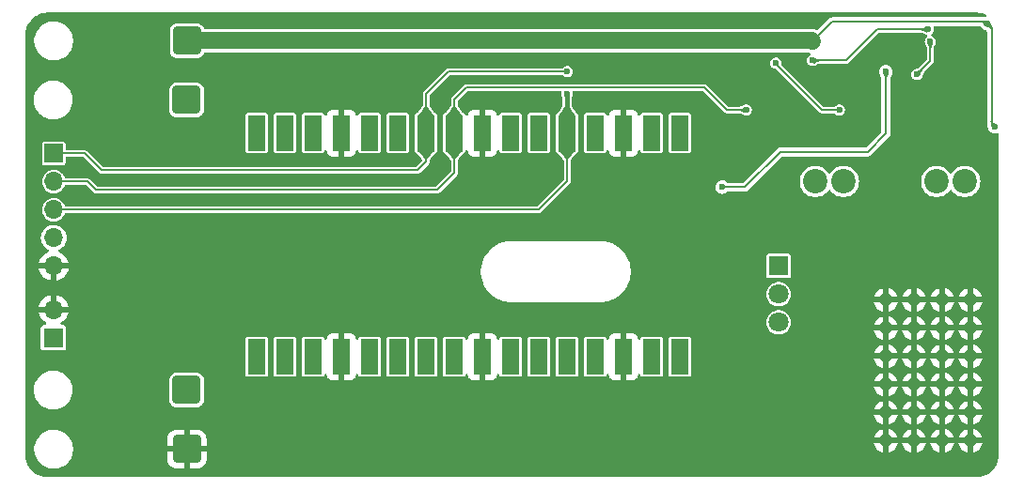
<source format=gbl>
%TF.GenerationSoftware,KiCad,Pcbnew,8.0.4*%
%TF.CreationDate,2024-09-16T22:07:11+05:30*%
%TF.ProjectId,mmeshtastic-pcb,6d6d6573-6874-4617-9374-69632d706362,rev?*%
%TF.SameCoordinates,Original*%
%TF.FileFunction,Copper,L2,Bot*%
%TF.FilePolarity,Positive*%
%FSLAX46Y46*%
G04 Gerber Fmt 4.6, Leading zero omitted, Abs format (unit mm)*
G04 Created by KiCad (PCBNEW 8.0.4) date 2024-09-16 22:07:11*
%MOMM*%
%LPD*%
G01*
G04 APERTURE LIST*
G04 Aperture macros list*
%AMRoundRect*
0 Rectangle with rounded corners*
0 $1 Rounding radius*
0 $2 $3 $4 $5 $6 $7 $8 $9 X,Y pos of 4 corners*
0 Add a 4 corners polygon primitive as box body*
4,1,4,$2,$3,$4,$5,$6,$7,$8,$9,$2,$3,0*
0 Add four circle primitives for the rounded corners*
1,1,$1+$1,$2,$3*
1,1,$1+$1,$4,$5*
1,1,$1+$1,$6,$7*
1,1,$1+$1,$8,$9*
0 Add four rect primitives between the rounded corners*
20,1,$1+$1,$2,$3,$4,$5,0*
20,1,$1+$1,$4,$5,$6,$7,0*
20,1,$1+$1,$6,$7,$8,$9,0*
20,1,$1+$1,$8,$9,$2,$3,0*%
G04 Aperture macros list end*
%TA.AperFunction,ComponentPad*%
%ADD10C,1.200000*%
%TD*%
%TA.AperFunction,ComponentPad*%
%ADD11RoundRect,0.312500X-0.937500X0.937500X-0.937500X-0.937500X0.937500X-0.937500X0.937500X0.937500X0*%
%TD*%
%TA.AperFunction,ComponentPad*%
%ADD12C,2.200000*%
%TD*%
%TA.AperFunction,ComponentPad*%
%ADD13R,1.700000X1.700000*%
%TD*%
%TA.AperFunction,ComponentPad*%
%ADD14O,1.700000X1.700000*%
%TD*%
%TA.AperFunction,ComponentPad*%
%ADD15R,1.800000X1.800000*%
%TD*%
%TA.AperFunction,ComponentPad*%
%ADD16C,1.800000*%
%TD*%
%TA.AperFunction,SMDPad,CuDef*%
%ADD17R,1.600000X3.200000*%
%TD*%
%TA.AperFunction,ViaPad*%
%ADD18C,0.600000*%
%TD*%
%TA.AperFunction,Conductor*%
%ADD19C,0.200000*%
%TD*%
%TA.AperFunction,Conductor*%
%ADD20C,1.500000*%
%TD*%
%TA.AperFunction,Conductor*%
%ADD21C,0.400000*%
%TD*%
G04 APERTURE END LIST*
D10*
%TO.P,U2,20,GND*%
%TO.N,GND*%
X137160000Y-107188000D03*
X137160000Y-104648000D03*
X137160000Y-102108000D03*
X137160000Y-99568000D03*
X137160000Y-97028000D03*
X137160000Y-94488000D03*
X134620000Y-107188000D03*
X134620000Y-104648000D03*
X134620000Y-102108000D03*
X134620000Y-99568000D03*
X134620000Y-97028000D03*
X134620000Y-94488000D03*
X132080000Y-107188000D03*
X132080000Y-104648000D03*
X132080000Y-102108000D03*
X132080000Y-99568000D03*
X132080000Y-97028000D03*
X132080000Y-94488000D03*
X129540000Y-107188000D03*
X129540000Y-104648000D03*
X129540000Y-102108000D03*
X129540000Y-99568000D03*
X129540000Y-97028000D03*
X129540000Y-94488000D03*
%TD*%
D11*
%TO.P,TP2,1,1*%
%TO.N,GND*%
X66610000Y-107950000D03*
%TD*%
D12*
%TO.P,JP2,1,A*%
%TO.N,Net-(JP2-A)*%
X136652000Y-83820000D03*
%TO.P,JP2,2,B*%
%TO.N,+BATT*%
X134112000Y-83820000D03*
%TD*%
D13*
%TO.P,J1,1,Pin_1*%
%TO.N,/SOLAR_SNS*%
X54610000Y-81280000D03*
D14*
%TO.P,J1,2,Pin_2*%
%TO.N,/BAT_SNS*%
X54610000Y-83820000D03*
%TO.P,J1,3,Pin_3*%
%TO.N,+3V3*%
X54610000Y-86360000D03*
%TO.P,J1,4,Pin_4*%
%TO.N,+BATT*%
X54610000Y-88900000D03*
%TO.P,J1,5,Pin_5*%
%TO.N,GND*%
X54610000Y-91440000D03*
%TD*%
D13*
%TO.P,J2,1,Pin_1*%
%TO.N,+12V*%
X54585000Y-97897000D03*
D14*
%TO.P,J2,2,Pin_2*%
%TO.N,GND*%
X54585000Y-95357000D03*
%TD*%
D11*
%TO.P,TP1,1,1*%
%TO.N,+12V*%
X66577000Y-102616000D03*
%TD*%
D12*
%TO.P,JP1,1,A*%
%TO.N,+6V*%
X123190000Y-83820000D03*
%TO.P,JP1,2,B*%
%TO.N,+6V_TP*%
X125730000Y-83820000D03*
%TD*%
D11*
%TO.P,TP4,1,1*%
%TO.N,-BATT*%
X66610000Y-71120000D03*
%TD*%
%TO.P,TP3,1,1*%
%TO.N,+BATT*%
X66577000Y-76454000D03*
%TD*%
D15*
%TO.P,D1,1,K1*%
%TO.N,Net-(D1-K1)*%
X119888000Y-91440000D03*
D16*
%TO.P,D1,2,A*%
%TO.N,Net-(D1-A)*%
X119888000Y-93980000D03*
%TO.P,D1,3,K2*%
%TO.N,Net-(D1-K2)*%
X119888000Y-96520000D03*
%TD*%
D17*
%TO.P,M1,1,GP0*%
%TO.N,unconnected-(M1-GP0-Pad1)*%
X110993500Y-99625000D03*
%TO.P,M1,2,GP1*%
%TO.N,unconnected-(M1-GP1-Pad2)*%
X108453500Y-99625000D03*
%TO.P,M1,3,GND*%
%TO.N,GND*%
X105913500Y-99625000D03*
%TO.P,M1,4,GP2*%
%TO.N,unconnected-(M1-GP2-Pad4)*%
X103373500Y-99625000D03*
%TO.P,M1,5,GP3*%
%TO.N,unconnected-(M1-GP3-Pad5)*%
X100833500Y-99625000D03*
%TO.P,M1,6,GP4*%
%TO.N,unconnected-(M1-GP4-Pad6)*%
X98293500Y-99625000D03*
%TO.P,M1,7,GP5*%
%TO.N,unconnected-(M1-GP5-Pad7)*%
X95753500Y-99625000D03*
%TO.P,M1,8,GND*%
%TO.N,GND*%
X93213500Y-99625000D03*
%TO.P,M1,9,GP6*%
%TO.N,unconnected-(M1-GP6-Pad9)*%
X90673500Y-99625000D03*
%TO.P,M1,10,GP7*%
%TO.N,unconnected-(M1-GP7-Pad10)*%
X88133500Y-99625000D03*
%TO.P,M1,11,GP8*%
%TO.N,unconnected-(M1-GP8-Pad11)*%
X85593500Y-99625000D03*
%TO.P,M1,12,GP9*%
%TO.N,unconnected-(M1-GP9-Pad12)*%
X83053500Y-99625000D03*
%TO.P,M1,13,GND*%
%TO.N,GND*%
X80513500Y-99625000D03*
%TO.P,M1,14,GP10*%
%TO.N,unconnected-(M1-GP10-Pad14)*%
X77973500Y-99625000D03*
%TO.P,M1,15,GP11*%
%TO.N,unconnected-(M1-GP11-Pad15)*%
X75433500Y-99625000D03*
%TO.P,M1,16,GP12*%
%TO.N,unconnected-(M1-GP12-Pad16)*%
X72893500Y-99625000D03*
%TO.P,M1,25,GP19*%
%TO.N,unconnected-(M1-GP19-Pad25)*%
X72893500Y-79445000D03*
%TO.P,M1,26,GP20*%
%TO.N,unconnected-(M1-GP20-Pad26)*%
X75433500Y-79445000D03*
%TO.P,M1,27,GP21*%
%TO.N,unconnected-(M1-GP21-Pad27)*%
X77973500Y-79445000D03*
%TO.P,M1,28,GND*%
%TO.N,GND*%
X80513500Y-79445000D03*
%TO.P,M1,29,GP22*%
%TO.N,unconnected-(M1-GP22-Pad29)*%
X83053500Y-79445000D03*
%TO.P,M1,30,RUN*%
%TO.N,unconnected-(M1-RUN-Pad30)*%
X85593500Y-79445000D03*
%TO.P,M1,31,GP26*%
%TO.N,/SOLAR_SNS*%
X88133500Y-79445000D03*
%TO.P,M1,32,GP27*%
%TO.N,/BAT_SNS*%
X90673500Y-79445000D03*
%TO.P,M1,33,GND*%
%TO.N,GND*%
X93213500Y-79445000D03*
%TO.P,M1,34,GP28*%
%TO.N,unconnected-(M1-GP28-Pad34)*%
X95753500Y-79445000D03*
%TO.P,M1,35,ADC_REF*%
%TO.N,unconnected-(M1-ADC_REF-Pad35)*%
X98293500Y-79445000D03*
%TO.P,M1,36,3V3(OUT)*%
%TO.N,+3V3*%
X100833500Y-79445000D03*
%TO.P,M1,37,3v3_EN*%
%TO.N,unconnected-(M1-3v3_EN-Pad37)*%
X103373500Y-79445000D03*
%TO.P,M1,38,GND*%
%TO.N,GND*%
X105913500Y-79445000D03*
%TO.P,M1,39,VSYS*%
%TO.N,unconnected-(M1-VSYS-Pad39)*%
X108453500Y-79445000D03*
%TO.P,M1,40,VBUS*%
%TO.N,unconnected-(M1-VBUS-Pad40)*%
X110993500Y-79445000D03*
%TD*%
D18*
%TO.N,/BAT_SNS*%
X116967000Y-77366500D03*
%TO.N,+12V*%
X129540000Y-73914000D03*
X114808000Y-84328000D03*
%TO.N,-BATT*%
X122936000Y-71191000D03*
X139319000Y-78867000D03*
X138684000Y-69596000D03*
%TO.N,/SOLAR_SNS*%
X100838000Y-73914000D03*
%TO.N,+3V3*%
X100838000Y-75946000D03*
%TO.N,Net-(JP3-A)*%
X125349000Y-77366500D03*
X119634000Y-73152000D03*
%TO.N,Net-(U1-OD)*%
X122936000Y-72898000D03*
X133350000Y-70104000D03*
%TO.N,Net-(U1-CS)*%
X133533000Y-71191000D03*
X132334000Y-74168000D03*
%TD*%
D19*
%TO.N,/BAT_SNS*%
X90673500Y-76458500D02*
X90673500Y-79445000D01*
X116967000Y-77366500D02*
X115212500Y-77366500D01*
X113192000Y-75346000D02*
X91786000Y-75346000D01*
X89154000Y-84582000D02*
X90673500Y-83062500D01*
X90673500Y-83062500D02*
X90673500Y-79445000D01*
X91786000Y-75346000D02*
X90673500Y-76458500D01*
X115212500Y-77366500D02*
X113192000Y-75346000D01*
X57658000Y-83820000D02*
X58420000Y-84582000D01*
X58420000Y-84582000D02*
X89154000Y-84582000D01*
X54610000Y-83820000D02*
X57658000Y-83820000D01*
%TO.N,+12V*%
X114808000Y-84328000D02*
X116840000Y-84328000D01*
X120015000Y-81153000D02*
X127889000Y-81153000D01*
X127889000Y-81153000D02*
X129540000Y-79502000D01*
X129540000Y-79502000D02*
X129540000Y-73914000D01*
X116840000Y-84328000D02*
X120015000Y-81153000D01*
%TO.N,-BATT*%
X138684000Y-69596000D02*
X139065000Y-69977000D01*
X138492000Y-69404000D02*
X124723000Y-69404000D01*
X138684000Y-69596000D02*
X138492000Y-69404000D01*
X124723000Y-69404000D02*
X122936000Y-71191000D01*
X139065000Y-69977000D02*
X139065000Y-78613000D01*
D20*
X66610000Y-71120000D02*
X122865000Y-71120000D01*
D19*
X139065000Y-78613000D02*
X139319000Y-78867000D01*
D20*
X122865000Y-71120000D02*
X122936000Y-71191000D01*
D19*
%TO.N,/SOLAR_SNS*%
X54610000Y-81280000D02*
X57404000Y-81280000D01*
X88133500Y-75950500D02*
X88133500Y-78645000D01*
X87376000Y-82804000D02*
X88133500Y-82046500D01*
X58928000Y-82804000D02*
X87376000Y-82804000D01*
X88133500Y-82046500D02*
X88133500Y-79445000D01*
X90170000Y-73914000D02*
X88133500Y-75950500D01*
X100838000Y-73914000D02*
X90170000Y-73914000D01*
X57404000Y-81280000D02*
X58928000Y-82804000D01*
D21*
%TO.N,+3V3*%
X100838000Y-75946000D02*
X100833500Y-75950500D01*
D19*
X100833500Y-83824500D02*
X100833500Y-79445000D01*
X54610000Y-86360000D02*
X98298000Y-86360000D01*
X98298000Y-86360000D02*
X100833500Y-83824500D01*
D21*
X100833500Y-75950500D02*
X100833500Y-79445000D01*
D19*
%TO.N,Net-(JP3-A)*%
X119634000Y-73215500D02*
X119634000Y-73152000D01*
X123785000Y-77366500D02*
X119634000Y-73215500D01*
X125349000Y-77366500D02*
X123785000Y-77366500D01*
%TO.N,Net-(U1-OD)*%
X125984000Y-72898000D02*
X128778000Y-70104000D01*
X122936000Y-72898000D02*
X125984000Y-72898000D01*
X128778000Y-70104000D02*
X133350000Y-70104000D01*
%TO.N,Net-(U1-CS)*%
X132334000Y-74168000D02*
X133533000Y-72969000D01*
X133533000Y-72969000D02*
X133533000Y-71191000D01*
%TD*%
%TA.AperFunction,Conductor*%
%TO.N,GND*%
G36*
X137704418Y-68580316D02*
G01*
X137975790Y-68599724D01*
X137993291Y-68602241D01*
X138254803Y-68659129D01*
X138271762Y-68664108D01*
X138509874Y-68752919D01*
X138565806Y-68794791D01*
X138590223Y-68860255D01*
X138575371Y-68928528D01*
X138525966Y-68977933D01*
X138469197Y-68993072D01*
X138456881Y-68993336D01*
X138456280Y-68993326D01*
X138373874Y-68995768D01*
X138373037Y-68995789D01*
X138285449Y-68997668D01*
X138283583Y-68997693D01*
X138168104Y-68998430D01*
X138161963Y-68998531D01*
X138151647Y-69000744D01*
X138125648Y-69003500D01*
X124783339Y-69003500D01*
X124783323Y-69003499D01*
X124775727Y-69003499D01*
X124670273Y-69003499D01*
X124602366Y-69021695D01*
X124568412Y-69030793D01*
X124477084Y-69083522D01*
X124402518Y-69158089D01*
X123427513Y-70133093D01*
X123366190Y-70166578D01*
X123296498Y-70161594D01*
X123292379Y-70159973D01*
X123171420Y-70109870D01*
X123171412Y-70109868D01*
X122968469Y-70069500D01*
X122968465Y-70069500D01*
X68246119Y-70069500D01*
X68179080Y-70049815D01*
X68133325Y-69997011D01*
X68127043Y-69980095D01*
X68114556Y-69937117D01*
X68114555Y-69937114D01*
X68114555Y-69937113D01*
X68051579Y-69830627D01*
X68035717Y-69803805D01*
X68035710Y-69803796D01*
X67926203Y-69694289D01*
X67926194Y-69694282D01*
X67796047Y-69617314D01*
X67792887Y-69615445D01*
X67644156Y-69572235D01*
X67644153Y-69572234D01*
X67644151Y-69572234D01*
X67616563Y-69570063D01*
X67609405Y-69569500D01*
X67609403Y-69569500D01*
X65610606Y-69569500D01*
X65610584Y-69569501D01*
X65575847Y-69572234D01*
X65575844Y-69572235D01*
X65427113Y-69615445D01*
X65427111Y-69615445D01*
X65427111Y-69615446D01*
X65293805Y-69694282D01*
X65293796Y-69694289D01*
X65184289Y-69803796D01*
X65184282Y-69803805D01*
X65105446Y-69937111D01*
X65105445Y-69937113D01*
X65080120Y-70024282D01*
X65062234Y-70085847D01*
X65062234Y-70085849D01*
X65059500Y-70120589D01*
X65059500Y-72119393D01*
X65059501Y-72119415D01*
X65062234Y-72154152D01*
X65062234Y-72154155D01*
X65062235Y-72154156D01*
X65105445Y-72302887D01*
X65105446Y-72302888D01*
X65184282Y-72436194D01*
X65184289Y-72436203D01*
X65293796Y-72545710D01*
X65293805Y-72545717D01*
X65319954Y-72561181D01*
X65427113Y-72624555D01*
X65575844Y-72667765D01*
X65610595Y-72670500D01*
X67609404Y-72670499D01*
X67644156Y-72667765D01*
X67792887Y-72624555D01*
X67926198Y-72545715D01*
X68035715Y-72436198D01*
X68114555Y-72302887D01*
X68122172Y-72276670D01*
X68127043Y-72259905D01*
X68164649Y-72201019D01*
X68228121Y-72171813D01*
X68246119Y-72170500D01*
X122530970Y-72170500D01*
X122578422Y-72179938D01*
X122629580Y-72201129D01*
X122662545Y-72207686D01*
X122683501Y-72211855D01*
X122745412Y-72244240D01*
X122779986Y-72304955D01*
X122776247Y-72374725D01*
X122735380Y-72431397D01*
X122726350Y-72437787D01*
X122604874Y-72515855D01*
X122510623Y-72624626D01*
X122510622Y-72624628D01*
X122450834Y-72755543D01*
X122430353Y-72898000D01*
X122450834Y-73040456D01*
X122502466Y-73153512D01*
X122510623Y-73171373D01*
X122604872Y-73280143D01*
X122725947Y-73357953D01*
X122725950Y-73357954D01*
X122725949Y-73357954D01*
X122864036Y-73398499D01*
X122864038Y-73398500D01*
X122864039Y-73398500D01*
X123007961Y-73398500D01*
X123146053Y-73357953D01*
X123146057Y-73357950D01*
X123148476Y-73356845D01*
X123156432Y-73352397D01*
X123256665Y-73304219D01*
X123264618Y-73300182D01*
X123265511Y-73299704D01*
X123273252Y-73295343D01*
X123348341Y-73250870D01*
X123353394Y-73248036D01*
X123388267Y-73229547D01*
X123412102Y-73219928D01*
X123432735Y-73214002D01*
X123458240Y-73209492D01*
X123539579Y-73203757D01*
X123545191Y-73202328D01*
X123575767Y-73198500D01*
X126023560Y-73198500D01*
X126023562Y-73198500D01*
X126099989Y-73178021D01*
X126168511Y-73138460D01*
X126224460Y-73082511D01*
X128866152Y-70440819D01*
X128927475Y-70407334D01*
X128953833Y-70404500D01*
X132710545Y-70404500D01*
X132743228Y-70408885D01*
X132746416Y-70409756D01*
X132746417Y-70409756D01*
X132746421Y-70409757D01*
X132827766Y-70415493D01*
X132853261Y-70420002D01*
X132873867Y-70425919D01*
X132873878Y-70425923D01*
X132897730Y-70435549D01*
X132932586Y-70454028D01*
X132937695Y-70456893D01*
X133012712Y-70501324D01*
X133012744Y-70501342D01*
X133020486Y-70505704D01*
X133020507Y-70505715D01*
X133020519Y-70505722D01*
X133021401Y-70506194D01*
X133029319Y-70510214D01*
X133129566Y-70558398D01*
X133137537Y-70562852D01*
X133139944Y-70563951D01*
X133139947Y-70563953D01*
X133179549Y-70575581D01*
X133183496Y-70576740D01*
X133242274Y-70614514D01*
X133271300Y-70678069D01*
X133261357Y-70747228D01*
X133215605Y-70800030D01*
X133201875Y-70808853D01*
X133201874Y-70808855D01*
X133107623Y-70917626D01*
X133107622Y-70917628D01*
X133047834Y-71048543D01*
X133027353Y-71191000D01*
X133047834Y-71333456D01*
X133047836Y-71333463D01*
X133064983Y-71371008D01*
X133072282Y-71391637D01*
X133075958Y-71405935D01*
X133075962Y-71405945D01*
X133126771Y-71511652D01*
X133126778Y-71511665D01*
X133126785Y-71511680D01*
X133130828Y-71519643D01*
X133131290Y-71520506D01*
X133135646Y-71528238D01*
X133135649Y-71528243D01*
X133180116Y-71603324D01*
X133182979Y-71608430D01*
X133201445Y-71643260D01*
X133211073Y-71667119D01*
X133216993Y-71687735D01*
X133221503Y-71713232D01*
X133221504Y-71713240D01*
X133226068Y-71777945D01*
X133226069Y-71777955D01*
X133226196Y-71779752D01*
X133226195Y-71779752D01*
X133226197Y-71779772D01*
X133227242Y-71794581D01*
X133227243Y-71794590D01*
X133228670Y-71800196D01*
X133232500Y-71830778D01*
X133232500Y-72793166D01*
X133212815Y-72860205D01*
X133196181Y-72880847D01*
X132573680Y-73503347D01*
X132547470Y-73523357D01*
X132544596Y-73524997D01*
X132544593Y-73524999D01*
X132483019Y-73578459D01*
X132461793Y-73593305D01*
X132443022Y-73603699D01*
X132419352Y-73613757D01*
X132381656Y-73625332D01*
X132376018Y-73626918D01*
X132291532Y-73648552D01*
X132283120Y-73650897D01*
X132282157Y-73651188D01*
X132273497Y-73654012D01*
X132162816Y-73692836D01*
X132162795Y-73692843D01*
X132162777Y-73692850D01*
X132161413Y-73693349D01*
X132157344Y-73694841D01*
X132156810Y-73695046D01*
X132151338Y-73697823D01*
X132130175Y-73706218D01*
X132123949Y-73708046D01*
X132123945Y-73708048D01*
X132002873Y-73785856D01*
X131908623Y-73894626D01*
X131908622Y-73894628D01*
X131848834Y-74025543D01*
X131828353Y-74168000D01*
X131848834Y-74310456D01*
X131908622Y-74441371D01*
X131908623Y-74441373D01*
X132002872Y-74550143D01*
X132123947Y-74627953D01*
X132123950Y-74627954D01*
X132123949Y-74627954D01*
X132262036Y-74668499D01*
X132262038Y-74668500D01*
X132262039Y-74668500D01*
X132405962Y-74668500D01*
X132405962Y-74668499D01*
X132544053Y-74627953D01*
X132665128Y-74550143D01*
X132759377Y-74441373D01*
X132792727Y-74368345D01*
X132798757Y-74356794D01*
X132809162Y-74339185D01*
X132840155Y-74250819D01*
X132847989Y-74228485D01*
X132848723Y-74226233D01*
X132850791Y-74219895D01*
X132851084Y-74218925D01*
X132853440Y-74210481D01*
X132875084Y-74125955D01*
X132876647Y-74120398D01*
X132888245Y-74082628D01*
X132898298Y-74058969D01*
X132908690Y-74040202D01*
X132923537Y-74018978D01*
X132976996Y-73957410D01*
X132979952Y-73952434D01*
X132998866Y-73928103D01*
X133773460Y-73153511D01*
X133774333Y-73151999D01*
X133797173Y-73112440D01*
X133804272Y-73100141D01*
X133813021Y-73084989D01*
X133833500Y-73008562D01*
X133833500Y-71830456D01*
X133837886Y-71797767D01*
X133838754Y-71794590D01*
X133838758Y-71794577D01*
X133844494Y-71713232D01*
X133849003Y-71687736D01*
X133854928Y-71667104D01*
X133864551Y-71643259D01*
X133883026Y-71608413D01*
X133885877Y-71603330D01*
X133930330Y-71528274D01*
X133930330Y-71528272D01*
X133930343Y-71528252D01*
X133934704Y-71520511D01*
X133935182Y-71519618D01*
X133939219Y-71511665D01*
X133990036Y-71405944D01*
X133992234Y-71401219D01*
X133992485Y-71400661D01*
X133994152Y-71392944D01*
X134002562Y-71367621D01*
X134018165Y-71333457D01*
X134023771Y-71294465D01*
X134038647Y-71191000D01*
X134018165Y-71048543D01*
X133958377Y-70917627D01*
X133864128Y-70808857D01*
X133743053Y-70731047D01*
X133743051Y-70731046D01*
X133743049Y-70731045D01*
X133743050Y-70731045D01*
X133699503Y-70718259D01*
X133640724Y-70680485D01*
X133611699Y-70616929D01*
X133621642Y-70547771D01*
X133667396Y-70494967D01*
X133681128Y-70486143D01*
X133775377Y-70377373D01*
X133835165Y-70246457D01*
X133855647Y-70104000D01*
X133835165Y-69961543D01*
X133833903Y-69952765D01*
X133835720Y-69952503D01*
X133835722Y-69893562D01*
X133873498Y-69834785D01*
X133937055Y-69805762D01*
X133954698Y-69804500D01*
X138027389Y-69804500D01*
X138094428Y-69824185D01*
X138134605Y-69866204D01*
X138143540Y-69881583D01*
X138144684Y-69883361D01*
X138160723Y-69905964D01*
X138160724Y-69905966D01*
X138222862Y-69985618D01*
X138234510Y-69999665D01*
X138235433Y-70000713D01*
X138241753Y-70007307D01*
X138250607Y-70017622D01*
X138255714Y-70024278D01*
X138255716Y-70024279D01*
X138255718Y-70024282D01*
X138381159Y-70120536D01*
X138527238Y-70181044D01*
X138555924Y-70184820D01*
X138568571Y-70187159D01*
X138569358Y-70187347D01*
X138629974Y-70222091D01*
X138662185Y-70284092D01*
X138664500Y-70307942D01*
X138664500Y-78360277D01*
X138663300Y-78377486D01*
X138660375Y-78398357D01*
X138664371Y-78485988D01*
X138664500Y-78491637D01*
X138664500Y-78560273D01*
X138664500Y-78665727D01*
X138691793Y-78767588D01*
X138691794Y-78767591D01*
X138691795Y-78767593D01*
X138694988Y-78773124D01*
X138711469Y-78829466D01*
X138713309Y-78869789D01*
X138713678Y-78872455D01*
X138714966Y-78879530D01*
X138731004Y-79001341D01*
X138733956Y-79023762D01*
X138794464Y-79169841D01*
X138890718Y-79295282D01*
X139016159Y-79391536D01*
X139162238Y-79452044D01*
X139240619Y-79462363D01*
X139318999Y-79472682D01*
X139319000Y-79472682D01*
X139319001Y-79472682D01*
X139371254Y-79465802D01*
X139475762Y-79452044D01*
X139528549Y-79430178D01*
X139598016Y-79422710D01*
X139660495Y-79453985D01*
X139696148Y-79514073D01*
X139700000Y-79544740D01*
X139700000Y-108485572D01*
X139699684Y-108494418D01*
X139680275Y-108765785D01*
X139677757Y-108783297D01*
X139620872Y-109044794D01*
X139615888Y-109061770D01*
X139522361Y-109312524D01*
X139515011Y-109328617D01*
X139386758Y-109563496D01*
X139377193Y-109578380D01*
X139216811Y-109792624D01*
X139205225Y-109805994D01*
X139015994Y-109995225D01*
X139002624Y-110006811D01*
X138788380Y-110167193D01*
X138773496Y-110176758D01*
X138538617Y-110305011D01*
X138522524Y-110312361D01*
X138271770Y-110405888D01*
X138254794Y-110410872D01*
X137993297Y-110467757D01*
X137975785Y-110470275D01*
X137704418Y-110489684D01*
X137695572Y-110490000D01*
X54074428Y-110490000D01*
X54065582Y-110489684D01*
X53794214Y-110470275D01*
X53776702Y-110467757D01*
X53515205Y-110410872D01*
X53498229Y-110405888D01*
X53247475Y-110312361D01*
X53231382Y-110305011D01*
X52996503Y-110176758D01*
X52981619Y-110167193D01*
X52767375Y-110006811D01*
X52754005Y-109995225D01*
X52564774Y-109805994D01*
X52553188Y-109792624D01*
X52392802Y-109578375D01*
X52383244Y-109563501D01*
X52254987Y-109328616D01*
X52247638Y-109312524D01*
X52170855Y-109106661D01*
X52154108Y-109061762D01*
X52149129Y-109044803D01*
X52092241Y-108783291D01*
X52089724Y-108765785D01*
X52070316Y-108494418D01*
X52070000Y-108485572D01*
X52070000Y-107835258D01*
X52859500Y-107835258D01*
X52859500Y-108064741D01*
X52877308Y-108200000D01*
X52889452Y-108292238D01*
X52926397Y-108430119D01*
X52948842Y-108513887D01*
X53036650Y-108725876D01*
X53036657Y-108725890D01*
X53151392Y-108924617D01*
X53291081Y-109106661D01*
X53291089Y-109106670D01*
X53453330Y-109268911D01*
X53453338Y-109268918D01*
X53635382Y-109408607D01*
X53635385Y-109408608D01*
X53635388Y-109408611D01*
X53834112Y-109523344D01*
X53834117Y-109523346D01*
X53834123Y-109523349D01*
X53925480Y-109561190D01*
X54046113Y-109611158D01*
X54267762Y-109670548D01*
X54484312Y-109699057D01*
X54491460Y-109699999D01*
X54495266Y-109700500D01*
X54495273Y-109700500D01*
X54724727Y-109700500D01*
X54724734Y-109700500D01*
X54952238Y-109670548D01*
X55173887Y-109611158D01*
X55385888Y-109523344D01*
X55584612Y-109408611D01*
X55766661Y-109268919D01*
X55766665Y-109268914D01*
X55766670Y-109268911D01*
X55928911Y-109106670D01*
X55928914Y-109106665D01*
X55928919Y-109106661D01*
X56068611Y-108924612D01*
X56183344Y-108725888D01*
X56271158Y-108513887D01*
X56330548Y-108292238D01*
X56360500Y-108064734D01*
X56360500Y-107835266D01*
X56330548Y-107607762D01*
X56271158Y-107386113D01*
X56183344Y-107174112D01*
X56068611Y-106975388D01*
X56068608Y-106975385D01*
X56068607Y-106975382D01*
X56062072Y-106966865D01*
X64860000Y-106966865D01*
X64860000Y-107700000D01*
X66061518Y-107700000D01*
X66050889Y-107718409D01*
X66010000Y-107871009D01*
X66010000Y-108028991D01*
X66050889Y-108181591D01*
X66061518Y-108200000D01*
X64860000Y-108200000D01*
X64860000Y-108933134D01*
X64875357Y-109069436D01*
X64935830Y-109242260D01*
X65033243Y-109397291D01*
X65162708Y-109526756D01*
X65317739Y-109624169D01*
X65490563Y-109684642D01*
X65626865Y-109699999D01*
X65626869Y-109700000D01*
X66360000Y-109700000D01*
X66360000Y-108498482D01*
X66378409Y-108509111D01*
X66531009Y-108550000D01*
X66688991Y-108550000D01*
X66841591Y-108509111D01*
X66860000Y-108498482D01*
X66860000Y-109700000D01*
X67593131Y-109700000D01*
X67593134Y-109699999D01*
X67729436Y-109684642D01*
X67902260Y-109624169D01*
X68057291Y-109526756D01*
X68186756Y-109397291D01*
X68284169Y-109242260D01*
X68344642Y-109069436D01*
X68359999Y-108933134D01*
X68360000Y-108933130D01*
X68360000Y-108200000D01*
X67158482Y-108200000D01*
X67169111Y-108181591D01*
X67210000Y-108028991D01*
X67210000Y-107871009D01*
X67169111Y-107718409D01*
X67158482Y-107700000D01*
X68360000Y-107700000D01*
X68360000Y-106966869D01*
X68359999Y-106966865D01*
X68356747Y-106937999D01*
X128467471Y-106937999D01*
X128467472Y-106938000D01*
X129224314Y-106938000D01*
X129219920Y-106942394D01*
X129167259Y-107033606D01*
X129140000Y-107135339D01*
X129140000Y-107240661D01*
X129167259Y-107342394D01*
X129219920Y-107433606D01*
X129224314Y-107438000D01*
X128467472Y-107438000D01*
X128509885Y-107587065D01*
X128509890Y-107587078D01*
X128600754Y-107769556D01*
X128723608Y-107932242D01*
X128874260Y-108069578D01*
X129047584Y-108176897D01*
X129237678Y-108250539D01*
X129290000Y-108260320D01*
X129290000Y-107503686D01*
X129294394Y-107508080D01*
X129385606Y-107560741D01*
X129487339Y-107588000D01*
X129592661Y-107588000D01*
X129694394Y-107560741D01*
X129785606Y-107508080D01*
X129790000Y-107503686D01*
X129790000Y-108260320D01*
X129842321Y-108250539D01*
X130032415Y-108176897D01*
X130205739Y-108069578D01*
X130356391Y-107932242D01*
X130479245Y-107769556D01*
X130570109Y-107587078D01*
X130570114Y-107587065D01*
X130612528Y-107438000D01*
X129855686Y-107438000D01*
X129860080Y-107433606D01*
X129912741Y-107342394D01*
X129940000Y-107240661D01*
X129940000Y-107135339D01*
X129912741Y-107033606D01*
X129860080Y-106942394D01*
X129855686Y-106938000D01*
X130612528Y-106938000D01*
X130612528Y-106937999D01*
X131007471Y-106937999D01*
X131007472Y-106938000D01*
X131764314Y-106938000D01*
X131759920Y-106942394D01*
X131707259Y-107033606D01*
X131680000Y-107135339D01*
X131680000Y-107240661D01*
X131707259Y-107342394D01*
X131759920Y-107433606D01*
X131764314Y-107438000D01*
X131007472Y-107438000D01*
X131049885Y-107587065D01*
X131049890Y-107587078D01*
X131140754Y-107769556D01*
X131263608Y-107932242D01*
X131414260Y-108069578D01*
X131587584Y-108176897D01*
X131777678Y-108250539D01*
X131830000Y-108260320D01*
X131830000Y-107503686D01*
X131834394Y-107508080D01*
X131925606Y-107560741D01*
X132027339Y-107588000D01*
X132132661Y-107588000D01*
X132234394Y-107560741D01*
X132325606Y-107508080D01*
X132330000Y-107503686D01*
X132330000Y-108260320D01*
X132382321Y-108250539D01*
X132572415Y-108176897D01*
X132745739Y-108069578D01*
X132896391Y-107932242D01*
X133019245Y-107769556D01*
X133110109Y-107587078D01*
X133110114Y-107587065D01*
X133152528Y-107438000D01*
X132395686Y-107438000D01*
X132400080Y-107433606D01*
X132452741Y-107342394D01*
X132480000Y-107240661D01*
X132480000Y-107135339D01*
X132452741Y-107033606D01*
X132400080Y-106942394D01*
X132395686Y-106938000D01*
X133152528Y-106938000D01*
X133152528Y-106937999D01*
X133547471Y-106937999D01*
X133547472Y-106938000D01*
X134304314Y-106938000D01*
X134299920Y-106942394D01*
X134247259Y-107033606D01*
X134220000Y-107135339D01*
X134220000Y-107240661D01*
X134247259Y-107342394D01*
X134299920Y-107433606D01*
X134304314Y-107438000D01*
X133547472Y-107438000D01*
X133589885Y-107587065D01*
X133589890Y-107587078D01*
X133680754Y-107769556D01*
X133803608Y-107932242D01*
X133954260Y-108069578D01*
X134127584Y-108176897D01*
X134317678Y-108250539D01*
X134370000Y-108260320D01*
X134370000Y-107503686D01*
X134374394Y-107508080D01*
X134465606Y-107560741D01*
X134567339Y-107588000D01*
X134672661Y-107588000D01*
X134774394Y-107560741D01*
X134865606Y-107508080D01*
X134870000Y-107503686D01*
X134870000Y-108260320D01*
X134922321Y-108250539D01*
X135112415Y-108176897D01*
X135285739Y-108069578D01*
X135436391Y-107932242D01*
X135559245Y-107769556D01*
X135650109Y-107587078D01*
X135650114Y-107587065D01*
X135692528Y-107438000D01*
X134935686Y-107438000D01*
X134940080Y-107433606D01*
X134992741Y-107342394D01*
X135020000Y-107240661D01*
X135020000Y-107135339D01*
X134992741Y-107033606D01*
X134940080Y-106942394D01*
X134935686Y-106938000D01*
X135692528Y-106938000D01*
X135692528Y-106937999D01*
X136087471Y-106937999D01*
X136087472Y-106938000D01*
X136844314Y-106938000D01*
X136839920Y-106942394D01*
X136787259Y-107033606D01*
X136760000Y-107135339D01*
X136760000Y-107240661D01*
X136787259Y-107342394D01*
X136839920Y-107433606D01*
X136844314Y-107438000D01*
X136087472Y-107438000D01*
X136129885Y-107587065D01*
X136129890Y-107587078D01*
X136220754Y-107769556D01*
X136343608Y-107932242D01*
X136494260Y-108069578D01*
X136667584Y-108176897D01*
X136857678Y-108250539D01*
X136910000Y-108260320D01*
X136910000Y-107503686D01*
X136914394Y-107508080D01*
X137005606Y-107560741D01*
X137107339Y-107588000D01*
X137212661Y-107588000D01*
X137314394Y-107560741D01*
X137405606Y-107508080D01*
X137410000Y-107503686D01*
X137410000Y-108260320D01*
X137462321Y-108250539D01*
X137652415Y-108176897D01*
X137825739Y-108069578D01*
X137976391Y-107932242D01*
X138099245Y-107769556D01*
X138190109Y-107587078D01*
X138190114Y-107587065D01*
X138232528Y-107438000D01*
X137475686Y-107438000D01*
X137480080Y-107433606D01*
X137532741Y-107342394D01*
X137560000Y-107240661D01*
X137560000Y-107135339D01*
X137532741Y-107033606D01*
X137480080Y-106942394D01*
X137475686Y-106938000D01*
X138232528Y-106938000D01*
X138232528Y-106937999D01*
X138190114Y-106788934D01*
X138190109Y-106788921D01*
X138099245Y-106606443D01*
X137976391Y-106443757D01*
X137825739Y-106306421D01*
X137652413Y-106199101D01*
X137462315Y-106125458D01*
X137462309Y-106125456D01*
X137410001Y-106115677D01*
X137410000Y-106115679D01*
X137410000Y-106872314D01*
X137405606Y-106867920D01*
X137314394Y-106815259D01*
X137212661Y-106788000D01*
X137107339Y-106788000D01*
X137005606Y-106815259D01*
X136914394Y-106867920D01*
X136910000Y-106872314D01*
X136910000Y-106115679D01*
X136909998Y-106115677D01*
X136857690Y-106125456D01*
X136857684Y-106125458D01*
X136667586Y-106199101D01*
X136494260Y-106306421D01*
X136343608Y-106443757D01*
X136220754Y-106606443D01*
X136129890Y-106788921D01*
X136129885Y-106788934D01*
X136087471Y-106937999D01*
X135692528Y-106937999D01*
X135650114Y-106788934D01*
X135650109Y-106788921D01*
X135559245Y-106606443D01*
X135436391Y-106443757D01*
X135285739Y-106306421D01*
X135112413Y-106199101D01*
X134922315Y-106125458D01*
X134922309Y-106125456D01*
X134870001Y-106115677D01*
X134870000Y-106115679D01*
X134870000Y-106872314D01*
X134865606Y-106867920D01*
X134774394Y-106815259D01*
X134672661Y-106788000D01*
X134567339Y-106788000D01*
X134465606Y-106815259D01*
X134374394Y-106867920D01*
X134370000Y-106872314D01*
X134370000Y-106115679D01*
X134369998Y-106115677D01*
X134317690Y-106125456D01*
X134317684Y-106125458D01*
X134127586Y-106199101D01*
X133954260Y-106306421D01*
X133803608Y-106443757D01*
X133680754Y-106606443D01*
X133589890Y-106788921D01*
X133589885Y-106788934D01*
X133547471Y-106937999D01*
X133152528Y-106937999D01*
X133110114Y-106788934D01*
X133110109Y-106788921D01*
X133019245Y-106606443D01*
X132896391Y-106443757D01*
X132745739Y-106306421D01*
X132572413Y-106199101D01*
X132382315Y-106125458D01*
X132382309Y-106125456D01*
X132330001Y-106115677D01*
X132330000Y-106115679D01*
X132330000Y-106872314D01*
X132325606Y-106867920D01*
X132234394Y-106815259D01*
X132132661Y-106788000D01*
X132027339Y-106788000D01*
X131925606Y-106815259D01*
X131834394Y-106867920D01*
X131830000Y-106872314D01*
X131830000Y-106115679D01*
X131829998Y-106115677D01*
X131777690Y-106125456D01*
X131777684Y-106125458D01*
X131587586Y-106199101D01*
X131414260Y-106306421D01*
X131263608Y-106443757D01*
X131140754Y-106606443D01*
X131049890Y-106788921D01*
X131049885Y-106788934D01*
X131007471Y-106937999D01*
X130612528Y-106937999D01*
X130570114Y-106788934D01*
X130570109Y-106788921D01*
X130479245Y-106606443D01*
X130356391Y-106443757D01*
X130205739Y-106306421D01*
X130032413Y-106199101D01*
X129842315Y-106125458D01*
X129842309Y-106125456D01*
X129790001Y-106115677D01*
X129790000Y-106115679D01*
X129790000Y-106872314D01*
X129785606Y-106867920D01*
X129694394Y-106815259D01*
X129592661Y-106788000D01*
X129487339Y-106788000D01*
X129385606Y-106815259D01*
X129294394Y-106867920D01*
X129290000Y-106872314D01*
X129290000Y-106115679D01*
X129289998Y-106115677D01*
X129237690Y-106125456D01*
X129237684Y-106125458D01*
X129047586Y-106199101D01*
X128874260Y-106306421D01*
X128723608Y-106443757D01*
X128600754Y-106606443D01*
X128509890Y-106788921D01*
X128509885Y-106788934D01*
X128467471Y-106937999D01*
X68356747Y-106937999D01*
X68344642Y-106830563D01*
X68284169Y-106657739D01*
X68186756Y-106502708D01*
X68057291Y-106373243D01*
X67902260Y-106275830D01*
X67729436Y-106215357D01*
X67593134Y-106200000D01*
X66860000Y-106200000D01*
X66860000Y-107401517D01*
X66841591Y-107390889D01*
X66688991Y-107350000D01*
X66531009Y-107350000D01*
X66378409Y-107390889D01*
X66360000Y-107401517D01*
X66360000Y-106200000D01*
X65626865Y-106200000D01*
X65490563Y-106215357D01*
X65317739Y-106275830D01*
X65162708Y-106373243D01*
X65033243Y-106502708D01*
X64935830Y-106657739D01*
X64875357Y-106830563D01*
X64860000Y-106966865D01*
X56062072Y-106966865D01*
X55928918Y-106793338D01*
X55928911Y-106793330D01*
X55766670Y-106631089D01*
X55766661Y-106631081D01*
X55584617Y-106491392D01*
X55385890Y-106376657D01*
X55385876Y-106376650D01*
X55173887Y-106288842D01*
X55125325Y-106275830D01*
X54952238Y-106229452D01*
X54914215Y-106224446D01*
X54724741Y-106199500D01*
X54724734Y-106199500D01*
X54495266Y-106199500D01*
X54495258Y-106199500D01*
X54278715Y-106228009D01*
X54267762Y-106229452D01*
X54174076Y-106254554D01*
X54046112Y-106288842D01*
X53834123Y-106376650D01*
X53834109Y-106376657D01*
X53635382Y-106491392D01*
X53453338Y-106631081D01*
X53291081Y-106793338D01*
X53151392Y-106975382D01*
X53036657Y-107174109D01*
X53036650Y-107174123D01*
X52948842Y-107386112D01*
X52889453Y-107607759D01*
X52889451Y-107607770D01*
X52859500Y-107835258D01*
X52070000Y-107835258D01*
X52070000Y-104397999D01*
X128467471Y-104397999D01*
X128467472Y-104398000D01*
X129224314Y-104398000D01*
X129219920Y-104402394D01*
X129167259Y-104493606D01*
X129140000Y-104595339D01*
X129140000Y-104700661D01*
X129167259Y-104802394D01*
X129219920Y-104893606D01*
X129224314Y-104898000D01*
X128467472Y-104898000D01*
X128509885Y-105047065D01*
X128509890Y-105047078D01*
X128600754Y-105229556D01*
X128723608Y-105392242D01*
X128874260Y-105529578D01*
X129047584Y-105636897D01*
X129237678Y-105710539D01*
X129290000Y-105720320D01*
X129290000Y-104963686D01*
X129294394Y-104968080D01*
X129385606Y-105020741D01*
X129487339Y-105048000D01*
X129592661Y-105048000D01*
X129694394Y-105020741D01*
X129785606Y-104968080D01*
X129790000Y-104963686D01*
X129790000Y-105720320D01*
X129842321Y-105710539D01*
X130032415Y-105636897D01*
X130205739Y-105529578D01*
X130356391Y-105392242D01*
X130479245Y-105229556D01*
X130570109Y-105047078D01*
X130570114Y-105047065D01*
X130612528Y-104898000D01*
X129855686Y-104898000D01*
X129860080Y-104893606D01*
X129912741Y-104802394D01*
X129940000Y-104700661D01*
X129940000Y-104595339D01*
X129912741Y-104493606D01*
X129860080Y-104402394D01*
X129855686Y-104398000D01*
X130612528Y-104398000D01*
X130612528Y-104397999D01*
X131007471Y-104397999D01*
X131007472Y-104398000D01*
X131764314Y-104398000D01*
X131759920Y-104402394D01*
X131707259Y-104493606D01*
X131680000Y-104595339D01*
X131680000Y-104700661D01*
X131707259Y-104802394D01*
X131759920Y-104893606D01*
X131764314Y-104898000D01*
X131007472Y-104898000D01*
X131049885Y-105047065D01*
X131049890Y-105047078D01*
X131140754Y-105229556D01*
X131263608Y-105392242D01*
X131414260Y-105529578D01*
X131587584Y-105636897D01*
X131777678Y-105710539D01*
X131830000Y-105720320D01*
X131830000Y-104963686D01*
X131834394Y-104968080D01*
X131925606Y-105020741D01*
X132027339Y-105048000D01*
X132132661Y-105048000D01*
X132234394Y-105020741D01*
X132325606Y-104968080D01*
X132330000Y-104963686D01*
X132330000Y-105720320D01*
X132382321Y-105710539D01*
X132572415Y-105636897D01*
X132745739Y-105529578D01*
X132896391Y-105392242D01*
X133019245Y-105229556D01*
X133110109Y-105047078D01*
X133110114Y-105047065D01*
X133152528Y-104898000D01*
X132395686Y-104898000D01*
X132400080Y-104893606D01*
X132452741Y-104802394D01*
X132480000Y-104700661D01*
X132480000Y-104595339D01*
X132452741Y-104493606D01*
X132400080Y-104402394D01*
X132395686Y-104398000D01*
X133152528Y-104398000D01*
X133152528Y-104397999D01*
X133547471Y-104397999D01*
X133547472Y-104398000D01*
X134304314Y-104398000D01*
X134299920Y-104402394D01*
X134247259Y-104493606D01*
X134220000Y-104595339D01*
X134220000Y-104700661D01*
X134247259Y-104802394D01*
X134299920Y-104893606D01*
X134304314Y-104898000D01*
X133547472Y-104898000D01*
X133589885Y-105047065D01*
X133589890Y-105047078D01*
X133680754Y-105229556D01*
X133803608Y-105392242D01*
X133954260Y-105529578D01*
X134127584Y-105636897D01*
X134317678Y-105710539D01*
X134370000Y-105720320D01*
X134370000Y-104963686D01*
X134374394Y-104968080D01*
X134465606Y-105020741D01*
X134567339Y-105048000D01*
X134672661Y-105048000D01*
X134774394Y-105020741D01*
X134865606Y-104968080D01*
X134870000Y-104963686D01*
X134870000Y-105720320D01*
X134922321Y-105710539D01*
X135112415Y-105636897D01*
X135285739Y-105529578D01*
X135436391Y-105392242D01*
X135559245Y-105229556D01*
X135650109Y-105047078D01*
X135650114Y-105047065D01*
X135692528Y-104898000D01*
X134935686Y-104898000D01*
X134940080Y-104893606D01*
X134992741Y-104802394D01*
X135020000Y-104700661D01*
X135020000Y-104595339D01*
X134992741Y-104493606D01*
X134940080Y-104402394D01*
X134935686Y-104398000D01*
X135692528Y-104398000D01*
X135692528Y-104397999D01*
X136087471Y-104397999D01*
X136087472Y-104398000D01*
X136844314Y-104398000D01*
X136839920Y-104402394D01*
X136787259Y-104493606D01*
X136760000Y-104595339D01*
X136760000Y-104700661D01*
X136787259Y-104802394D01*
X136839920Y-104893606D01*
X136844314Y-104898000D01*
X136087472Y-104898000D01*
X136129885Y-105047065D01*
X136129890Y-105047078D01*
X136220754Y-105229556D01*
X136343608Y-105392242D01*
X136494260Y-105529578D01*
X136667584Y-105636897D01*
X136857678Y-105710539D01*
X136910000Y-105720320D01*
X136910000Y-104963686D01*
X136914394Y-104968080D01*
X137005606Y-105020741D01*
X137107339Y-105048000D01*
X137212661Y-105048000D01*
X137314394Y-105020741D01*
X137405606Y-104968080D01*
X137410000Y-104963686D01*
X137410000Y-105720320D01*
X137462321Y-105710539D01*
X137652415Y-105636897D01*
X137825739Y-105529578D01*
X137976391Y-105392242D01*
X138099245Y-105229556D01*
X138190109Y-105047078D01*
X138190114Y-105047065D01*
X138232528Y-104898000D01*
X137475686Y-104898000D01*
X137480080Y-104893606D01*
X137532741Y-104802394D01*
X137560000Y-104700661D01*
X137560000Y-104595339D01*
X137532741Y-104493606D01*
X137480080Y-104402394D01*
X137475686Y-104398000D01*
X138232528Y-104398000D01*
X138232528Y-104397999D01*
X138190114Y-104248934D01*
X138190109Y-104248921D01*
X138099245Y-104066443D01*
X137976391Y-103903757D01*
X137825739Y-103766421D01*
X137652413Y-103659101D01*
X137462315Y-103585458D01*
X137462309Y-103585456D01*
X137410001Y-103575677D01*
X137410000Y-103575679D01*
X137410000Y-104332314D01*
X137405606Y-104327920D01*
X137314394Y-104275259D01*
X137212661Y-104248000D01*
X137107339Y-104248000D01*
X137005606Y-104275259D01*
X136914394Y-104327920D01*
X136910000Y-104332314D01*
X136910000Y-103575679D01*
X136909998Y-103575677D01*
X136857690Y-103585456D01*
X136857684Y-103585458D01*
X136667586Y-103659101D01*
X136494260Y-103766421D01*
X136343608Y-103903757D01*
X136220754Y-104066443D01*
X136129890Y-104248921D01*
X136129885Y-104248934D01*
X136087471Y-104397999D01*
X135692528Y-104397999D01*
X135650114Y-104248934D01*
X135650109Y-104248921D01*
X135559245Y-104066443D01*
X135436391Y-103903757D01*
X135285739Y-103766421D01*
X135112413Y-103659101D01*
X134922315Y-103585458D01*
X134922309Y-103585456D01*
X134870001Y-103575677D01*
X134870000Y-103575679D01*
X134870000Y-104332314D01*
X134865606Y-104327920D01*
X134774394Y-104275259D01*
X134672661Y-104248000D01*
X134567339Y-104248000D01*
X134465606Y-104275259D01*
X134374394Y-104327920D01*
X134370000Y-104332314D01*
X134370000Y-103575679D01*
X134369998Y-103575677D01*
X134317690Y-103585456D01*
X134317684Y-103585458D01*
X134127586Y-103659101D01*
X133954260Y-103766421D01*
X133803608Y-103903757D01*
X133680754Y-104066443D01*
X133589890Y-104248921D01*
X133589885Y-104248934D01*
X133547471Y-104397999D01*
X133152528Y-104397999D01*
X133110114Y-104248934D01*
X133110109Y-104248921D01*
X133019245Y-104066443D01*
X132896391Y-103903757D01*
X132745739Y-103766421D01*
X132572413Y-103659101D01*
X132382315Y-103585458D01*
X132382309Y-103585456D01*
X132330001Y-103575677D01*
X132330000Y-103575679D01*
X132330000Y-104332314D01*
X132325606Y-104327920D01*
X132234394Y-104275259D01*
X132132661Y-104248000D01*
X132027339Y-104248000D01*
X131925606Y-104275259D01*
X131834394Y-104327920D01*
X131830000Y-104332314D01*
X131830000Y-103575679D01*
X131829998Y-103575677D01*
X131777690Y-103585456D01*
X131777684Y-103585458D01*
X131587586Y-103659101D01*
X131414260Y-103766421D01*
X131263608Y-103903757D01*
X131140754Y-104066443D01*
X131049890Y-104248921D01*
X131049885Y-104248934D01*
X131007471Y-104397999D01*
X130612528Y-104397999D01*
X130570114Y-104248934D01*
X130570109Y-104248921D01*
X130479245Y-104066443D01*
X130356391Y-103903757D01*
X130205739Y-103766421D01*
X130032413Y-103659101D01*
X129842315Y-103585458D01*
X129842309Y-103585456D01*
X129790001Y-103575677D01*
X129790000Y-103575679D01*
X129790000Y-104332314D01*
X129785606Y-104327920D01*
X129694394Y-104275259D01*
X129592661Y-104248000D01*
X129487339Y-104248000D01*
X129385606Y-104275259D01*
X129294394Y-104327920D01*
X129290000Y-104332314D01*
X129290000Y-103575679D01*
X129289998Y-103575677D01*
X129237690Y-103585456D01*
X129237684Y-103585458D01*
X129047586Y-103659101D01*
X128874260Y-103766421D01*
X128723608Y-103903757D01*
X128600754Y-104066443D01*
X128509890Y-104248921D01*
X128509885Y-104248934D01*
X128467471Y-104397999D01*
X52070000Y-104397999D01*
X52070000Y-102501258D01*
X52826500Y-102501258D01*
X52826500Y-102730741D01*
X52842497Y-102852242D01*
X52856452Y-102958238D01*
X52893605Y-103096897D01*
X52915842Y-103179887D01*
X53003650Y-103391876D01*
X53003656Y-103391888D01*
X53109767Y-103575679D01*
X53118392Y-103590617D01*
X53258081Y-103772661D01*
X53258089Y-103772670D01*
X53420330Y-103934911D01*
X53420338Y-103934918D01*
X53602382Y-104074607D01*
X53602385Y-104074608D01*
X53602388Y-104074611D01*
X53801112Y-104189344D01*
X53801117Y-104189346D01*
X53801123Y-104189349D01*
X53892480Y-104227190D01*
X54013113Y-104277158D01*
X54234762Y-104336548D01*
X54462266Y-104366500D01*
X54462273Y-104366500D01*
X54691727Y-104366500D01*
X54691734Y-104366500D01*
X54919238Y-104336548D01*
X55140887Y-104277158D01*
X55352888Y-104189344D01*
X55551612Y-104074611D01*
X55733661Y-103934919D01*
X55733665Y-103934914D01*
X55733670Y-103934911D01*
X55895911Y-103772670D01*
X55895914Y-103772665D01*
X55895919Y-103772661D01*
X56035611Y-103590612D01*
X56150344Y-103391888D01*
X56238158Y-103179887D01*
X56297548Y-102958238D01*
X56327500Y-102730734D01*
X56327500Y-102501266D01*
X56297548Y-102273762D01*
X56238158Y-102052113D01*
X56159574Y-101862394D01*
X56150349Y-101840123D01*
X56150346Y-101840117D01*
X56150344Y-101840112D01*
X56035611Y-101641388D01*
X56035608Y-101641385D01*
X56035607Y-101641382D01*
X56016582Y-101616589D01*
X65026500Y-101616589D01*
X65026500Y-103615393D01*
X65026501Y-103615415D01*
X65029234Y-103650152D01*
X65029234Y-103650155D01*
X65029235Y-103650156D01*
X65072445Y-103798887D01*
X65072446Y-103798888D01*
X65151282Y-103932194D01*
X65151289Y-103932203D01*
X65260796Y-104041710D01*
X65260800Y-104041713D01*
X65260802Y-104041715D01*
X65394113Y-104120555D01*
X65542844Y-104163765D01*
X65577595Y-104166500D01*
X67576404Y-104166499D01*
X67611156Y-104163765D01*
X67759887Y-104120555D01*
X67893198Y-104041715D01*
X68002715Y-103932198D01*
X68081555Y-103798887D01*
X68124765Y-103650156D01*
X68127500Y-103615405D01*
X68127499Y-101857999D01*
X128467471Y-101857999D01*
X128467472Y-101858000D01*
X129224314Y-101858000D01*
X129219920Y-101862394D01*
X129167259Y-101953606D01*
X129140000Y-102055339D01*
X129140000Y-102160661D01*
X129167259Y-102262394D01*
X129219920Y-102353606D01*
X129224314Y-102358000D01*
X128467472Y-102358000D01*
X128509885Y-102507065D01*
X128509890Y-102507078D01*
X128600754Y-102689556D01*
X128723608Y-102852242D01*
X128874260Y-102989578D01*
X129047584Y-103096897D01*
X129237678Y-103170539D01*
X129290000Y-103180320D01*
X129290000Y-102423686D01*
X129294394Y-102428080D01*
X129385606Y-102480741D01*
X129487339Y-102508000D01*
X129592661Y-102508000D01*
X129694394Y-102480741D01*
X129785606Y-102428080D01*
X129790000Y-102423686D01*
X129790000Y-103180320D01*
X129842321Y-103170539D01*
X130032415Y-103096897D01*
X130205739Y-102989578D01*
X130356391Y-102852242D01*
X130479245Y-102689556D01*
X130570109Y-102507078D01*
X130570114Y-102507065D01*
X130612528Y-102358000D01*
X129855686Y-102358000D01*
X129860080Y-102353606D01*
X129912741Y-102262394D01*
X129940000Y-102160661D01*
X129940000Y-102055339D01*
X129912741Y-101953606D01*
X129860080Y-101862394D01*
X129855686Y-101858000D01*
X130612528Y-101858000D01*
X130612528Y-101857999D01*
X131007471Y-101857999D01*
X131007472Y-101858000D01*
X131764314Y-101858000D01*
X131759920Y-101862394D01*
X131707259Y-101953606D01*
X131680000Y-102055339D01*
X131680000Y-102160661D01*
X131707259Y-102262394D01*
X131759920Y-102353606D01*
X131764314Y-102358000D01*
X131007472Y-102358000D01*
X131049885Y-102507065D01*
X131049890Y-102507078D01*
X131140754Y-102689556D01*
X131263608Y-102852242D01*
X131414260Y-102989578D01*
X131587584Y-103096897D01*
X131777678Y-103170539D01*
X131830000Y-103180320D01*
X131830000Y-102423686D01*
X131834394Y-102428080D01*
X131925606Y-102480741D01*
X132027339Y-102508000D01*
X132132661Y-102508000D01*
X132234394Y-102480741D01*
X132325606Y-102428080D01*
X132330000Y-102423686D01*
X132330000Y-103180320D01*
X132382321Y-103170539D01*
X132572415Y-103096897D01*
X132745739Y-102989578D01*
X132896391Y-102852242D01*
X133019245Y-102689556D01*
X133110109Y-102507078D01*
X133110114Y-102507065D01*
X133152528Y-102358000D01*
X132395686Y-102358000D01*
X132400080Y-102353606D01*
X132452741Y-102262394D01*
X132480000Y-102160661D01*
X132480000Y-102055339D01*
X132452741Y-101953606D01*
X132400080Y-101862394D01*
X132395686Y-101858000D01*
X133152528Y-101858000D01*
X133152528Y-101857999D01*
X133547471Y-101857999D01*
X133547472Y-101858000D01*
X134304314Y-101858000D01*
X134299920Y-101862394D01*
X134247259Y-101953606D01*
X134220000Y-102055339D01*
X134220000Y-102160661D01*
X134247259Y-102262394D01*
X134299920Y-102353606D01*
X134304314Y-102358000D01*
X133547472Y-102358000D01*
X133589885Y-102507065D01*
X133589890Y-102507078D01*
X133680754Y-102689556D01*
X133803608Y-102852242D01*
X133954260Y-102989578D01*
X134127584Y-103096897D01*
X134317678Y-103170539D01*
X134370000Y-103180320D01*
X134370000Y-102423686D01*
X134374394Y-102428080D01*
X134465606Y-102480741D01*
X134567339Y-102508000D01*
X134672661Y-102508000D01*
X134774394Y-102480741D01*
X134865606Y-102428080D01*
X134870000Y-102423686D01*
X134870000Y-103180320D01*
X134922321Y-103170539D01*
X135112415Y-103096897D01*
X135285739Y-102989578D01*
X135436391Y-102852242D01*
X135559245Y-102689556D01*
X135650109Y-102507078D01*
X135650114Y-102507065D01*
X135692528Y-102358000D01*
X134935686Y-102358000D01*
X134940080Y-102353606D01*
X134992741Y-102262394D01*
X135020000Y-102160661D01*
X135020000Y-102055339D01*
X134992741Y-101953606D01*
X134940080Y-101862394D01*
X134935686Y-101858000D01*
X135692528Y-101858000D01*
X135692528Y-101857999D01*
X136087471Y-101857999D01*
X136087472Y-101858000D01*
X136844314Y-101858000D01*
X136839920Y-101862394D01*
X136787259Y-101953606D01*
X136760000Y-102055339D01*
X136760000Y-102160661D01*
X136787259Y-102262394D01*
X136839920Y-102353606D01*
X136844314Y-102358000D01*
X136087472Y-102358000D01*
X136129885Y-102507065D01*
X136129890Y-102507078D01*
X136220754Y-102689556D01*
X136343608Y-102852242D01*
X136494260Y-102989578D01*
X136667584Y-103096897D01*
X136857678Y-103170539D01*
X136910000Y-103180320D01*
X136910000Y-102423686D01*
X136914394Y-102428080D01*
X137005606Y-102480741D01*
X137107339Y-102508000D01*
X137212661Y-102508000D01*
X137314394Y-102480741D01*
X137405606Y-102428080D01*
X137410000Y-102423686D01*
X137410000Y-103180320D01*
X137462321Y-103170539D01*
X137652415Y-103096897D01*
X137825739Y-102989578D01*
X137976391Y-102852242D01*
X138099245Y-102689556D01*
X138190109Y-102507078D01*
X138190114Y-102507065D01*
X138232528Y-102358000D01*
X137475686Y-102358000D01*
X137480080Y-102353606D01*
X137532741Y-102262394D01*
X137560000Y-102160661D01*
X137560000Y-102055339D01*
X137532741Y-101953606D01*
X137480080Y-101862394D01*
X137475686Y-101858000D01*
X138232528Y-101858000D01*
X138232528Y-101857999D01*
X138190114Y-101708934D01*
X138190109Y-101708921D01*
X138099245Y-101526443D01*
X137976391Y-101363757D01*
X137825739Y-101226421D01*
X137652413Y-101119101D01*
X137462315Y-101045458D01*
X137462309Y-101045456D01*
X137410001Y-101035677D01*
X137410000Y-101035679D01*
X137410000Y-101792314D01*
X137405606Y-101787920D01*
X137314394Y-101735259D01*
X137212661Y-101708000D01*
X137107339Y-101708000D01*
X137005606Y-101735259D01*
X136914394Y-101787920D01*
X136910000Y-101792314D01*
X136910000Y-101035679D01*
X136909998Y-101035677D01*
X136857690Y-101045456D01*
X136857684Y-101045458D01*
X136667586Y-101119101D01*
X136494260Y-101226421D01*
X136343608Y-101363757D01*
X136220754Y-101526443D01*
X136129890Y-101708921D01*
X136129885Y-101708934D01*
X136087471Y-101857999D01*
X135692528Y-101857999D01*
X135650114Y-101708934D01*
X135650109Y-101708921D01*
X135559245Y-101526443D01*
X135436391Y-101363757D01*
X135285739Y-101226421D01*
X135112413Y-101119101D01*
X134922315Y-101045458D01*
X134922309Y-101045456D01*
X134870001Y-101035677D01*
X134870000Y-101035679D01*
X134870000Y-101792314D01*
X134865606Y-101787920D01*
X134774394Y-101735259D01*
X134672661Y-101708000D01*
X134567339Y-101708000D01*
X134465606Y-101735259D01*
X134374394Y-101787920D01*
X134370000Y-101792314D01*
X134370000Y-101035679D01*
X134369998Y-101035677D01*
X134317690Y-101045456D01*
X134317684Y-101045458D01*
X134127586Y-101119101D01*
X133954260Y-101226421D01*
X133803608Y-101363757D01*
X133680754Y-101526443D01*
X133589890Y-101708921D01*
X133589885Y-101708934D01*
X133547471Y-101857999D01*
X133152528Y-101857999D01*
X133110114Y-101708934D01*
X133110109Y-101708921D01*
X133019245Y-101526443D01*
X132896391Y-101363757D01*
X132745739Y-101226421D01*
X132572413Y-101119101D01*
X132382315Y-101045458D01*
X132382309Y-101045456D01*
X132330001Y-101035677D01*
X132330000Y-101035679D01*
X132330000Y-101792314D01*
X132325606Y-101787920D01*
X132234394Y-101735259D01*
X132132661Y-101708000D01*
X132027339Y-101708000D01*
X131925606Y-101735259D01*
X131834394Y-101787920D01*
X131830000Y-101792314D01*
X131830000Y-101035679D01*
X131829998Y-101035677D01*
X131777690Y-101045456D01*
X131777684Y-101045458D01*
X131587586Y-101119101D01*
X131414260Y-101226421D01*
X131263608Y-101363757D01*
X131140754Y-101526443D01*
X131049890Y-101708921D01*
X131049885Y-101708934D01*
X131007471Y-101857999D01*
X130612528Y-101857999D01*
X130570114Y-101708934D01*
X130570109Y-101708921D01*
X130479245Y-101526443D01*
X130356391Y-101363757D01*
X130205739Y-101226421D01*
X130032413Y-101119101D01*
X129842315Y-101045458D01*
X129842309Y-101045456D01*
X129790001Y-101035677D01*
X129790000Y-101035679D01*
X129790000Y-101792314D01*
X129785606Y-101787920D01*
X129694394Y-101735259D01*
X129592661Y-101708000D01*
X129487339Y-101708000D01*
X129385606Y-101735259D01*
X129294394Y-101787920D01*
X129290000Y-101792314D01*
X129290000Y-101035679D01*
X129289998Y-101035677D01*
X129237690Y-101045456D01*
X129237684Y-101045458D01*
X129047586Y-101119101D01*
X128874260Y-101226421D01*
X128723608Y-101363757D01*
X128600754Y-101526443D01*
X128509890Y-101708921D01*
X128509885Y-101708934D01*
X128467471Y-101857999D01*
X68127499Y-101857999D01*
X68127499Y-101616596D01*
X68124765Y-101581844D01*
X68081555Y-101433113D01*
X68004743Y-101303231D01*
X68002717Y-101299805D01*
X68002710Y-101299796D01*
X67893203Y-101190289D01*
X67893194Y-101190282D01*
X67812111Y-101142330D01*
X67759887Y-101111445D01*
X67611156Y-101068235D01*
X67611153Y-101068234D01*
X67611151Y-101068234D01*
X67583563Y-101066063D01*
X67576405Y-101065500D01*
X67576403Y-101065500D01*
X65577606Y-101065500D01*
X65577584Y-101065501D01*
X65542847Y-101068234D01*
X65542844Y-101068235D01*
X65394113Y-101111445D01*
X65394111Y-101111445D01*
X65394111Y-101111446D01*
X65260805Y-101190282D01*
X65260796Y-101190289D01*
X65151289Y-101299796D01*
X65151282Y-101299805D01*
X65083827Y-101413867D01*
X65072445Y-101433113D01*
X65064826Y-101459338D01*
X65029234Y-101581847D01*
X65029234Y-101581849D01*
X65026500Y-101616589D01*
X56016582Y-101616589D01*
X55901869Y-101467093D01*
X55895919Y-101459339D01*
X55895918Y-101459338D01*
X55895911Y-101459330D01*
X55733670Y-101297089D01*
X55733661Y-101297081D01*
X55551617Y-101157392D01*
X55352890Y-101042657D01*
X55352876Y-101042650D01*
X55140887Y-100954842D01*
X54919238Y-100895452D01*
X54881215Y-100890446D01*
X54691741Y-100865500D01*
X54691734Y-100865500D01*
X54462266Y-100865500D01*
X54462258Y-100865500D01*
X54245715Y-100894009D01*
X54234762Y-100895452D01*
X54141076Y-100920554D01*
X54013112Y-100954842D01*
X53801123Y-101042650D01*
X53801109Y-101042657D01*
X53602382Y-101157392D01*
X53420338Y-101297081D01*
X53258081Y-101459338D01*
X53118392Y-101641382D01*
X53003657Y-101840109D01*
X53003650Y-101840123D01*
X52915842Y-102052112D01*
X52856453Y-102273759D01*
X52856451Y-102273770D01*
X52826500Y-102501258D01*
X52070000Y-102501258D01*
X52070000Y-95106999D01*
X53254364Y-95106999D01*
X53254364Y-95107000D01*
X54151988Y-95107000D01*
X54119075Y-95164007D01*
X54085000Y-95291174D01*
X54085000Y-95422826D01*
X54119075Y-95549993D01*
X54151988Y-95607000D01*
X53254364Y-95607000D01*
X53311567Y-95820486D01*
X53311570Y-95820492D01*
X53411399Y-96034578D01*
X53546894Y-96228082D01*
X53713917Y-96395105D01*
X53893605Y-96520925D01*
X53937230Y-96575502D01*
X53944422Y-96645001D01*
X53912900Y-96707355D01*
X53852670Y-96742769D01*
X53822482Y-96746500D01*
X53690144Y-96746500D01*
X53690117Y-96746502D01*
X53665012Y-96749413D01*
X53665008Y-96749415D01*
X53562235Y-96794793D01*
X53482794Y-96874234D01*
X53437415Y-96977006D01*
X53437415Y-96977008D01*
X53434500Y-97002131D01*
X53434500Y-98791856D01*
X53434502Y-98791882D01*
X53437413Y-98816987D01*
X53437415Y-98816991D01*
X53482793Y-98919764D01*
X53482794Y-98919765D01*
X53562235Y-98999206D01*
X53665009Y-99044585D01*
X53690135Y-99047500D01*
X55479864Y-99047499D01*
X55479879Y-99047497D01*
X55479882Y-99047497D01*
X55504987Y-99044586D01*
X55504988Y-99044585D01*
X55504991Y-99044585D01*
X55607765Y-98999206D01*
X55687206Y-98919765D01*
X55732585Y-98816991D01*
X55735500Y-98791865D01*
X55735500Y-98005247D01*
X71893000Y-98005247D01*
X71893000Y-101244752D01*
X71904631Y-101303229D01*
X71904632Y-101303230D01*
X71948947Y-101369552D01*
X72015269Y-101413867D01*
X72015270Y-101413868D01*
X72073747Y-101425499D01*
X72073750Y-101425500D01*
X72073752Y-101425500D01*
X73713250Y-101425500D01*
X73713251Y-101425499D01*
X73728068Y-101422552D01*
X73771729Y-101413868D01*
X73771729Y-101413867D01*
X73771731Y-101413867D01*
X73838052Y-101369552D01*
X73882367Y-101303231D01*
X73882367Y-101303229D01*
X73882368Y-101303229D01*
X73893999Y-101244752D01*
X73894000Y-101244750D01*
X73894000Y-98005249D01*
X73893999Y-98005247D01*
X74433000Y-98005247D01*
X74433000Y-101244752D01*
X74444631Y-101303229D01*
X74444632Y-101303230D01*
X74488947Y-101369552D01*
X74555269Y-101413867D01*
X74555270Y-101413868D01*
X74613747Y-101425499D01*
X74613750Y-101425500D01*
X74613752Y-101425500D01*
X76253250Y-101425500D01*
X76253251Y-101425499D01*
X76268068Y-101422552D01*
X76311729Y-101413868D01*
X76311729Y-101413867D01*
X76311731Y-101413867D01*
X76378052Y-101369552D01*
X76422367Y-101303231D01*
X76422367Y-101303229D01*
X76422368Y-101303229D01*
X76433999Y-101244752D01*
X76434000Y-101244750D01*
X76434000Y-98005249D01*
X76433999Y-98005247D01*
X76973000Y-98005247D01*
X76973000Y-101244752D01*
X76984631Y-101303229D01*
X76984632Y-101303230D01*
X77028947Y-101369552D01*
X77095269Y-101413867D01*
X77095270Y-101413868D01*
X77153747Y-101425499D01*
X77153750Y-101425500D01*
X77153752Y-101425500D01*
X78793250Y-101425500D01*
X78793251Y-101425499D01*
X78808068Y-101422552D01*
X78851729Y-101413868D01*
X78851729Y-101413867D01*
X78851731Y-101413867D01*
X78918052Y-101369552D01*
X78962367Y-101303231D01*
X78969293Y-101268410D01*
X79001676Y-101206501D01*
X79062391Y-101171925D01*
X79132160Y-101175663D01*
X79188833Y-101216528D01*
X79214199Y-101279343D01*
X79219901Y-101332373D01*
X79219903Y-101332379D01*
X79270145Y-101467086D01*
X79270149Y-101467093D01*
X79356309Y-101582187D01*
X79356312Y-101582190D01*
X79471406Y-101668350D01*
X79471413Y-101668354D01*
X79606120Y-101718596D01*
X79606127Y-101718598D01*
X79665655Y-101724999D01*
X79665672Y-101725000D01*
X80263500Y-101725000D01*
X80763500Y-101725000D01*
X81361328Y-101725000D01*
X81361344Y-101724999D01*
X81420872Y-101718598D01*
X81420879Y-101718596D01*
X81555586Y-101668354D01*
X81555593Y-101668350D01*
X81670687Y-101582190D01*
X81670690Y-101582187D01*
X81756850Y-101467093D01*
X81756854Y-101467086D01*
X81807096Y-101332379D01*
X81807098Y-101332372D01*
X81812800Y-101279345D01*
X81839538Y-101214794D01*
X81896931Y-101174946D01*
X81966756Y-101172453D01*
X82026845Y-101208106D01*
X82057706Y-101268410D01*
X82064631Y-101303229D01*
X82064632Y-101303230D01*
X82108947Y-101369552D01*
X82175269Y-101413867D01*
X82175270Y-101413868D01*
X82233747Y-101425499D01*
X82233750Y-101425500D01*
X82233752Y-101425500D01*
X83873250Y-101425500D01*
X83873251Y-101425499D01*
X83888068Y-101422552D01*
X83931729Y-101413868D01*
X83931729Y-101413867D01*
X83931731Y-101413867D01*
X83998052Y-101369552D01*
X84042367Y-101303231D01*
X84042367Y-101303229D01*
X84042368Y-101303229D01*
X84053999Y-101244752D01*
X84054000Y-101244750D01*
X84054000Y-98005249D01*
X84053999Y-98005247D01*
X84593000Y-98005247D01*
X84593000Y-101244752D01*
X84604631Y-101303229D01*
X84604632Y-101303230D01*
X84648947Y-101369552D01*
X84715269Y-101413867D01*
X84715270Y-101413868D01*
X84773747Y-101425499D01*
X84773750Y-101425500D01*
X84773752Y-101425500D01*
X86413250Y-101425500D01*
X86413251Y-101425499D01*
X86428068Y-101422552D01*
X86471729Y-101413868D01*
X86471729Y-101413867D01*
X86471731Y-101413867D01*
X86538052Y-101369552D01*
X86582367Y-101303231D01*
X86582367Y-101303229D01*
X86582368Y-101303229D01*
X86593999Y-101244752D01*
X86594000Y-101244750D01*
X86594000Y-98005249D01*
X86593999Y-98005247D01*
X87133000Y-98005247D01*
X87133000Y-101244752D01*
X87144631Y-101303229D01*
X87144632Y-101303230D01*
X87188947Y-101369552D01*
X87255269Y-101413867D01*
X87255270Y-101413868D01*
X87313747Y-101425499D01*
X87313750Y-101425500D01*
X87313752Y-101425500D01*
X88953250Y-101425500D01*
X88953251Y-101425499D01*
X88968068Y-101422552D01*
X89011729Y-101413868D01*
X89011729Y-101413867D01*
X89011731Y-101413867D01*
X89078052Y-101369552D01*
X89122367Y-101303231D01*
X89122367Y-101303229D01*
X89122368Y-101303229D01*
X89133999Y-101244752D01*
X89134000Y-101244750D01*
X89134000Y-98005249D01*
X89133999Y-98005247D01*
X89673000Y-98005247D01*
X89673000Y-101244752D01*
X89684631Y-101303229D01*
X89684632Y-101303230D01*
X89728947Y-101369552D01*
X89795269Y-101413867D01*
X89795270Y-101413868D01*
X89853747Y-101425499D01*
X89853750Y-101425500D01*
X89853752Y-101425500D01*
X91493250Y-101425500D01*
X91493251Y-101425499D01*
X91508068Y-101422552D01*
X91551729Y-101413868D01*
X91551729Y-101413867D01*
X91551731Y-101413867D01*
X91618052Y-101369552D01*
X91662367Y-101303231D01*
X91669293Y-101268410D01*
X91701676Y-101206501D01*
X91762391Y-101171925D01*
X91832160Y-101175663D01*
X91888833Y-101216528D01*
X91914199Y-101279343D01*
X91919901Y-101332373D01*
X91919903Y-101332379D01*
X91970145Y-101467086D01*
X91970149Y-101467093D01*
X92056309Y-101582187D01*
X92056312Y-101582190D01*
X92171406Y-101668350D01*
X92171413Y-101668354D01*
X92306120Y-101718596D01*
X92306127Y-101718598D01*
X92365655Y-101724999D01*
X92365672Y-101725000D01*
X92963500Y-101725000D01*
X93463500Y-101725000D01*
X94061328Y-101725000D01*
X94061344Y-101724999D01*
X94120872Y-101718598D01*
X94120879Y-101718596D01*
X94255586Y-101668354D01*
X94255593Y-101668350D01*
X94370687Y-101582190D01*
X94370690Y-101582187D01*
X94456850Y-101467093D01*
X94456854Y-101467086D01*
X94507096Y-101332379D01*
X94507098Y-101332372D01*
X94512800Y-101279345D01*
X94539538Y-101214794D01*
X94596931Y-101174946D01*
X94666756Y-101172453D01*
X94726845Y-101208106D01*
X94757706Y-101268410D01*
X94764631Y-101303229D01*
X94764632Y-101303230D01*
X94808947Y-101369552D01*
X94875269Y-101413867D01*
X94875270Y-101413868D01*
X94933747Y-101425499D01*
X94933750Y-101425500D01*
X94933752Y-101425500D01*
X96573250Y-101425500D01*
X96573251Y-101425499D01*
X96588068Y-101422552D01*
X96631729Y-101413868D01*
X96631729Y-101413867D01*
X96631731Y-101413867D01*
X96698052Y-101369552D01*
X96742367Y-101303231D01*
X96742367Y-101303229D01*
X96742368Y-101303229D01*
X96753999Y-101244752D01*
X96754000Y-101244750D01*
X96754000Y-98005249D01*
X96753999Y-98005247D01*
X97293000Y-98005247D01*
X97293000Y-101244752D01*
X97304631Y-101303229D01*
X97304632Y-101303230D01*
X97348947Y-101369552D01*
X97415269Y-101413867D01*
X97415270Y-101413868D01*
X97473747Y-101425499D01*
X97473750Y-101425500D01*
X97473752Y-101425500D01*
X99113250Y-101425500D01*
X99113251Y-101425499D01*
X99128068Y-101422552D01*
X99171729Y-101413868D01*
X99171729Y-101413867D01*
X99171731Y-101413867D01*
X99238052Y-101369552D01*
X99282367Y-101303231D01*
X99282367Y-101303229D01*
X99282368Y-101303229D01*
X99293999Y-101244752D01*
X99294000Y-101244750D01*
X99294000Y-98005249D01*
X99293999Y-98005247D01*
X99833000Y-98005247D01*
X99833000Y-101244752D01*
X99844631Y-101303229D01*
X99844632Y-101303230D01*
X99888947Y-101369552D01*
X99955269Y-101413867D01*
X99955270Y-101413868D01*
X100013747Y-101425499D01*
X100013750Y-101425500D01*
X100013752Y-101425500D01*
X101653250Y-101425500D01*
X101653251Y-101425499D01*
X101668068Y-101422552D01*
X101711729Y-101413868D01*
X101711729Y-101413867D01*
X101711731Y-101413867D01*
X101778052Y-101369552D01*
X101822367Y-101303231D01*
X101822367Y-101303229D01*
X101822368Y-101303229D01*
X101833999Y-101244752D01*
X101834000Y-101244750D01*
X101834000Y-98005249D01*
X101833999Y-98005247D01*
X102373000Y-98005247D01*
X102373000Y-101244752D01*
X102384631Y-101303229D01*
X102384632Y-101303230D01*
X102428947Y-101369552D01*
X102495269Y-101413867D01*
X102495270Y-101413868D01*
X102553747Y-101425499D01*
X102553750Y-101425500D01*
X102553752Y-101425500D01*
X104193250Y-101425500D01*
X104193251Y-101425499D01*
X104208068Y-101422552D01*
X104251729Y-101413868D01*
X104251729Y-101413867D01*
X104251731Y-101413867D01*
X104318052Y-101369552D01*
X104362367Y-101303231D01*
X104369293Y-101268410D01*
X104401676Y-101206501D01*
X104462391Y-101171925D01*
X104532160Y-101175663D01*
X104588833Y-101216528D01*
X104614199Y-101279343D01*
X104619901Y-101332373D01*
X104619903Y-101332379D01*
X104670145Y-101467086D01*
X104670149Y-101467093D01*
X104756309Y-101582187D01*
X104756312Y-101582190D01*
X104871406Y-101668350D01*
X104871413Y-101668354D01*
X105006120Y-101718596D01*
X105006127Y-101718598D01*
X105065655Y-101724999D01*
X105065672Y-101725000D01*
X105663500Y-101725000D01*
X106163500Y-101725000D01*
X106761328Y-101725000D01*
X106761344Y-101724999D01*
X106820872Y-101718598D01*
X106820879Y-101718596D01*
X106955586Y-101668354D01*
X106955593Y-101668350D01*
X107070687Y-101582190D01*
X107070690Y-101582187D01*
X107156850Y-101467093D01*
X107156854Y-101467086D01*
X107207096Y-101332379D01*
X107207098Y-101332372D01*
X107212800Y-101279345D01*
X107239538Y-101214794D01*
X107296931Y-101174946D01*
X107366756Y-101172453D01*
X107426845Y-101208106D01*
X107457706Y-101268410D01*
X107464631Y-101303229D01*
X107464632Y-101303230D01*
X107508947Y-101369552D01*
X107575269Y-101413867D01*
X107575270Y-101413868D01*
X107633747Y-101425499D01*
X107633750Y-101425500D01*
X107633752Y-101425500D01*
X109273250Y-101425500D01*
X109273251Y-101425499D01*
X109288068Y-101422552D01*
X109331729Y-101413868D01*
X109331729Y-101413867D01*
X109331731Y-101413867D01*
X109398052Y-101369552D01*
X109442367Y-101303231D01*
X109442367Y-101303229D01*
X109442368Y-101303229D01*
X109453999Y-101244752D01*
X109454000Y-101244750D01*
X109454000Y-98005249D01*
X109453999Y-98005247D01*
X109993000Y-98005247D01*
X109993000Y-101244752D01*
X110004631Y-101303229D01*
X110004632Y-101303230D01*
X110048947Y-101369552D01*
X110115269Y-101413867D01*
X110115270Y-101413868D01*
X110173747Y-101425499D01*
X110173750Y-101425500D01*
X110173752Y-101425500D01*
X111813250Y-101425500D01*
X111813251Y-101425499D01*
X111828068Y-101422552D01*
X111871729Y-101413868D01*
X111871729Y-101413867D01*
X111871731Y-101413867D01*
X111938052Y-101369552D01*
X111982367Y-101303231D01*
X111982367Y-101303229D01*
X111982368Y-101303229D01*
X111993999Y-101244752D01*
X111994000Y-101244750D01*
X111994000Y-99317999D01*
X128467471Y-99317999D01*
X128467472Y-99318000D01*
X129224314Y-99318000D01*
X129219920Y-99322394D01*
X129167259Y-99413606D01*
X129140000Y-99515339D01*
X129140000Y-99620661D01*
X129167259Y-99722394D01*
X129219920Y-99813606D01*
X129224314Y-99818000D01*
X128467472Y-99818000D01*
X128509885Y-99967065D01*
X128509890Y-99967078D01*
X128600754Y-100149556D01*
X128723608Y-100312242D01*
X128874260Y-100449578D01*
X129047584Y-100556897D01*
X129237678Y-100630539D01*
X129290000Y-100640320D01*
X129290000Y-99883686D01*
X129294394Y-99888080D01*
X129385606Y-99940741D01*
X129487339Y-99968000D01*
X129592661Y-99968000D01*
X129694394Y-99940741D01*
X129785606Y-99888080D01*
X129790000Y-99883686D01*
X129790000Y-100640320D01*
X129842321Y-100630539D01*
X130032415Y-100556897D01*
X130205739Y-100449578D01*
X130356391Y-100312242D01*
X130479245Y-100149556D01*
X130570109Y-99967078D01*
X130570114Y-99967065D01*
X130612528Y-99818000D01*
X129855686Y-99818000D01*
X129860080Y-99813606D01*
X129912741Y-99722394D01*
X129940000Y-99620661D01*
X129940000Y-99515339D01*
X129912741Y-99413606D01*
X129860080Y-99322394D01*
X129855686Y-99318000D01*
X130612528Y-99318000D01*
X130612528Y-99317999D01*
X131007471Y-99317999D01*
X131007472Y-99318000D01*
X131764314Y-99318000D01*
X131759920Y-99322394D01*
X131707259Y-99413606D01*
X131680000Y-99515339D01*
X131680000Y-99620661D01*
X131707259Y-99722394D01*
X131759920Y-99813606D01*
X131764314Y-99818000D01*
X131007472Y-99818000D01*
X131049885Y-99967065D01*
X131049890Y-99967078D01*
X131140754Y-100149556D01*
X131263608Y-100312242D01*
X131414260Y-100449578D01*
X131587584Y-100556897D01*
X131777678Y-100630539D01*
X131830000Y-100640320D01*
X131830000Y-99883686D01*
X131834394Y-99888080D01*
X131925606Y-99940741D01*
X132027339Y-99968000D01*
X132132661Y-99968000D01*
X132234394Y-99940741D01*
X132325606Y-99888080D01*
X132330000Y-99883686D01*
X132330000Y-100640320D01*
X132382321Y-100630539D01*
X132572415Y-100556897D01*
X132745739Y-100449578D01*
X132896391Y-100312242D01*
X133019245Y-100149556D01*
X133110109Y-99967078D01*
X133110114Y-99967065D01*
X133152528Y-99818000D01*
X132395686Y-99818000D01*
X132400080Y-99813606D01*
X132452741Y-99722394D01*
X132480000Y-99620661D01*
X132480000Y-99515339D01*
X132452741Y-99413606D01*
X132400080Y-99322394D01*
X132395686Y-99318000D01*
X133152528Y-99318000D01*
X133152528Y-99317999D01*
X133547471Y-99317999D01*
X133547472Y-99318000D01*
X134304314Y-99318000D01*
X134299920Y-99322394D01*
X134247259Y-99413606D01*
X134220000Y-99515339D01*
X134220000Y-99620661D01*
X134247259Y-99722394D01*
X134299920Y-99813606D01*
X134304314Y-99818000D01*
X133547472Y-99818000D01*
X133589885Y-99967065D01*
X133589890Y-99967078D01*
X133680754Y-100149556D01*
X133803608Y-100312242D01*
X133954260Y-100449578D01*
X134127584Y-100556897D01*
X134317678Y-100630539D01*
X134370000Y-100640320D01*
X134370000Y-99883686D01*
X134374394Y-99888080D01*
X134465606Y-99940741D01*
X134567339Y-99968000D01*
X134672661Y-99968000D01*
X134774394Y-99940741D01*
X134865606Y-99888080D01*
X134870000Y-99883686D01*
X134870000Y-100640320D01*
X134922321Y-100630539D01*
X135112415Y-100556897D01*
X135285739Y-100449578D01*
X135436391Y-100312242D01*
X135559245Y-100149556D01*
X135650109Y-99967078D01*
X135650114Y-99967065D01*
X135692528Y-99818000D01*
X134935686Y-99818000D01*
X134940080Y-99813606D01*
X134992741Y-99722394D01*
X135020000Y-99620661D01*
X135020000Y-99515339D01*
X134992741Y-99413606D01*
X134940080Y-99322394D01*
X134935686Y-99318000D01*
X135692528Y-99318000D01*
X135692528Y-99317999D01*
X136087471Y-99317999D01*
X136087472Y-99318000D01*
X136844314Y-99318000D01*
X136839920Y-99322394D01*
X136787259Y-99413606D01*
X136760000Y-99515339D01*
X136760000Y-99620661D01*
X136787259Y-99722394D01*
X136839920Y-99813606D01*
X136844314Y-99818000D01*
X136087472Y-99818000D01*
X136129885Y-99967065D01*
X136129890Y-99967078D01*
X136220754Y-100149556D01*
X136343608Y-100312242D01*
X136494260Y-100449578D01*
X136667584Y-100556897D01*
X136857678Y-100630539D01*
X136910000Y-100640320D01*
X136910000Y-99883686D01*
X136914394Y-99888080D01*
X137005606Y-99940741D01*
X137107339Y-99968000D01*
X137212661Y-99968000D01*
X137314394Y-99940741D01*
X137405606Y-99888080D01*
X137410000Y-99883686D01*
X137410000Y-100640320D01*
X137462321Y-100630539D01*
X137652415Y-100556897D01*
X137825739Y-100449578D01*
X137976391Y-100312242D01*
X138099245Y-100149556D01*
X138190109Y-99967078D01*
X138190114Y-99967065D01*
X138232528Y-99818000D01*
X137475686Y-99818000D01*
X137480080Y-99813606D01*
X137532741Y-99722394D01*
X137560000Y-99620661D01*
X137560000Y-99515339D01*
X137532741Y-99413606D01*
X137480080Y-99322394D01*
X137475686Y-99318000D01*
X138232528Y-99318000D01*
X138232528Y-99317999D01*
X138190114Y-99168934D01*
X138190109Y-99168921D01*
X138099245Y-98986443D01*
X137976391Y-98823757D01*
X137825739Y-98686421D01*
X137652413Y-98579101D01*
X137462315Y-98505458D01*
X137462309Y-98505456D01*
X137410001Y-98495677D01*
X137410000Y-98495679D01*
X137410000Y-99252314D01*
X137405606Y-99247920D01*
X137314394Y-99195259D01*
X137212661Y-99168000D01*
X137107339Y-99168000D01*
X137005606Y-99195259D01*
X136914394Y-99247920D01*
X136910000Y-99252314D01*
X136910000Y-98495679D01*
X136909998Y-98495677D01*
X136857690Y-98505456D01*
X136857684Y-98505458D01*
X136667586Y-98579101D01*
X136494260Y-98686421D01*
X136343608Y-98823757D01*
X136220754Y-98986443D01*
X136129890Y-99168921D01*
X136129885Y-99168934D01*
X136087471Y-99317999D01*
X135692528Y-99317999D01*
X135650114Y-99168934D01*
X135650109Y-99168921D01*
X135559245Y-98986443D01*
X135436391Y-98823757D01*
X135285739Y-98686421D01*
X135112413Y-98579101D01*
X134922315Y-98505458D01*
X134922309Y-98505456D01*
X134870001Y-98495677D01*
X134870000Y-98495679D01*
X134870000Y-99252314D01*
X134865606Y-99247920D01*
X134774394Y-99195259D01*
X134672661Y-99168000D01*
X134567339Y-99168000D01*
X134465606Y-99195259D01*
X134374394Y-99247920D01*
X134370000Y-99252314D01*
X134370000Y-98495679D01*
X134369998Y-98495677D01*
X134317690Y-98505456D01*
X134317684Y-98505458D01*
X134127586Y-98579101D01*
X133954260Y-98686421D01*
X133803608Y-98823757D01*
X133680754Y-98986443D01*
X133589890Y-99168921D01*
X133589885Y-99168934D01*
X133547471Y-99317999D01*
X133152528Y-99317999D01*
X133110114Y-99168934D01*
X133110109Y-99168921D01*
X133019245Y-98986443D01*
X132896391Y-98823757D01*
X132745739Y-98686421D01*
X132572413Y-98579101D01*
X132382315Y-98505458D01*
X132382309Y-98505456D01*
X132330001Y-98495677D01*
X132330000Y-98495679D01*
X132330000Y-99252314D01*
X132325606Y-99247920D01*
X132234394Y-99195259D01*
X132132661Y-99168000D01*
X132027339Y-99168000D01*
X131925606Y-99195259D01*
X131834394Y-99247920D01*
X131830000Y-99252314D01*
X131830000Y-98495679D01*
X131829998Y-98495677D01*
X131777690Y-98505456D01*
X131777684Y-98505458D01*
X131587586Y-98579101D01*
X131414260Y-98686421D01*
X131263608Y-98823757D01*
X131140754Y-98986443D01*
X131049890Y-99168921D01*
X131049885Y-99168934D01*
X131007471Y-99317999D01*
X130612528Y-99317999D01*
X130570114Y-99168934D01*
X130570109Y-99168921D01*
X130479245Y-98986443D01*
X130356391Y-98823757D01*
X130205739Y-98686421D01*
X130032413Y-98579101D01*
X129842315Y-98505458D01*
X129842309Y-98505456D01*
X129790001Y-98495677D01*
X129790000Y-98495679D01*
X129790000Y-99252314D01*
X129785606Y-99247920D01*
X129694394Y-99195259D01*
X129592661Y-99168000D01*
X129487339Y-99168000D01*
X129385606Y-99195259D01*
X129294394Y-99247920D01*
X129290000Y-99252314D01*
X129290000Y-98495679D01*
X129289998Y-98495677D01*
X129237690Y-98505456D01*
X129237684Y-98505458D01*
X129047586Y-98579101D01*
X128874260Y-98686421D01*
X128723608Y-98823757D01*
X128600754Y-98986443D01*
X128509890Y-99168921D01*
X128509885Y-99168934D01*
X128467471Y-99317999D01*
X111994000Y-99317999D01*
X111994000Y-98005249D01*
X111993999Y-98005247D01*
X111982368Y-97946770D01*
X111982367Y-97946769D01*
X111938052Y-97880447D01*
X111871730Y-97836132D01*
X111871729Y-97836131D01*
X111813252Y-97824500D01*
X111813248Y-97824500D01*
X110173752Y-97824500D01*
X110173747Y-97824500D01*
X110115270Y-97836131D01*
X110115269Y-97836132D01*
X110048947Y-97880447D01*
X110004632Y-97946769D01*
X110004631Y-97946770D01*
X109993000Y-98005247D01*
X109453999Y-98005247D01*
X109442368Y-97946770D01*
X109442367Y-97946769D01*
X109398052Y-97880447D01*
X109331730Y-97836132D01*
X109331729Y-97836131D01*
X109273252Y-97824500D01*
X109273248Y-97824500D01*
X107633752Y-97824500D01*
X107633747Y-97824500D01*
X107575270Y-97836131D01*
X107575269Y-97836132D01*
X107508947Y-97880447D01*
X107464632Y-97946769D01*
X107464631Y-97946770D01*
X107457706Y-97981589D01*
X107425321Y-98043500D01*
X107364605Y-98078075D01*
X107294836Y-98074335D01*
X107238164Y-98033468D01*
X107212800Y-97970654D01*
X107207098Y-97917627D01*
X107207096Y-97917620D01*
X107156854Y-97782913D01*
X107156850Y-97782906D01*
X107070690Y-97667812D01*
X107070687Y-97667809D01*
X106955593Y-97581649D01*
X106955586Y-97581645D01*
X106820879Y-97531403D01*
X106820872Y-97531401D01*
X106761344Y-97525000D01*
X106163500Y-97525000D01*
X106163500Y-101725000D01*
X105663500Y-101725000D01*
X105663500Y-97525000D01*
X105065655Y-97525000D01*
X105006127Y-97531401D01*
X105006120Y-97531403D01*
X104871413Y-97581645D01*
X104871406Y-97581649D01*
X104756312Y-97667809D01*
X104756309Y-97667812D01*
X104670149Y-97782906D01*
X104670145Y-97782913D01*
X104619903Y-97917620D01*
X104619901Y-97917626D01*
X104614199Y-97970656D01*
X104587459Y-98035207D01*
X104530066Y-98075053D01*
X104460241Y-98077545D01*
X104400153Y-98041891D01*
X104369293Y-97981589D01*
X104362367Y-97946769D01*
X104342890Y-97917620D01*
X104318052Y-97880447D01*
X104251730Y-97836132D01*
X104251729Y-97836131D01*
X104193252Y-97824500D01*
X104193248Y-97824500D01*
X102553752Y-97824500D01*
X102553747Y-97824500D01*
X102495270Y-97836131D01*
X102495269Y-97836132D01*
X102428947Y-97880447D01*
X102384632Y-97946769D01*
X102384631Y-97946770D01*
X102373000Y-98005247D01*
X101833999Y-98005247D01*
X101822368Y-97946770D01*
X101822367Y-97946769D01*
X101778052Y-97880447D01*
X101711730Y-97836132D01*
X101711729Y-97836131D01*
X101653252Y-97824500D01*
X101653248Y-97824500D01*
X100013752Y-97824500D01*
X100013747Y-97824500D01*
X99955270Y-97836131D01*
X99955269Y-97836132D01*
X99888947Y-97880447D01*
X99844632Y-97946769D01*
X99844631Y-97946770D01*
X99833000Y-98005247D01*
X99293999Y-98005247D01*
X99282368Y-97946770D01*
X99282367Y-97946769D01*
X99238052Y-97880447D01*
X99171730Y-97836132D01*
X99171729Y-97836131D01*
X99113252Y-97824500D01*
X99113248Y-97824500D01*
X97473752Y-97824500D01*
X97473747Y-97824500D01*
X97415270Y-97836131D01*
X97415269Y-97836132D01*
X97348947Y-97880447D01*
X97304632Y-97946769D01*
X97304631Y-97946770D01*
X97293000Y-98005247D01*
X96753999Y-98005247D01*
X96742368Y-97946770D01*
X96742367Y-97946769D01*
X96698052Y-97880447D01*
X96631730Y-97836132D01*
X96631729Y-97836131D01*
X96573252Y-97824500D01*
X96573248Y-97824500D01*
X94933752Y-97824500D01*
X94933747Y-97824500D01*
X94875270Y-97836131D01*
X94875269Y-97836132D01*
X94808947Y-97880447D01*
X94764632Y-97946769D01*
X94764631Y-97946770D01*
X94757706Y-97981589D01*
X94725321Y-98043500D01*
X94664605Y-98078075D01*
X94594836Y-98074335D01*
X94538164Y-98033468D01*
X94512800Y-97970654D01*
X94507098Y-97917627D01*
X94507096Y-97917620D01*
X94456854Y-97782913D01*
X94456850Y-97782906D01*
X94370690Y-97667812D01*
X94370687Y-97667809D01*
X94255593Y-97581649D01*
X94255586Y-97581645D01*
X94120879Y-97531403D01*
X94120872Y-97531401D01*
X94061344Y-97525000D01*
X93463500Y-97525000D01*
X93463500Y-101725000D01*
X92963500Y-101725000D01*
X92963500Y-97525000D01*
X92365655Y-97525000D01*
X92306127Y-97531401D01*
X92306120Y-97531403D01*
X92171413Y-97581645D01*
X92171406Y-97581649D01*
X92056312Y-97667809D01*
X92056309Y-97667812D01*
X91970149Y-97782906D01*
X91970145Y-97782913D01*
X91919903Y-97917620D01*
X91919901Y-97917626D01*
X91914199Y-97970656D01*
X91887459Y-98035207D01*
X91830066Y-98075053D01*
X91760241Y-98077545D01*
X91700153Y-98041891D01*
X91669293Y-97981589D01*
X91662367Y-97946769D01*
X91642890Y-97917620D01*
X91618052Y-97880447D01*
X91551730Y-97836132D01*
X91551729Y-97836131D01*
X91493252Y-97824500D01*
X91493248Y-97824500D01*
X89853752Y-97824500D01*
X89853747Y-97824500D01*
X89795270Y-97836131D01*
X89795269Y-97836132D01*
X89728947Y-97880447D01*
X89684632Y-97946769D01*
X89684631Y-97946770D01*
X89673000Y-98005247D01*
X89133999Y-98005247D01*
X89122368Y-97946770D01*
X89122367Y-97946769D01*
X89078052Y-97880447D01*
X89011730Y-97836132D01*
X89011729Y-97836131D01*
X88953252Y-97824500D01*
X88953248Y-97824500D01*
X87313752Y-97824500D01*
X87313747Y-97824500D01*
X87255270Y-97836131D01*
X87255269Y-97836132D01*
X87188947Y-97880447D01*
X87144632Y-97946769D01*
X87144631Y-97946770D01*
X87133000Y-98005247D01*
X86593999Y-98005247D01*
X86582368Y-97946770D01*
X86582367Y-97946769D01*
X86538052Y-97880447D01*
X86471730Y-97836132D01*
X86471729Y-97836131D01*
X86413252Y-97824500D01*
X86413248Y-97824500D01*
X84773752Y-97824500D01*
X84773747Y-97824500D01*
X84715270Y-97836131D01*
X84715269Y-97836132D01*
X84648947Y-97880447D01*
X84604632Y-97946769D01*
X84604631Y-97946770D01*
X84593000Y-98005247D01*
X84053999Y-98005247D01*
X84042368Y-97946770D01*
X84042367Y-97946769D01*
X83998052Y-97880447D01*
X83931730Y-97836132D01*
X83931729Y-97836131D01*
X83873252Y-97824500D01*
X83873248Y-97824500D01*
X82233752Y-97824500D01*
X82233747Y-97824500D01*
X82175270Y-97836131D01*
X82175269Y-97836132D01*
X82108947Y-97880447D01*
X82064632Y-97946769D01*
X82064631Y-97946770D01*
X82057706Y-97981589D01*
X82025321Y-98043500D01*
X81964605Y-98078075D01*
X81894836Y-98074335D01*
X81838164Y-98033468D01*
X81812800Y-97970654D01*
X81807098Y-97917627D01*
X81807096Y-97917620D01*
X81756854Y-97782913D01*
X81756850Y-97782906D01*
X81670690Y-97667812D01*
X81670687Y-97667809D01*
X81555593Y-97581649D01*
X81555586Y-97581645D01*
X81420879Y-97531403D01*
X81420872Y-97531401D01*
X81361344Y-97525000D01*
X80763500Y-97525000D01*
X80763500Y-101725000D01*
X80263500Y-101725000D01*
X80263500Y-97525000D01*
X79665655Y-97525000D01*
X79606127Y-97531401D01*
X79606120Y-97531403D01*
X79471413Y-97581645D01*
X79471406Y-97581649D01*
X79356312Y-97667809D01*
X79356309Y-97667812D01*
X79270149Y-97782906D01*
X79270145Y-97782913D01*
X79219903Y-97917620D01*
X79219901Y-97917626D01*
X79214199Y-97970656D01*
X79187459Y-98035207D01*
X79130066Y-98075053D01*
X79060241Y-98077545D01*
X79000153Y-98041891D01*
X78969293Y-97981589D01*
X78962367Y-97946769D01*
X78942890Y-97917620D01*
X78918052Y-97880447D01*
X78851730Y-97836132D01*
X78851729Y-97836131D01*
X78793252Y-97824500D01*
X78793248Y-97824500D01*
X77153752Y-97824500D01*
X77153747Y-97824500D01*
X77095270Y-97836131D01*
X77095269Y-97836132D01*
X77028947Y-97880447D01*
X76984632Y-97946769D01*
X76984631Y-97946770D01*
X76973000Y-98005247D01*
X76433999Y-98005247D01*
X76422368Y-97946770D01*
X76422367Y-97946769D01*
X76378052Y-97880447D01*
X76311730Y-97836132D01*
X76311729Y-97836131D01*
X76253252Y-97824500D01*
X76253248Y-97824500D01*
X74613752Y-97824500D01*
X74613747Y-97824500D01*
X74555270Y-97836131D01*
X74555269Y-97836132D01*
X74488947Y-97880447D01*
X74444632Y-97946769D01*
X74444631Y-97946770D01*
X74433000Y-98005247D01*
X73893999Y-98005247D01*
X73882368Y-97946770D01*
X73882367Y-97946769D01*
X73838052Y-97880447D01*
X73771730Y-97836132D01*
X73771729Y-97836131D01*
X73713252Y-97824500D01*
X73713248Y-97824500D01*
X72073752Y-97824500D01*
X72073747Y-97824500D01*
X72015270Y-97836131D01*
X72015269Y-97836132D01*
X71948947Y-97880447D01*
X71904632Y-97946769D01*
X71904631Y-97946770D01*
X71893000Y-98005247D01*
X55735500Y-98005247D01*
X55735499Y-97002136D01*
X55735497Y-97002117D01*
X55732586Y-96977012D01*
X55732585Y-96977010D01*
X55732585Y-96977009D01*
X55687206Y-96874235D01*
X55607765Y-96794794D01*
X55569728Y-96777999D01*
X55504992Y-96749415D01*
X55479868Y-96746500D01*
X55347519Y-96746500D01*
X55280480Y-96726815D01*
X55234725Y-96674011D01*
X55224781Y-96604853D01*
X55253806Y-96541297D01*
X55276395Y-96520925D01*
X55277717Y-96519999D01*
X118782785Y-96519999D01*
X118782785Y-96520000D01*
X118801602Y-96723082D01*
X118857417Y-96919247D01*
X118857422Y-96919260D01*
X118948327Y-97101821D01*
X119071237Y-97264581D01*
X119221958Y-97401980D01*
X119221960Y-97401982D01*
X119262471Y-97427065D01*
X119395363Y-97509348D01*
X119585544Y-97583024D01*
X119786024Y-97620500D01*
X119786026Y-97620500D01*
X119989974Y-97620500D01*
X119989976Y-97620500D01*
X120190456Y-97583024D01*
X120380637Y-97509348D01*
X120554041Y-97401981D01*
X120704764Y-97264579D01*
X120827673Y-97101821D01*
X120918582Y-96919250D01*
X120958772Y-96777999D01*
X128467471Y-96777999D01*
X128467472Y-96778000D01*
X129224314Y-96778000D01*
X129219920Y-96782394D01*
X129167259Y-96873606D01*
X129140000Y-96975339D01*
X129140000Y-97080661D01*
X129167259Y-97182394D01*
X129219920Y-97273606D01*
X129224314Y-97278000D01*
X128467472Y-97278000D01*
X128509885Y-97427065D01*
X128509890Y-97427078D01*
X128600754Y-97609556D01*
X128723608Y-97772242D01*
X128874260Y-97909578D01*
X129047584Y-98016897D01*
X129237678Y-98090539D01*
X129290000Y-98100320D01*
X129290000Y-97343686D01*
X129294394Y-97348080D01*
X129385606Y-97400741D01*
X129487339Y-97428000D01*
X129592661Y-97428000D01*
X129694394Y-97400741D01*
X129785606Y-97348080D01*
X129790000Y-97343686D01*
X129790000Y-98100320D01*
X129842321Y-98090539D01*
X130032415Y-98016897D01*
X130205739Y-97909578D01*
X130356391Y-97772242D01*
X130479245Y-97609556D01*
X130570109Y-97427078D01*
X130570114Y-97427065D01*
X130612528Y-97278000D01*
X129855686Y-97278000D01*
X129860080Y-97273606D01*
X129912741Y-97182394D01*
X129940000Y-97080661D01*
X129940000Y-96975339D01*
X129912741Y-96873606D01*
X129860080Y-96782394D01*
X129855686Y-96778000D01*
X130612528Y-96778000D01*
X130612528Y-96777999D01*
X131007471Y-96777999D01*
X131007472Y-96778000D01*
X131764314Y-96778000D01*
X131759920Y-96782394D01*
X131707259Y-96873606D01*
X131680000Y-96975339D01*
X131680000Y-97080661D01*
X131707259Y-97182394D01*
X131759920Y-97273606D01*
X131764314Y-97278000D01*
X131007472Y-97278000D01*
X131049885Y-97427065D01*
X131049890Y-97427078D01*
X131140754Y-97609556D01*
X131263608Y-97772242D01*
X131414260Y-97909578D01*
X131587584Y-98016897D01*
X131777678Y-98090539D01*
X131830000Y-98100320D01*
X131830000Y-97343686D01*
X131834394Y-97348080D01*
X131925606Y-97400741D01*
X132027339Y-97428000D01*
X132132661Y-97428000D01*
X132234394Y-97400741D01*
X132325606Y-97348080D01*
X132330000Y-97343686D01*
X132330000Y-98100320D01*
X132382321Y-98090539D01*
X132572415Y-98016897D01*
X132745739Y-97909578D01*
X132896391Y-97772242D01*
X133019245Y-97609556D01*
X133110109Y-97427078D01*
X133110114Y-97427065D01*
X133152528Y-97278000D01*
X132395686Y-97278000D01*
X132400080Y-97273606D01*
X132452741Y-97182394D01*
X132480000Y-97080661D01*
X132480000Y-96975339D01*
X132452741Y-96873606D01*
X132400080Y-96782394D01*
X132395686Y-96778000D01*
X133152528Y-96778000D01*
X133152528Y-96777999D01*
X133547471Y-96777999D01*
X133547472Y-96778000D01*
X134304314Y-96778000D01*
X134299920Y-96782394D01*
X134247259Y-96873606D01*
X134220000Y-96975339D01*
X134220000Y-97080661D01*
X134247259Y-97182394D01*
X134299920Y-97273606D01*
X134304314Y-97278000D01*
X133547472Y-97278000D01*
X133589885Y-97427065D01*
X133589890Y-97427078D01*
X133680754Y-97609556D01*
X133803608Y-97772242D01*
X133954260Y-97909578D01*
X134127584Y-98016897D01*
X134317678Y-98090539D01*
X134370000Y-98100320D01*
X134370000Y-97343686D01*
X134374394Y-97348080D01*
X134465606Y-97400741D01*
X134567339Y-97428000D01*
X134672661Y-97428000D01*
X134774394Y-97400741D01*
X134865606Y-97348080D01*
X134870000Y-97343686D01*
X134870000Y-98100320D01*
X134922321Y-98090539D01*
X135112415Y-98016897D01*
X135285739Y-97909578D01*
X135436391Y-97772242D01*
X135559245Y-97609556D01*
X135650109Y-97427078D01*
X135650114Y-97427065D01*
X135692528Y-97278000D01*
X134935686Y-97278000D01*
X134940080Y-97273606D01*
X134992741Y-97182394D01*
X135020000Y-97080661D01*
X135020000Y-96975339D01*
X134992741Y-96873606D01*
X134940080Y-96782394D01*
X134935686Y-96778000D01*
X135692528Y-96778000D01*
X135692528Y-96777999D01*
X136087471Y-96777999D01*
X136087472Y-96778000D01*
X136844314Y-96778000D01*
X136839920Y-96782394D01*
X136787259Y-96873606D01*
X136760000Y-96975339D01*
X136760000Y-97080661D01*
X136787259Y-97182394D01*
X136839920Y-97273606D01*
X136844314Y-97278000D01*
X136087472Y-97278000D01*
X136129885Y-97427065D01*
X136129890Y-97427078D01*
X136220754Y-97609556D01*
X136343608Y-97772242D01*
X136494260Y-97909578D01*
X136667584Y-98016897D01*
X136857678Y-98090539D01*
X136910000Y-98100320D01*
X136910000Y-97343686D01*
X136914394Y-97348080D01*
X137005606Y-97400741D01*
X137107339Y-97428000D01*
X137212661Y-97428000D01*
X137314394Y-97400741D01*
X137405606Y-97348080D01*
X137410000Y-97343686D01*
X137410000Y-98100320D01*
X137462321Y-98090539D01*
X137652415Y-98016897D01*
X137825739Y-97909578D01*
X137976391Y-97772242D01*
X138099245Y-97609556D01*
X138190109Y-97427078D01*
X138190114Y-97427065D01*
X138232528Y-97278000D01*
X137475686Y-97278000D01*
X137480080Y-97273606D01*
X137532741Y-97182394D01*
X137560000Y-97080661D01*
X137560000Y-96975339D01*
X137532741Y-96873606D01*
X137480080Y-96782394D01*
X137475686Y-96778000D01*
X138232528Y-96778000D01*
X138232528Y-96777999D01*
X138190114Y-96628934D01*
X138190109Y-96628921D01*
X138099245Y-96446443D01*
X137976391Y-96283757D01*
X137825739Y-96146421D01*
X137652413Y-96039101D01*
X137462315Y-95965458D01*
X137462309Y-95965456D01*
X137410001Y-95955677D01*
X137410000Y-95955679D01*
X137410000Y-96712314D01*
X137405606Y-96707920D01*
X137314394Y-96655259D01*
X137212661Y-96628000D01*
X137107339Y-96628000D01*
X137005606Y-96655259D01*
X136914394Y-96707920D01*
X136910000Y-96712314D01*
X136910000Y-95955679D01*
X136909998Y-95955677D01*
X136857690Y-95965456D01*
X136857684Y-95965458D01*
X136667586Y-96039101D01*
X136494260Y-96146421D01*
X136343608Y-96283757D01*
X136220754Y-96446443D01*
X136129890Y-96628921D01*
X136129885Y-96628934D01*
X136087471Y-96777999D01*
X135692528Y-96777999D01*
X135650114Y-96628934D01*
X135650109Y-96628921D01*
X135559245Y-96446443D01*
X135436391Y-96283757D01*
X135285739Y-96146421D01*
X135112413Y-96039101D01*
X134922315Y-95965458D01*
X134922309Y-95965456D01*
X134870001Y-95955677D01*
X134870000Y-95955679D01*
X134870000Y-96712314D01*
X134865606Y-96707920D01*
X134774394Y-96655259D01*
X134672661Y-96628000D01*
X134567339Y-96628000D01*
X134465606Y-96655259D01*
X134374394Y-96707920D01*
X134370000Y-96712314D01*
X134370000Y-95955679D01*
X134369998Y-95955677D01*
X134317690Y-95965456D01*
X134317684Y-95965458D01*
X134127586Y-96039101D01*
X133954260Y-96146421D01*
X133803608Y-96283757D01*
X133680754Y-96446443D01*
X133589890Y-96628921D01*
X133589885Y-96628934D01*
X133547471Y-96777999D01*
X133152528Y-96777999D01*
X133110114Y-96628934D01*
X133110109Y-96628921D01*
X133019245Y-96446443D01*
X132896391Y-96283757D01*
X132745739Y-96146421D01*
X132572413Y-96039101D01*
X132382315Y-95965458D01*
X132382309Y-95965456D01*
X132330001Y-95955677D01*
X132330000Y-95955679D01*
X132330000Y-96712314D01*
X132325606Y-96707920D01*
X132234394Y-96655259D01*
X132132661Y-96628000D01*
X132027339Y-96628000D01*
X131925606Y-96655259D01*
X131834394Y-96707920D01*
X131830000Y-96712314D01*
X131830000Y-95955679D01*
X131829998Y-95955677D01*
X131777690Y-95965456D01*
X131777684Y-95965458D01*
X131587586Y-96039101D01*
X131414260Y-96146421D01*
X131263608Y-96283757D01*
X131140754Y-96446443D01*
X131049890Y-96628921D01*
X131049885Y-96628934D01*
X131007471Y-96777999D01*
X130612528Y-96777999D01*
X130570114Y-96628934D01*
X130570109Y-96628921D01*
X130479245Y-96446443D01*
X130356391Y-96283757D01*
X130205739Y-96146421D01*
X130032413Y-96039101D01*
X129842315Y-95965458D01*
X129842309Y-95965456D01*
X129790001Y-95955677D01*
X129790000Y-95955679D01*
X129790000Y-96712314D01*
X129785606Y-96707920D01*
X129694394Y-96655259D01*
X129592661Y-96628000D01*
X129487339Y-96628000D01*
X129385606Y-96655259D01*
X129294394Y-96707920D01*
X129290000Y-96712314D01*
X129290000Y-95955679D01*
X129289998Y-95955677D01*
X129237690Y-95965456D01*
X129237684Y-95965458D01*
X129047586Y-96039101D01*
X128874260Y-96146421D01*
X128723608Y-96283757D01*
X128600754Y-96446443D01*
X128509890Y-96628921D01*
X128509885Y-96628934D01*
X128467471Y-96777999D01*
X120958772Y-96777999D01*
X120974397Y-96723083D01*
X120993215Y-96520000D01*
X120974397Y-96316917D01*
X120918582Y-96120750D01*
X120827673Y-95938179D01*
X120738800Y-95820492D01*
X120704762Y-95775418D01*
X120554041Y-95638019D01*
X120554039Y-95638017D01*
X120380642Y-95530655D01*
X120380635Y-95530651D01*
X120241878Y-95476897D01*
X120190456Y-95456976D01*
X119989976Y-95419500D01*
X119786024Y-95419500D01*
X119585544Y-95456976D01*
X119585541Y-95456976D01*
X119585541Y-95456977D01*
X119395364Y-95530651D01*
X119395357Y-95530655D01*
X119221960Y-95638017D01*
X119221958Y-95638019D01*
X119071237Y-95775418D01*
X118948327Y-95938178D01*
X118857422Y-96120739D01*
X118857417Y-96120752D01*
X118801602Y-96316917D01*
X118782785Y-96519999D01*
X55277717Y-96519999D01*
X55456082Y-96395105D01*
X55623105Y-96228082D01*
X55758600Y-96034578D01*
X55858429Y-95820492D01*
X55858432Y-95820486D01*
X55915636Y-95607000D01*
X55018012Y-95607000D01*
X55050925Y-95549993D01*
X55085000Y-95422826D01*
X55085000Y-95291174D01*
X55050925Y-95164007D01*
X55018012Y-95107000D01*
X55915636Y-95107000D01*
X55915635Y-95106999D01*
X55858432Y-94893513D01*
X55858429Y-94893507D01*
X55758600Y-94679422D01*
X55758599Y-94679420D01*
X55623113Y-94485926D01*
X55623108Y-94485920D01*
X55456082Y-94318894D01*
X55262578Y-94183399D01*
X55048492Y-94083570D01*
X55048486Y-94083567D01*
X54835000Y-94026364D01*
X54835000Y-94923988D01*
X54777993Y-94891075D01*
X54650826Y-94857000D01*
X54519174Y-94857000D01*
X54392007Y-94891075D01*
X54335000Y-94923988D01*
X54335000Y-94026364D01*
X54334999Y-94026364D01*
X54121513Y-94083567D01*
X54121507Y-94083570D01*
X53907422Y-94183399D01*
X53907420Y-94183400D01*
X53713926Y-94318886D01*
X53713920Y-94318891D01*
X53546891Y-94485920D01*
X53546886Y-94485926D01*
X53411400Y-94679420D01*
X53411399Y-94679422D01*
X53311570Y-94893507D01*
X53311567Y-94893513D01*
X53254364Y-95106999D01*
X52070000Y-95106999D01*
X52070000Y-91189999D01*
X53279364Y-91189999D01*
X53279364Y-91190000D01*
X54176988Y-91190000D01*
X54144075Y-91247007D01*
X54110000Y-91374174D01*
X54110000Y-91505826D01*
X54144075Y-91632993D01*
X54176988Y-91690000D01*
X53279364Y-91690000D01*
X53336567Y-91903486D01*
X53336570Y-91903492D01*
X53436399Y-92117578D01*
X53571894Y-92311082D01*
X53738917Y-92478105D01*
X53932421Y-92613600D01*
X54146507Y-92713429D01*
X54146516Y-92713433D01*
X54360000Y-92770634D01*
X54360000Y-91873012D01*
X54417007Y-91905925D01*
X54544174Y-91940000D01*
X54675826Y-91940000D01*
X54802993Y-91905925D01*
X54860000Y-91873012D01*
X54860000Y-92770633D01*
X55073483Y-92713433D01*
X55073492Y-92713429D01*
X55287578Y-92613600D01*
X55481082Y-92478105D01*
X55648105Y-92311082D01*
X55783600Y-92117578D01*
X55883429Y-91903492D01*
X55883432Y-91903486D01*
X55912895Y-91793528D01*
X93071500Y-91793528D01*
X93071500Y-92102471D01*
X93106086Y-92409437D01*
X93106089Y-92409455D01*
X93174831Y-92710635D01*
X93174835Y-92710647D01*
X93276862Y-93002222D01*
X93276868Y-93002236D01*
X93410903Y-93280562D01*
X93410905Y-93280565D01*
X93575265Y-93542143D01*
X93767880Y-93783674D01*
X93986326Y-94002120D01*
X94227857Y-94194735D01*
X94489435Y-94359095D01*
X94767771Y-94493135D01*
X94767777Y-94493137D01*
X95059352Y-94595164D01*
X95059364Y-94595168D01*
X95360548Y-94663911D01*
X95360554Y-94663911D01*
X95360562Y-94663913D01*
X95565206Y-94686970D01*
X95667529Y-94698499D01*
X95667532Y-94698500D01*
X95667535Y-94698500D01*
X103976468Y-94698500D01*
X103976469Y-94698499D01*
X104145788Y-94679422D01*
X104283437Y-94663913D01*
X104283442Y-94663912D01*
X104283452Y-94663911D01*
X104584636Y-94595168D01*
X104876229Y-94493135D01*
X105154565Y-94359095D01*
X105416143Y-94194735D01*
X105657674Y-94002120D01*
X105679795Y-93979999D01*
X118782785Y-93979999D01*
X118782785Y-93980000D01*
X118801602Y-94183082D01*
X118857417Y-94379247D01*
X118857422Y-94379260D01*
X118948327Y-94561821D01*
X119071237Y-94724581D01*
X119221958Y-94861980D01*
X119221960Y-94861982D01*
X119272875Y-94893507D01*
X119395363Y-94969348D01*
X119585544Y-95043024D01*
X119786024Y-95080500D01*
X119786026Y-95080500D01*
X119989974Y-95080500D01*
X119989976Y-95080500D01*
X120190456Y-95043024D01*
X120380637Y-94969348D01*
X120554041Y-94861981D01*
X120704764Y-94724579D01*
X120827673Y-94561821D01*
X120918582Y-94379250D01*
X120958772Y-94237999D01*
X128467471Y-94237999D01*
X128467472Y-94238000D01*
X129224314Y-94238000D01*
X129219920Y-94242394D01*
X129167259Y-94333606D01*
X129140000Y-94435339D01*
X129140000Y-94540661D01*
X129167259Y-94642394D01*
X129219920Y-94733606D01*
X129224314Y-94738000D01*
X128467472Y-94738000D01*
X128509885Y-94887065D01*
X128509890Y-94887078D01*
X128600754Y-95069556D01*
X128723608Y-95232242D01*
X128874260Y-95369578D01*
X129047584Y-95476897D01*
X129237678Y-95550539D01*
X129290000Y-95560320D01*
X129290000Y-94803686D01*
X129294394Y-94808080D01*
X129385606Y-94860741D01*
X129487339Y-94888000D01*
X129592661Y-94888000D01*
X129694394Y-94860741D01*
X129785606Y-94808080D01*
X129790000Y-94803686D01*
X129790000Y-95560320D01*
X129842321Y-95550539D01*
X130032415Y-95476897D01*
X130205739Y-95369578D01*
X130356391Y-95232242D01*
X130479245Y-95069556D01*
X130570109Y-94887078D01*
X130570114Y-94887065D01*
X130612528Y-94738000D01*
X129855686Y-94738000D01*
X129860080Y-94733606D01*
X129912741Y-94642394D01*
X129940000Y-94540661D01*
X129940000Y-94435339D01*
X129912741Y-94333606D01*
X129860080Y-94242394D01*
X129855686Y-94238000D01*
X130612528Y-94238000D01*
X130612528Y-94237999D01*
X131007471Y-94237999D01*
X131007472Y-94238000D01*
X131764314Y-94238000D01*
X131759920Y-94242394D01*
X131707259Y-94333606D01*
X131680000Y-94435339D01*
X131680000Y-94540661D01*
X131707259Y-94642394D01*
X131759920Y-94733606D01*
X131764314Y-94738000D01*
X131007472Y-94738000D01*
X131049885Y-94887065D01*
X131049890Y-94887078D01*
X131140754Y-95069556D01*
X131263608Y-95232242D01*
X131414260Y-95369578D01*
X131587584Y-95476897D01*
X131777678Y-95550539D01*
X131830000Y-95560320D01*
X131830000Y-94803686D01*
X131834394Y-94808080D01*
X131925606Y-94860741D01*
X132027339Y-94888000D01*
X132132661Y-94888000D01*
X132234394Y-94860741D01*
X132325606Y-94808080D01*
X132330000Y-94803686D01*
X132330000Y-95560320D01*
X132382321Y-95550539D01*
X132572415Y-95476897D01*
X132745739Y-95369578D01*
X132896391Y-95232242D01*
X133019245Y-95069556D01*
X133110109Y-94887078D01*
X133110114Y-94887065D01*
X133152528Y-94738000D01*
X132395686Y-94738000D01*
X132400080Y-94733606D01*
X132452741Y-94642394D01*
X132480000Y-94540661D01*
X132480000Y-94435339D01*
X132452741Y-94333606D01*
X132400080Y-94242394D01*
X132395686Y-94238000D01*
X133152528Y-94238000D01*
X133152528Y-94237999D01*
X133547471Y-94237999D01*
X133547472Y-94238000D01*
X134304314Y-94238000D01*
X134299920Y-94242394D01*
X134247259Y-94333606D01*
X134220000Y-94435339D01*
X134220000Y-94540661D01*
X134247259Y-94642394D01*
X134299920Y-94733606D01*
X134304314Y-94738000D01*
X133547472Y-94738000D01*
X133589885Y-94887065D01*
X133589890Y-94887078D01*
X133680754Y-95069556D01*
X133803608Y-95232242D01*
X133954260Y-95369578D01*
X134127584Y-95476897D01*
X134317678Y-95550539D01*
X134370000Y-95560320D01*
X134370000Y-94803686D01*
X134374394Y-94808080D01*
X134465606Y-94860741D01*
X134567339Y-94888000D01*
X134672661Y-94888000D01*
X134774394Y-94860741D01*
X134865606Y-94808080D01*
X134870000Y-94803686D01*
X134870000Y-95560320D01*
X134922321Y-95550539D01*
X135112415Y-95476897D01*
X135285739Y-95369578D01*
X135436391Y-95232242D01*
X135559245Y-95069556D01*
X135650109Y-94887078D01*
X135650114Y-94887065D01*
X135692528Y-94738000D01*
X134935686Y-94738000D01*
X134940080Y-94733606D01*
X134992741Y-94642394D01*
X135020000Y-94540661D01*
X135020000Y-94435339D01*
X134992741Y-94333606D01*
X134940080Y-94242394D01*
X134935686Y-94238000D01*
X135692528Y-94238000D01*
X135692528Y-94237999D01*
X136087471Y-94237999D01*
X136087472Y-94238000D01*
X136844314Y-94238000D01*
X136839920Y-94242394D01*
X136787259Y-94333606D01*
X136760000Y-94435339D01*
X136760000Y-94540661D01*
X136787259Y-94642394D01*
X136839920Y-94733606D01*
X136844314Y-94738000D01*
X136087472Y-94738000D01*
X136129885Y-94887065D01*
X136129890Y-94887078D01*
X136220754Y-95069556D01*
X136343608Y-95232242D01*
X136494260Y-95369578D01*
X136667584Y-95476897D01*
X136857678Y-95550539D01*
X136910000Y-95560320D01*
X136910000Y-94803686D01*
X136914394Y-94808080D01*
X137005606Y-94860741D01*
X137107339Y-94888000D01*
X137212661Y-94888000D01*
X137314394Y-94860741D01*
X137405606Y-94808080D01*
X137410000Y-94803686D01*
X137410000Y-95560320D01*
X137462321Y-95550539D01*
X137652415Y-95476897D01*
X137825739Y-95369578D01*
X137976391Y-95232242D01*
X138099245Y-95069556D01*
X138190109Y-94887078D01*
X138190114Y-94887065D01*
X138232528Y-94738000D01*
X137475686Y-94738000D01*
X137480080Y-94733606D01*
X137532741Y-94642394D01*
X137560000Y-94540661D01*
X137560000Y-94435339D01*
X137532741Y-94333606D01*
X137480080Y-94242394D01*
X137475686Y-94238000D01*
X138232528Y-94238000D01*
X138232528Y-94237999D01*
X138190114Y-94088934D01*
X138190109Y-94088921D01*
X138099245Y-93906443D01*
X137976391Y-93743757D01*
X137825739Y-93606421D01*
X137652413Y-93499101D01*
X137462315Y-93425458D01*
X137462309Y-93425456D01*
X137410001Y-93415677D01*
X137410000Y-93415679D01*
X137410000Y-94172314D01*
X137405606Y-94167920D01*
X137314394Y-94115259D01*
X137212661Y-94088000D01*
X137107339Y-94088000D01*
X137005606Y-94115259D01*
X136914394Y-94167920D01*
X136910000Y-94172314D01*
X136910000Y-93415679D01*
X136909998Y-93415677D01*
X136857690Y-93425456D01*
X136857684Y-93425458D01*
X136667586Y-93499101D01*
X136494260Y-93606421D01*
X136343608Y-93743757D01*
X136220754Y-93906443D01*
X136129890Y-94088921D01*
X136129885Y-94088934D01*
X136087471Y-94237999D01*
X135692528Y-94237999D01*
X135650114Y-94088934D01*
X135650109Y-94088921D01*
X135559245Y-93906443D01*
X135436391Y-93743757D01*
X135285739Y-93606421D01*
X135112413Y-93499101D01*
X134922315Y-93425458D01*
X134922309Y-93425456D01*
X134870001Y-93415677D01*
X134870000Y-93415679D01*
X134870000Y-94172314D01*
X134865606Y-94167920D01*
X134774394Y-94115259D01*
X134672661Y-94088000D01*
X134567339Y-94088000D01*
X134465606Y-94115259D01*
X134374394Y-94167920D01*
X134370000Y-94172314D01*
X134370000Y-93415679D01*
X134369998Y-93415677D01*
X134317690Y-93425456D01*
X134317684Y-93425458D01*
X134127586Y-93499101D01*
X133954260Y-93606421D01*
X133803608Y-93743757D01*
X133680754Y-93906443D01*
X133589890Y-94088921D01*
X133589885Y-94088934D01*
X133547471Y-94237999D01*
X133152528Y-94237999D01*
X133110114Y-94088934D01*
X133110109Y-94088921D01*
X133019245Y-93906443D01*
X132896391Y-93743757D01*
X132745739Y-93606421D01*
X132572413Y-93499101D01*
X132382315Y-93425458D01*
X132382309Y-93425456D01*
X132330001Y-93415677D01*
X132330000Y-93415679D01*
X132330000Y-94172314D01*
X132325606Y-94167920D01*
X132234394Y-94115259D01*
X132132661Y-94088000D01*
X132027339Y-94088000D01*
X131925606Y-94115259D01*
X131834394Y-94167920D01*
X131830000Y-94172314D01*
X131830000Y-93415679D01*
X131829998Y-93415677D01*
X131777690Y-93425456D01*
X131777684Y-93425458D01*
X131587586Y-93499101D01*
X131414260Y-93606421D01*
X131263608Y-93743757D01*
X131140754Y-93906443D01*
X131049890Y-94088921D01*
X131049885Y-94088934D01*
X131007471Y-94237999D01*
X130612528Y-94237999D01*
X130570114Y-94088934D01*
X130570109Y-94088921D01*
X130479245Y-93906443D01*
X130356391Y-93743757D01*
X130205739Y-93606421D01*
X130032413Y-93499101D01*
X129842315Y-93425458D01*
X129842309Y-93425456D01*
X129790001Y-93415677D01*
X129790000Y-93415679D01*
X129790000Y-94172314D01*
X129785606Y-94167920D01*
X129694394Y-94115259D01*
X129592661Y-94088000D01*
X129487339Y-94088000D01*
X129385606Y-94115259D01*
X129294394Y-94167920D01*
X129290000Y-94172314D01*
X129290000Y-93415679D01*
X129289998Y-93415677D01*
X129237690Y-93425456D01*
X129237684Y-93425458D01*
X129047586Y-93499101D01*
X128874260Y-93606421D01*
X128723608Y-93743757D01*
X128600754Y-93906443D01*
X128509890Y-94088921D01*
X128509885Y-94088934D01*
X128467471Y-94237999D01*
X120958772Y-94237999D01*
X120974397Y-94183083D01*
X120993215Y-93980000D01*
X120974397Y-93776917D01*
X120918582Y-93580750D01*
X120827673Y-93398179D01*
X120704764Y-93235421D01*
X120704762Y-93235418D01*
X120554041Y-93098019D01*
X120554039Y-93098017D01*
X120380642Y-92990655D01*
X120380635Y-92990651D01*
X120285546Y-92953814D01*
X120190456Y-92916976D01*
X119989976Y-92879500D01*
X119786024Y-92879500D01*
X119585544Y-92916976D01*
X119585541Y-92916976D01*
X119585541Y-92916977D01*
X119395364Y-92990651D01*
X119395357Y-92990655D01*
X119221960Y-93098017D01*
X119221958Y-93098019D01*
X119071237Y-93235418D01*
X118948327Y-93398178D01*
X118857422Y-93580739D01*
X118857417Y-93580752D01*
X118801602Y-93776917D01*
X118782785Y-93979999D01*
X105679795Y-93979999D01*
X105876120Y-93783674D01*
X106068735Y-93542143D01*
X106233095Y-93280565D01*
X106367135Y-93002229D01*
X106469168Y-92710636D01*
X106537911Y-92409452D01*
X106572500Y-92102465D01*
X106572500Y-91793535D01*
X106537911Y-91486548D01*
X106469168Y-91185364D01*
X106367135Y-90893771D01*
X106233095Y-90615435D01*
X106173285Y-90520247D01*
X118787500Y-90520247D01*
X118787500Y-92359752D01*
X118799131Y-92418229D01*
X118799132Y-92418230D01*
X118843447Y-92484552D01*
X118909769Y-92528867D01*
X118909770Y-92528868D01*
X118968247Y-92540499D01*
X118968250Y-92540500D01*
X118968252Y-92540500D01*
X120807750Y-92540500D01*
X120807751Y-92540499D01*
X120822568Y-92537552D01*
X120866229Y-92528868D01*
X120866229Y-92528867D01*
X120866231Y-92528867D01*
X120932552Y-92484552D01*
X120976867Y-92418231D01*
X120976867Y-92418229D01*
X120976868Y-92418229D01*
X120988499Y-92359752D01*
X120988500Y-92359750D01*
X120988500Y-90520249D01*
X120988499Y-90520247D01*
X120976868Y-90461770D01*
X120976867Y-90461769D01*
X120932552Y-90395447D01*
X120866230Y-90351132D01*
X120866229Y-90351131D01*
X120807752Y-90339500D01*
X120807748Y-90339500D01*
X118968252Y-90339500D01*
X118968247Y-90339500D01*
X118909770Y-90351131D01*
X118909769Y-90351132D01*
X118843447Y-90395447D01*
X118799132Y-90461769D01*
X118799131Y-90461770D01*
X118787500Y-90520247D01*
X106173285Y-90520247D01*
X106068735Y-90353857D01*
X105876120Y-90112326D01*
X105657674Y-89893880D01*
X105416143Y-89701265D01*
X105154565Y-89536905D01*
X105154562Y-89536903D01*
X104876236Y-89402868D01*
X104876222Y-89402862D01*
X104584647Y-89300835D01*
X104584635Y-89300831D01*
X104283455Y-89232089D01*
X104283437Y-89232086D01*
X103976471Y-89197500D01*
X103976465Y-89197500D01*
X95667535Y-89197500D01*
X95667528Y-89197500D01*
X95360562Y-89232086D01*
X95360544Y-89232089D01*
X95059364Y-89300831D01*
X95059352Y-89300835D01*
X94767777Y-89402862D01*
X94767763Y-89402868D01*
X94489437Y-89536903D01*
X94227858Y-89701264D01*
X93986326Y-89893879D01*
X93767879Y-90112326D01*
X93575264Y-90353858D01*
X93410903Y-90615437D01*
X93276868Y-90893763D01*
X93276862Y-90893777D01*
X93174835Y-91185352D01*
X93174831Y-91185364D01*
X93106089Y-91486544D01*
X93106086Y-91486562D01*
X93071500Y-91793528D01*
X55912895Y-91793528D01*
X55940636Y-91690000D01*
X55043012Y-91690000D01*
X55075925Y-91632993D01*
X55110000Y-91505826D01*
X55110000Y-91374174D01*
X55075925Y-91247007D01*
X55043012Y-91190000D01*
X55940636Y-91190000D01*
X55940635Y-91189999D01*
X55883432Y-90976513D01*
X55883429Y-90976507D01*
X55783600Y-90762422D01*
X55783599Y-90762420D01*
X55648113Y-90568926D01*
X55648108Y-90568920D01*
X55481082Y-90401894D01*
X55287578Y-90266399D01*
X55088426Y-90173533D01*
X55035987Y-90127360D01*
X55016835Y-90060167D01*
X55037051Y-89993286D01*
X55090216Y-89947951D01*
X55096005Y-89945537D01*
X55125019Y-89934298D01*
X55306302Y-89822052D01*
X55463872Y-89678407D01*
X55592366Y-89508255D01*
X55644842Y-89402868D01*
X55687403Y-89317394D01*
X55687403Y-89317393D01*
X55687405Y-89317389D01*
X55745756Y-89112310D01*
X55765429Y-88900000D01*
X55745756Y-88687690D01*
X55687405Y-88482611D01*
X55687403Y-88482606D01*
X55687403Y-88482605D01*
X55592367Y-88291746D01*
X55463872Y-88121593D01*
X55306302Y-87977948D01*
X55125019Y-87865702D01*
X55125017Y-87865701D01*
X55025608Y-87827190D01*
X54926198Y-87788679D01*
X54716610Y-87749500D01*
X54503390Y-87749500D01*
X54293802Y-87788679D01*
X54293799Y-87788679D01*
X54293799Y-87788680D01*
X54094982Y-87865701D01*
X54094980Y-87865702D01*
X53913699Y-87977947D01*
X53756127Y-88121593D01*
X53627632Y-88291746D01*
X53532596Y-88482605D01*
X53532596Y-88482607D01*
X53474244Y-88687689D01*
X53454571Y-88899999D01*
X53454571Y-88900000D01*
X53474244Y-89112310D01*
X53532596Y-89317392D01*
X53532596Y-89317394D01*
X53627632Y-89508253D01*
X53756127Y-89678406D01*
X53756128Y-89678407D01*
X53913698Y-89822052D01*
X54094981Y-89934298D01*
X54123961Y-89945525D01*
X54179362Y-89988095D01*
X54202954Y-90053861D01*
X54187244Y-90121942D01*
X54137222Y-90170722D01*
X54131573Y-90173533D01*
X53932422Y-90266399D01*
X53932420Y-90266400D01*
X53738926Y-90401886D01*
X53738920Y-90401891D01*
X53571891Y-90568920D01*
X53571886Y-90568926D01*
X53436400Y-90762420D01*
X53436399Y-90762422D01*
X53336570Y-90976507D01*
X53336567Y-90976513D01*
X53279364Y-91189999D01*
X52070000Y-91189999D01*
X52070000Y-83820000D01*
X53554417Y-83820000D01*
X53574699Y-84025932D01*
X53582396Y-84051305D01*
X53634768Y-84223954D01*
X53732315Y-84406450D01*
X53732317Y-84406452D01*
X53863589Y-84566410D01*
X53942097Y-84630839D01*
X54023550Y-84697685D01*
X54206046Y-84795232D01*
X54404066Y-84855300D01*
X54404065Y-84855300D01*
X54422529Y-84857118D01*
X54610000Y-84875583D01*
X54815934Y-84855300D01*
X55013954Y-84795232D01*
X55196450Y-84697685D01*
X55356410Y-84566410D01*
X55487685Y-84406450D01*
X55585232Y-84223954D01*
X55589919Y-84208503D01*
X55628217Y-84150065D01*
X55692030Y-84121609D01*
X55708579Y-84120500D01*
X57482167Y-84120500D01*
X57549206Y-84140185D01*
X57569848Y-84156819D01*
X58235489Y-84822460D01*
X58287582Y-84852536D01*
X58304008Y-84862020D01*
X58304012Y-84862022D01*
X58380438Y-84882500D01*
X58380440Y-84882500D01*
X89193560Y-84882500D01*
X89193562Y-84882500D01*
X89269989Y-84862021D01*
X89338511Y-84822460D01*
X89394460Y-84766511D01*
X90913960Y-83247011D01*
X90953522Y-83178488D01*
X90974000Y-83102062D01*
X90974000Y-83022938D01*
X90974000Y-81947567D01*
X90992874Y-81881806D01*
X91081509Y-81740126D01*
X91086404Y-81732889D01*
X91210921Y-81562220D01*
X91217764Y-81553665D01*
X91287927Y-81473480D01*
X91336122Y-81418400D01*
X91345710Y-81408596D01*
X91455322Y-81308294D01*
X91468777Y-81297599D01*
X91581507Y-81220123D01*
X91594913Y-81207283D01*
X91611785Y-81193738D01*
X91618052Y-81189552D01*
X91620168Y-81186384D01*
X91626313Y-81178428D01*
X91626257Y-81178386D01*
X91629274Y-81174379D01*
X91633746Y-81168440D01*
X91639762Y-81157726D01*
X91644777Y-81149555D01*
X91662366Y-81123232D01*
X91662365Y-81123232D01*
X91662367Y-81123231D01*
X91669293Y-81088410D01*
X91701676Y-81026501D01*
X91762391Y-80991925D01*
X91832160Y-80995663D01*
X91888833Y-81036528D01*
X91914199Y-81099343D01*
X91919901Y-81152373D01*
X91919903Y-81152379D01*
X91970145Y-81287086D01*
X91970149Y-81287093D01*
X92056309Y-81402187D01*
X92056312Y-81402190D01*
X92171406Y-81488350D01*
X92171413Y-81488354D01*
X92306120Y-81538596D01*
X92306127Y-81538598D01*
X92365655Y-81544999D01*
X92365672Y-81545000D01*
X92963500Y-81545000D01*
X93463500Y-81545000D01*
X94061328Y-81545000D01*
X94061344Y-81544999D01*
X94120872Y-81538598D01*
X94120879Y-81538596D01*
X94255586Y-81488354D01*
X94255593Y-81488350D01*
X94370687Y-81402190D01*
X94370690Y-81402187D01*
X94456850Y-81287093D01*
X94456854Y-81287086D01*
X94507096Y-81152379D01*
X94507098Y-81152372D01*
X94512800Y-81099345D01*
X94539538Y-81034794D01*
X94596931Y-80994946D01*
X94666756Y-80992453D01*
X94726845Y-81028106D01*
X94757706Y-81088410D01*
X94764631Y-81123229D01*
X94764632Y-81123230D01*
X94808947Y-81189552D01*
X94875269Y-81233867D01*
X94875270Y-81233868D01*
X94933747Y-81245499D01*
X94933750Y-81245500D01*
X94933752Y-81245500D01*
X96573250Y-81245500D01*
X96573251Y-81245499D01*
X96588068Y-81242552D01*
X96631729Y-81233868D01*
X96631729Y-81233867D01*
X96631731Y-81233867D01*
X96698052Y-81189552D01*
X96742367Y-81123231D01*
X96742367Y-81123229D01*
X96742368Y-81123229D01*
X96752344Y-81073072D01*
X96754000Y-81064748D01*
X96754000Y-77825252D01*
X96754000Y-77825249D01*
X96753999Y-77825247D01*
X97293000Y-77825247D01*
X97293000Y-81064752D01*
X97304631Y-81123229D01*
X97304632Y-81123230D01*
X97348947Y-81189552D01*
X97415269Y-81233867D01*
X97415270Y-81233868D01*
X97473747Y-81245499D01*
X97473750Y-81245500D01*
X97473752Y-81245500D01*
X99113250Y-81245500D01*
X99113251Y-81245499D01*
X99128068Y-81242552D01*
X99171729Y-81233868D01*
X99171729Y-81233867D01*
X99171731Y-81233867D01*
X99238052Y-81189552D01*
X99282367Y-81123231D01*
X99282367Y-81123229D01*
X99282368Y-81123229D01*
X99292344Y-81073072D01*
X99294000Y-81064748D01*
X99294000Y-77825252D01*
X99294000Y-77825249D01*
X99293999Y-77825247D01*
X99282368Y-77766770D01*
X99282367Y-77766769D01*
X99238052Y-77700447D01*
X99171730Y-77656132D01*
X99171729Y-77656131D01*
X99113252Y-77644500D01*
X99113248Y-77644500D01*
X97473752Y-77644500D01*
X97473747Y-77644500D01*
X97415270Y-77656131D01*
X97415269Y-77656132D01*
X97348947Y-77700447D01*
X97304632Y-77766769D01*
X97304631Y-77766770D01*
X97293000Y-77825247D01*
X96753999Y-77825247D01*
X96742368Y-77766770D01*
X96742367Y-77766769D01*
X96698052Y-77700447D01*
X96631730Y-77656132D01*
X96631729Y-77656131D01*
X96573252Y-77644500D01*
X96573248Y-77644500D01*
X94933752Y-77644500D01*
X94933747Y-77644500D01*
X94875270Y-77656131D01*
X94875269Y-77656132D01*
X94808947Y-77700447D01*
X94764632Y-77766769D01*
X94764631Y-77766770D01*
X94757706Y-77801589D01*
X94725321Y-77863500D01*
X94664605Y-77898075D01*
X94594836Y-77894335D01*
X94538164Y-77853468D01*
X94512800Y-77790654D01*
X94507098Y-77737627D01*
X94507096Y-77737620D01*
X94456854Y-77602913D01*
X94456850Y-77602906D01*
X94370690Y-77487812D01*
X94370687Y-77487809D01*
X94255593Y-77401649D01*
X94255586Y-77401645D01*
X94120879Y-77351403D01*
X94120872Y-77351401D01*
X94061344Y-77345000D01*
X93463500Y-77345000D01*
X93463500Y-81545000D01*
X92963500Y-81545000D01*
X92963500Y-77345000D01*
X92365655Y-77345000D01*
X92306127Y-77351401D01*
X92306120Y-77351403D01*
X92171413Y-77401645D01*
X92171406Y-77401649D01*
X92056312Y-77487809D01*
X92056309Y-77487812D01*
X91970149Y-77602906D01*
X91970145Y-77602913D01*
X91919903Y-77737620D01*
X91919901Y-77737626D01*
X91914199Y-77790657D01*
X91887460Y-77855208D01*
X91830066Y-77895054D01*
X91760241Y-77897546D01*
X91700153Y-77861893D01*
X91669292Y-77801589D01*
X91662367Y-77766769D01*
X91650564Y-77749105D01*
X91642763Y-77735680D01*
X91642332Y-77734819D01*
X91638216Y-77728480D01*
X91637457Y-77727312D01*
X91637456Y-77727311D01*
X91637455Y-77727309D01*
X91633656Y-77722554D01*
X91633965Y-77722306D01*
X91626497Y-77713088D01*
X91618052Y-77700448D01*
X91618050Y-77700447D01*
X91618050Y-77700446D01*
X91609514Y-77694743D01*
X91589585Y-77678168D01*
X91581509Y-77669878D01*
X91577322Y-77667000D01*
X91468780Y-77592400D01*
X91455315Y-77581696D01*
X91352717Y-77487812D01*
X91345717Y-77481406D01*
X91336115Y-77471588D01*
X91304169Y-77435078D01*
X91304148Y-77435052D01*
X91217771Y-77336340D01*
X91210915Y-77327768D01*
X91171775Y-77274120D01*
X91171775Y-77274119D01*
X91135240Y-77224043D01*
X91086422Y-77157131D01*
X91081485Y-77149830D01*
X90992877Y-77008194D01*
X90974000Y-76942429D01*
X90974000Y-76634333D01*
X90993685Y-76567294D01*
X91010319Y-76546652D01*
X91874152Y-75682819D01*
X91935475Y-75649334D01*
X91961833Y-75646500D01*
X100233302Y-75646500D01*
X100300341Y-75666185D01*
X100346096Y-75718989D01*
X100356040Y-75788147D01*
X100353116Y-75801587D01*
X100332353Y-75946000D01*
X100352834Y-76088456D01*
X100412014Y-76218040D01*
X100412623Y-76219373D01*
X100412625Y-76219375D01*
X100413312Y-76220444D01*
X100413672Y-76221670D01*
X100416307Y-76227440D01*
X100415477Y-76227818D01*
X100433000Y-76287483D01*
X100433000Y-76951809D01*
X100417859Y-77011187D01*
X100338139Y-77157339D01*
X100334121Y-77164176D01*
X100226806Y-77334093D01*
X100221165Y-77342278D01*
X100119183Y-77478254D01*
X100111098Y-77487961D01*
X100017116Y-77589774D01*
X100005385Y-77600925D01*
X99909056Y-77681201D01*
X99909052Y-77681205D01*
X99905841Y-77684739D01*
X99897294Y-77692102D01*
X99888946Y-77700450D01*
X99886783Y-77703687D01*
X99875473Y-77718160D01*
X99870904Y-77723188D01*
X99870899Y-77723196D01*
X99867290Y-77728481D01*
X99867282Y-77728494D01*
X99858829Y-77744396D01*
X99852447Y-77755073D01*
X99844634Y-77766767D01*
X99844631Y-77766774D01*
X99833000Y-77825247D01*
X99833000Y-77842986D01*
X99832304Y-77852021D01*
X99832020Y-77858853D01*
X99832020Y-77858858D01*
X99832020Y-77858861D01*
X99832652Y-77867791D01*
X99832653Y-77867795D01*
X99832691Y-77868330D01*
X99833000Y-77877085D01*
X99833000Y-81068332D01*
X99833826Y-81073072D01*
X99836663Y-81083166D01*
X99844632Y-81123229D01*
X99856435Y-81140894D01*
X99864228Y-81154304D01*
X99864664Y-81155177D01*
X99869542Y-81162688D01*
X99873343Y-81167445D01*
X99873034Y-81167691D01*
X99880502Y-81176914D01*
X99888943Y-81189547D01*
X99888946Y-81189549D01*
X99888948Y-81189552D01*
X99897489Y-81195259D01*
X99917416Y-81211831D01*
X99925491Y-81220121D01*
X99925494Y-81220124D01*
X100038207Y-81297590D01*
X100051681Y-81308300D01*
X100161270Y-81408582D01*
X100161276Y-81408587D01*
X100170880Y-81418407D01*
X100214835Y-81468641D01*
X100214837Y-81468644D01*
X100232084Y-81488354D01*
X100289227Y-81553659D01*
X100296081Y-81562229D01*
X100420566Y-81732854D01*
X100425513Y-81740168D01*
X100514123Y-81881805D01*
X100533000Y-81947570D01*
X100533000Y-83648667D01*
X100513315Y-83715706D01*
X100496681Y-83736348D01*
X98209848Y-86023181D01*
X98148525Y-86056666D01*
X98122167Y-86059500D01*
X55708579Y-86059500D01*
X55641540Y-86039815D01*
X55595785Y-85987011D01*
X55589919Y-85971497D01*
X55589677Y-85970701D01*
X55585232Y-85956046D01*
X55487685Y-85773550D01*
X55435702Y-85710209D01*
X55356410Y-85613589D01*
X55196452Y-85482317D01*
X55196453Y-85482317D01*
X55196450Y-85482315D01*
X55013954Y-85384768D01*
X54815934Y-85324700D01*
X54815932Y-85324699D01*
X54815934Y-85324699D01*
X54610000Y-85304417D01*
X54404067Y-85324699D01*
X54206043Y-85384769D01*
X54095898Y-85443643D01*
X54023550Y-85482315D01*
X54023548Y-85482316D01*
X54023547Y-85482317D01*
X53863589Y-85613589D01*
X53732317Y-85773547D01*
X53634769Y-85956043D01*
X53574699Y-86154067D01*
X53554417Y-86360000D01*
X53574699Y-86565932D01*
X53597173Y-86640020D01*
X53634768Y-86763954D01*
X53732315Y-86946450D01*
X53732317Y-86946452D01*
X53863589Y-87106410D01*
X53960209Y-87185702D01*
X54023550Y-87237685D01*
X54206046Y-87335232D01*
X54404066Y-87395300D01*
X54404065Y-87395300D01*
X54422529Y-87397118D01*
X54610000Y-87415583D01*
X54815934Y-87395300D01*
X55013954Y-87335232D01*
X55196450Y-87237685D01*
X55356410Y-87106410D01*
X55487685Y-86946450D01*
X55585232Y-86763954D01*
X55589919Y-86748503D01*
X55628217Y-86690065D01*
X55692030Y-86661609D01*
X55708579Y-86660500D01*
X98337560Y-86660500D01*
X98337562Y-86660500D01*
X98413989Y-86640021D01*
X98482511Y-86600460D01*
X98538460Y-86544511D01*
X100754973Y-84327998D01*
X114202318Y-84327998D01*
X114202318Y-84328001D01*
X114222955Y-84484760D01*
X114222956Y-84484762D01*
X114246168Y-84540802D01*
X114283464Y-84630841D01*
X114379718Y-84756282D01*
X114505159Y-84852536D01*
X114651238Y-84913044D01*
X114729619Y-84923363D01*
X114807999Y-84933682D01*
X114808000Y-84933682D01*
X114808001Y-84933682D01*
X114860254Y-84926802D01*
X114964762Y-84913044D01*
X115110841Y-84852536D01*
X115236282Y-84756282D01*
X115236283Y-84756279D01*
X115239093Y-84754124D01*
X115304263Y-84728930D01*
X115314580Y-84728500D01*
X116892725Y-84728500D01*
X116892727Y-84728500D01*
X116994588Y-84701207D01*
X117085913Y-84648480D01*
X117914400Y-83819993D01*
X121784700Y-83819993D01*
X121784700Y-83820006D01*
X121803864Y-84051297D01*
X121803866Y-84051308D01*
X121860842Y-84276300D01*
X121954075Y-84488848D01*
X122081016Y-84683147D01*
X122081019Y-84683151D01*
X122081021Y-84683153D01*
X122238216Y-84853913D01*
X122238219Y-84853915D01*
X122238222Y-84853918D01*
X122421365Y-84996464D01*
X122421371Y-84996468D01*
X122421374Y-84996470D01*
X122625497Y-85106936D01*
X122739487Y-85146068D01*
X122845015Y-85182297D01*
X122845017Y-85182297D01*
X122845019Y-85182298D01*
X123073951Y-85220500D01*
X123073952Y-85220500D01*
X123306048Y-85220500D01*
X123306049Y-85220500D01*
X123534981Y-85182298D01*
X123754503Y-85106936D01*
X123958626Y-84996470D01*
X124141784Y-84853913D01*
X124298979Y-84683153D01*
X124356191Y-84595582D01*
X124409337Y-84550226D01*
X124478568Y-84540802D01*
X124541904Y-84570304D01*
X124563809Y-84595583D01*
X124621016Y-84683147D01*
X124621019Y-84683151D01*
X124621021Y-84683153D01*
X124778216Y-84853913D01*
X124778219Y-84853915D01*
X124778222Y-84853918D01*
X124961365Y-84996464D01*
X124961371Y-84996468D01*
X124961374Y-84996470D01*
X125165497Y-85106936D01*
X125279487Y-85146068D01*
X125385015Y-85182297D01*
X125385017Y-85182297D01*
X125385019Y-85182298D01*
X125613951Y-85220500D01*
X125613952Y-85220500D01*
X125846048Y-85220500D01*
X125846049Y-85220500D01*
X126074981Y-85182298D01*
X126294503Y-85106936D01*
X126498626Y-84996470D01*
X126681784Y-84853913D01*
X126838979Y-84683153D01*
X126965924Y-84488849D01*
X127059157Y-84276300D01*
X127116134Y-84051305D01*
X127116135Y-84051297D01*
X127135300Y-83820006D01*
X127135300Y-83819993D01*
X132706700Y-83819993D01*
X132706700Y-83820006D01*
X132725864Y-84051297D01*
X132725866Y-84051308D01*
X132782842Y-84276300D01*
X132876075Y-84488848D01*
X133003016Y-84683147D01*
X133003019Y-84683151D01*
X133003021Y-84683153D01*
X133160216Y-84853913D01*
X133160219Y-84853915D01*
X133160222Y-84853918D01*
X133343365Y-84996464D01*
X133343371Y-84996468D01*
X133343374Y-84996470D01*
X133547497Y-85106936D01*
X133661487Y-85146068D01*
X133767015Y-85182297D01*
X133767017Y-85182297D01*
X133767019Y-85182298D01*
X133995951Y-85220500D01*
X133995952Y-85220500D01*
X134228048Y-85220500D01*
X134228049Y-85220500D01*
X134456981Y-85182298D01*
X134676503Y-85106936D01*
X134880626Y-84996470D01*
X135063784Y-84853913D01*
X135220979Y-84683153D01*
X135278191Y-84595582D01*
X135331337Y-84550226D01*
X135400568Y-84540802D01*
X135463904Y-84570304D01*
X135485809Y-84595583D01*
X135543016Y-84683147D01*
X135543019Y-84683151D01*
X135543021Y-84683153D01*
X135700216Y-84853913D01*
X135700219Y-84853915D01*
X135700222Y-84853918D01*
X135883365Y-84996464D01*
X135883371Y-84996468D01*
X135883374Y-84996470D01*
X136087497Y-85106936D01*
X136201487Y-85146068D01*
X136307015Y-85182297D01*
X136307017Y-85182297D01*
X136307019Y-85182298D01*
X136535951Y-85220500D01*
X136535952Y-85220500D01*
X136768048Y-85220500D01*
X136768049Y-85220500D01*
X136996981Y-85182298D01*
X137216503Y-85106936D01*
X137420626Y-84996470D01*
X137603784Y-84853913D01*
X137760979Y-84683153D01*
X137887924Y-84488849D01*
X137981157Y-84276300D01*
X138038134Y-84051305D01*
X138038135Y-84051297D01*
X138057300Y-83820006D01*
X138057300Y-83819993D01*
X138038135Y-83588702D01*
X138038133Y-83588691D01*
X137981157Y-83363699D01*
X137887924Y-83151151D01*
X137760983Y-82956852D01*
X137760980Y-82956849D01*
X137760979Y-82956847D01*
X137603784Y-82786087D01*
X137603779Y-82786083D01*
X137603777Y-82786081D01*
X137420634Y-82643535D01*
X137420628Y-82643531D01*
X137216504Y-82533064D01*
X137216495Y-82533061D01*
X136996984Y-82457702D01*
X136825282Y-82429050D01*
X136768049Y-82419500D01*
X136535951Y-82419500D01*
X136490164Y-82427140D01*
X136307015Y-82457702D01*
X136087504Y-82533061D01*
X136087495Y-82533064D01*
X135883371Y-82643531D01*
X135883365Y-82643535D01*
X135700222Y-82786081D01*
X135700219Y-82786084D01*
X135543016Y-82956852D01*
X135485809Y-83044416D01*
X135432662Y-83089773D01*
X135363431Y-83099197D01*
X135300095Y-83069695D01*
X135278191Y-83044416D01*
X135220983Y-82956852D01*
X135220980Y-82956849D01*
X135220979Y-82956847D01*
X135063784Y-82786087D01*
X135063779Y-82786083D01*
X135063777Y-82786081D01*
X134880634Y-82643535D01*
X134880628Y-82643531D01*
X134676504Y-82533064D01*
X134676495Y-82533061D01*
X134456984Y-82457702D01*
X134285282Y-82429050D01*
X134228049Y-82419500D01*
X133995951Y-82419500D01*
X133950164Y-82427140D01*
X133767015Y-82457702D01*
X133547504Y-82533061D01*
X133547495Y-82533064D01*
X133343371Y-82643531D01*
X133343365Y-82643535D01*
X133160222Y-82786081D01*
X133160219Y-82786084D01*
X133003016Y-82956852D01*
X132876075Y-83151151D01*
X132782842Y-83363699D01*
X132725866Y-83588691D01*
X132725864Y-83588702D01*
X132706700Y-83819993D01*
X127135300Y-83819993D01*
X127116135Y-83588702D01*
X127116133Y-83588691D01*
X127059157Y-83363699D01*
X126965924Y-83151151D01*
X126838983Y-82956852D01*
X126838980Y-82956849D01*
X126838979Y-82956847D01*
X126681784Y-82786087D01*
X126681779Y-82786083D01*
X126681777Y-82786081D01*
X126498634Y-82643535D01*
X126498628Y-82643531D01*
X126294504Y-82533064D01*
X126294495Y-82533061D01*
X126074984Y-82457702D01*
X125903282Y-82429050D01*
X125846049Y-82419500D01*
X125613951Y-82419500D01*
X125568164Y-82427140D01*
X125385015Y-82457702D01*
X125165504Y-82533061D01*
X125165495Y-82533064D01*
X124961371Y-82643531D01*
X124961365Y-82643535D01*
X124778222Y-82786081D01*
X124778219Y-82786084D01*
X124621016Y-82956852D01*
X124563809Y-83044416D01*
X124510662Y-83089773D01*
X124441431Y-83099197D01*
X124378095Y-83069695D01*
X124356191Y-83044416D01*
X124298983Y-82956852D01*
X124298980Y-82956849D01*
X124298979Y-82956847D01*
X124141784Y-82786087D01*
X124141779Y-82786083D01*
X124141777Y-82786081D01*
X123958634Y-82643535D01*
X123958628Y-82643531D01*
X123754504Y-82533064D01*
X123754495Y-82533061D01*
X123534984Y-82457702D01*
X123363282Y-82429050D01*
X123306049Y-82419500D01*
X123073951Y-82419500D01*
X123028164Y-82427140D01*
X122845015Y-82457702D01*
X122625504Y-82533061D01*
X122625495Y-82533064D01*
X122421371Y-82643531D01*
X122421365Y-82643535D01*
X122238222Y-82786081D01*
X122238219Y-82786084D01*
X122081016Y-82956852D01*
X121954075Y-83151151D01*
X121860842Y-83363699D01*
X121803866Y-83588691D01*
X121803864Y-83588702D01*
X121784700Y-83819993D01*
X117914400Y-83819993D01*
X120144574Y-81589819D01*
X120205897Y-81556334D01*
X120232255Y-81553500D01*
X127941725Y-81553500D01*
X127941727Y-81553500D01*
X128043588Y-81526207D01*
X128134913Y-81473480D01*
X129775703Y-79832687D01*
X129775708Y-79832684D01*
X129785911Y-79822480D01*
X129785913Y-79822480D01*
X129860480Y-79747913D01*
X129913207Y-79656587D01*
X129920546Y-79629199D01*
X129940501Y-79554727D01*
X129940501Y-79449273D01*
X129940501Y-79441678D01*
X129940500Y-79441660D01*
X129940500Y-74559722D01*
X129944516Y-74528421D01*
X129945505Y-74524630D01*
X129945510Y-74524611D01*
X129950506Y-74453747D01*
X129955067Y-74428069D01*
X129955068Y-74428068D01*
X129955122Y-74427877D01*
X129955214Y-74427560D01*
X129964787Y-74403887D01*
X129977259Y-74380360D01*
X129980097Y-74375297D01*
X130023385Y-74302211D01*
X130029868Y-74290703D01*
X130030346Y-74289810D01*
X130036348Y-74277987D01*
X130087165Y-74172266D01*
X130090433Y-74165242D01*
X130090684Y-74164684D01*
X130096609Y-74150577D01*
X130098149Y-74142469D01*
X130105406Y-74118168D01*
X130125044Y-74070762D01*
X130145682Y-73914000D01*
X130143131Y-73894626D01*
X130125044Y-73757239D01*
X130125044Y-73757238D01*
X130064536Y-73611159D01*
X129968282Y-73485718D01*
X129842841Y-73389464D01*
X129753341Y-73352392D01*
X129696762Y-73328956D01*
X129696760Y-73328955D01*
X129540001Y-73308318D01*
X129539999Y-73308318D01*
X129383239Y-73328955D01*
X129383237Y-73328956D01*
X129237160Y-73389463D01*
X129111718Y-73485718D01*
X129015463Y-73611160D01*
X128954956Y-73757237D01*
X128954955Y-73757239D01*
X128934318Y-73913998D01*
X128934318Y-73914001D01*
X128954955Y-74070760D01*
X128954956Y-74070762D01*
X128967479Y-74100996D01*
X128981994Y-74136039D01*
X128987159Y-74151217D01*
X128991683Y-74168000D01*
X128992832Y-74172263D01*
X129043656Y-74278001D01*
X129043679Y-74278048D01*
X129049645Y-74289801D01*
X129050125Y-74290697D01*
X129056604Y-74302196D01*
X129099871Y-74375250D01*
X129102731Y-74380350D01*
X129109546Y-74393204D01*
X129115207Y-74403882D01*
X129124782Y-74427559D01*
X129124929Y-74428068D01*
X129129491Y-74453749D01*
X129133316Y-74507979D01*
X129133315Y-74507980D01*
X129134490Y-74524628D01*
X129135670Y-74529263D01*
X129139500Y-74559843D01*
X129139500Y-79284745D01*
X129119815Y-79351784D01*
X129103181Y-79372426D01*
X127759426Y-80716181D01*
X127698103Y-80749666D01*
X127671745Y-80752500D01*
X119962273Y-80752500D01*
X119860410Y-80779793D01*
X119769087Y-80832520D01*
X119769084Y-80832522D01*
X116710426Y-83891181D01*
X116649103Y-83924666D01*
X116622745Y-83927500D01*
X115314580Y-83927500D01*
X115247541Y-83907815D01*
X115239093Y-83901876D01*
X115236283Y-83899720D01*
X115236282Y-83899718D01*
X115110841Y-83803464D01*
X114964762Y-83742956D01*
X114964760Y-83742955D01*
X114808001Y-83722318D01*
X114807999Y-83722318D01*
X114651239Y-83742955D01*
X114651237Y-83742956D01*
X114505160Y-83803463D01*
X114379718Y-83899718D01*
X114283463Y-84025160D01*
X114222956Y-84171237D01*
X114222955Y-84171239D01*
X114202318Y-84327998D01*
X100754973Y-84327998D01*
X101073960Y-84009011D01*
X101088381Y-83984033D01*
X101113521Y-83940489D01*
X101134000Y-83864062D01*
X101134000Y-81947567D01*
X101152874Y-81881806D01*
X101241509Y-81740126D01*
X101246404Y-81732889D01*
X101370921Y-81562220D01*
X101377764Y-81553665D01*
X101447927Y-81473480D01*
X101496122Y-81418400D01*
X101505710Y-81408596D01*
X101615322Y-81308294D01*
X101628777Y-81297599D01*
X101741507Y-81220123D01*
X101754913Y-81207283D01*
X101771785Y-81193738D01*
X101778052Y-81189552D01*
X101780168Y-81186384D01*
X101786313Y-81178428D01*
X101786257Y-81178386D01*
X101789274Y-81174379D01*
X101793746Y-81168440D01*
X101799762Y-81157726D01*
X101804777Y-81149555D01*
X101822366Y-81123232D01*
X101822368Y-81123229D01*
X101832344Y-81073072D01*
X101834000Y-81064748D01*
X101834000Y-81043516D01*
X101834481Y-81037271D01*
X101834279Y-81037263D01*
X101834566Y-81030311D01*
X101834568Y-81030301D01*
X101834310Y-81026658D01*
X101834000Y-81017896D01*
X101834000Y-77869877D01*
X101834357Y-77860475D01*
X101834695Y-77856024D01*
X101835922Y-77839894D01*
X101835922Y-77839893D01*
X101835329Y-77833435D01*
X101834177Y-77827053D01*
X101834000Y-77825263D01*
X101834000Y-77825252D01*
X101833999Y-77825247D01*
X102373000Y-77825247D01*
X102373000Y-81064752D01*
X102384631Y-81123229D01*
X102384632Y-81123230D01*
X102428947Y-81189552D01*
X102495269Y-81233867D01*
X102495270Y-81233868D01*
X102553747Y-81245499D01*
X102553750Y-81245500D01*
X102553752Y-81245500D01*
X104193250Y-81245500D01*
X104193251Y-81245499D01*
X104208068Y-81242552D01*
X104251729Y-81233868D01*
X104251729Y-81233867D01*
X104251731Y-81233867D01*
X104318052Y-81189552D01*
X104362367Y-81123231D01*
X104369293Y-81088410D01*
X104401676Y-81026501D01*
X104462391Y-80991925D01*
X104532160Y-80995663D01*
X104588833Y-81036528D01*
X104614199Y-81099343D01*
X104619901Y-81152373D01*
X104619903Y-81152379D01*
X104670145Y-81287086D01*
X104670149Y-81287093D01*
X104756309Y-81402187D01*
X104756312Y-81402190D01*
X104871406Y-81488350D01*
X104871413Y-81488354D01*
X105006120Y-81538596D01*
X105006127Y-81538598D01*
X105065655Y-81544999D01*
X105065672Y-81545000D01*
X105663500Y-81545000D01*
X106163500Y-81545000D01*
X106761328Y-81545000D01*
X106761344Y-81544999D01*
X106820872Y-81538598D01*
X106820879Y-81538596D01*
X106955586Y-81488354D01*
X106955593Y-81488350D01*
X107070687Y-81402190D01*
X107070690Y-81402187D01*
X107156850Y-81287093D01*
X107156854Y-81287086D01*
X107207096Y-81152379D01*
X107207098Y-81152372D01*
X107212800Y-81099345D01*
X107239538Y-81034794D01*
X107296931Y-80994946D01*
X107366756Y-80992453D01*
X107426845Y-81028106D01*
X107457706Y-81088410D01*
X107464631Y-81123229D01*
X107464632Y-81123230D01*
X107508947Y-81189552D01*
X107575269Y-81233867D01*
X107575270Y-81233868D01*
X107633747Y-81245499D01*
X107633750Y-81245500D01*
X107633752Y-81245500D01*
X109273250Y-81245500D01*
X109273251Y-81245499D01*
X109288068Y-81242552D01*
X109331729Y-81233868D01*
X109331729Y-81233867D01*
X109331731Y-81233867D01*
X109398052Y-81189552D01*
X109442367Y-81123231D01*
X109442367Y-81123229D01*
X109442368Y-81123229D01*
X109452344Y-81073072D01*
X109454000Y-81064748D01*
X109454000Y-77825252D01*
X109454000Y-77825249D01*
X109453999Y-77825247D01*
X109993000Y-77825247D01*
X109993000Y-81064752D01*
X110004631Y-81123229D01*
X110004632Y-81123230D01*
X110048947Y-81189552D01*
X110115269Y-81233867D01*
X110115270Y-81233868D01*
X110173747Y-81245499D01*
X110173750Y-81245500D01*
X110173752Y-81245500D01*
X111813250Y-81245500D01*
X111813251Y-81245499D01*
X111828068Y-81242552D01*
X111871729Y-81233868D01*
X111871729Y-81233867D01*
X111871731Y-81233867D01*
X111938052Y-81189552D01*
X111982367Y-81123231D01*
X111982367Y-81123229D01*
X111982368Y-81123229D01*
X111992344Y-81073072D01*
X111994000Y-81064748D01*
X111994000Y-77825252D01*
X111994000Y-77825249D01*
X111993999Y-77825247D01*
X111982368Y-77766770D01*
X111982367Y-77766769D01*
X111938052Y-77700447D01*
X111871730Y-77656132D01*
X111871729Y-77656131D01*
X111813252Y-77644500D01*
X111813248Y-77644500D01*
X110173752Y-77644500D01*
X110173747Y-77644500D01*
X110115270Y-77656131D01*
X110115269Y-77656132D01*
X110048947Y-77700447D01*
X110004632Y-77766769D01*
X110004631Y-77766770D01*
X109993000Y-77825247D01*
X109453999Y-77825247D01*
X109442368Y-77766770D01*
X109442367Y-77766769D01*
X109398052Y-77700447D01*
X109331730Y-77656132D01*
X109331729Y-77656131D01*
X109273252Y-77644500D01*
X109273248Y-77644500D01*
X107633752Y-77644500D01*
X107633747Y-77644500D01*
X107575270Y-77656131D01*
X107575269Y-77656132D01*
X107508947Y-77700447D01*
X107464632Y-77766769D01*
X107464631Y-77766770D01*
X107457706Y-77801589D01*
X107425321Y-77863500D01*
X107364605Y-77898075D01*
X107294836Y-77894335D01*
X107238164Y-77853468D01*
X107212800Y-77790654D01*
X107207098Y-77737627D01*
X107207096Y-77737620D01*
X107156854Y-77602913D01*
X107156850Y-77602906D01*
X107070690Y-77487812D01*
X107070687Y-77487809D01*
X106955593Y-77401649D01*
X106955586Y-77401645D01*
X106820879Y-77351403D01*
X106820872Y-77351401D01*
X106761344Y-77345000D01*
X106163500Y-77345000D01*
X106163500Y-81545000D01*
X105663500Y-81545000D01*
X105663500Y-77345000D01*
X105065655Y-77345000D01*
X105006127Y-77351401D01*
X105006120Y-77351403D01*
X104871413Y-77401645D01*
X104871406Y-77401649D01*
X104756312Y-77487809D01*
X104756309Y-77487812D01*
X104670149Y-77602906D01*
X104670145Y-77602913D01*
X104619903Y-77737620D01*
X104619901Y-77737626D01*
X104614199Y-77790656D01*
X104587459Y-77855207D01*
X104530066Y-77895053D01*
X104460241Y-77897545D01*
X104400153Y-77861891D01*
X104369293Y-77801588D01*
X104362367Y-77766769D01*
X104339790Y-77732981D01*
X104318052Y-77700447D01*
X104251730Y-77656132D01*
X104251729Y-77656131D01*
X104193252Y-77644500D01*
X104193248Y-77644500D01*
X102553752Y-77644500D01*
X102553747Y-77644500D01*
X102495270Y-77656131D01*
X102495269Y-77656132D01*
X102428947Y-77700447D01*
X102384632Y-77766769D01*
X102384631Y-77766770D01*
X102373000Y-77825247D01*
X101833999Y-77825247D01*
X101827119Y-77790657D01*
X101822368Y-77766770D01*
X101822366Y-77766767D01*
X101817402Y-77759337D01*
X101810715Y-77748085D01*
X101808340Y-77743561D01*
X101808339Y-77743559D01*
X101803321Y-77737351D01*
X101796671Y-77728313D01*
X101778052Y-77700448D01*
X101778050Y-77700447D01*
X101778050Y-77700446D01*
X101769415Y-77691811D01*
X101769764Y-77691461D01*
X101762731Y-77685037D01*
X101762220Y-77685542D01*
X101757944Y-77681202D01*
X101755192Y-77678909D01*
X101661611Y-77600923D01*
X101649882Y-77589774D01*
X101647806Y-77587525D01*
X101555896Y-77487956D01*
X101547820Y-77478260D01*
X101445815Y-77342253D01*
X101440204Y-77334111D01*
X101332863Y-77164157D01*
X101328871Y-77157363D01*
X101249140Y-77011187D01*
X101234000Y-76951811D01*
X101234000Y-76299525D01*
X101253685Y-76232486D01*
X101262625Y-76220541D01*
X101263372Y-76219378D01*
X101263377Y-76219373D01*
X101323165Y-76088457D01*
X101343647Y-75946000D01*
X101323165Y-75803543D01*
X101321903Y-75794765D01*
X101323720Y-75794503D01*
X101323722Y-75735562D01*
X101361498Y-75676785D01*
X101425055Y-75647762D01*
X101442698Y-75646500D01*
X113016167Y-75646500D01*
X113083206Y-75666185D01*
X113103848Y-75682819D01*
X115027989Y-77606960D01*
X115079824Y-77636887D01*
X115096508Y-77646520D01*
X115096512Y-77646522D01*
X115172938Y-77667000D01*
X115252062Y-77667000D01*
X116327545Y-77667000D01*
X116360228Y-77671385D01*
X116363416Y-77672256D01*
X116363417Y-77672256D01*
X116363421Y-77672257D01*
X116444766Y-77677993D01*
X116470261Y-77682502D01*
X116490867Y-77688419D01*
X116490878Y-77688423D01*
X116514730Y-77698049D01*
X116549586Y-77716528D01*
X116554695Y-77719393D01*
X116629712Y-77763824D01*
X116629744Y-77763842D01*
X116637486Y-77768204D01*
X116637507Y-77768215D01*
X116637519Y-77768222D01*
X116638401Y-77768694D01*
X116646319Y-77772714D01*
X116706394Y-77801589D01*
X116746120Y-77820684D01*
X116746566Y-77820898D01*
X116754537Y-77825352D01*
X116756941Y-77826449D01*
X116756947Y-77826453D01*
X116854879Y-77855208D01*
X116895038Y-77867000D01*
X116895039Y-77867000D01*
X117038962Y-77867000D01*
X117038962Y-77866999D01*
X117177053Y-77826453D01*
X117298128Y-77748643D01*
X117392377Y-77639873D01*
X117452165Y-77508957D01*
X117472647Y-77366500D01*
X117452165Y-77224043D01*
X117392377Y-77093127D01*
X117298128Y-76984357D01*
X117177053Y-76906547D01*
X117177051Y-76906546D01*
X117177049Y-76906545D01*
X117177050Y-76906545D01*
X117038963Y-76866000D01*
X117038961Y-76866000D01*
X116895039Y-76866000D01*
X116895036Y-76866000D01*
X116756951Y-76906545D01*
X116754537Y-76907647D01*
X116746580Y-76912093D01*
X116646324Y-76960281D01*
X116638418Y-76964292D01*
X116637499Y-76964784D01*
X116629788Y-76969128D01*
X116554665Y-77013622D01*
X116549557Y-77016486D01*
X116514741Y-77034944D01*
X116490887Y-77044570D01*
X116470263Y-77050493D01*
X116444760Y-77055004D01*
X116363416Y-77060742D01*
X116363412Y-77060742D01*
X116363410Y-77060743D01*
X116357804Y-77062170D01*
X116327223Y-77066000D01*
X115388333Y-77066000D01*
X115321294Y-77046315D01*
X115300652Y-77029681D01*
X113376512Y-75105541D01*
X113376504Y-75105535D01*
X113307995Y-75065982D01*
X113307990Y-75065979D01*
X113282513Y-75059152D01*
X113231562Y-75045500D01*
X91825562Y-75045500D01*
X91746438Y-75045500D01*
X91670010Y-75065978D01*
X91601489Y-75105540D01*
X91601486Y-75105542D01*
X90433041Y-76273987D01*
X90433035Y-76273995D01*
X90393482Y-76342504D01*
X90393479Y-76342509D01*
X90373000Y-76418939D01*
X90373000Y-76942427D01*
X90354123Y-77008193D01*
X90350727Y-77013622D01*
X90265516Y-77149825D01*
X90260566Y-77157143D01*
X90136087Y-77327759D01*
X90129233Y-77336329D01*
X90010887Y-77471581D01*
X90001279Y-77481406D01*
X89891674Y-77581703D01*
X89878199Y-77592413D01*
X89765497Y-77669873D01*
X89765487Y-77669881D01*
X89752064Y-77682734D01*
X89735210Y-77696263D01*
X89728948Y-77700447D01*
X89726833Y-77703613D01*
X89720682Y-77711577D01*
X89720738Y-77711619D01*
X89713254Y-77721556D01*
X89713251Y-77721562D01*
X89707227Y-77732287D01*
X89702220Y-77740445D01*
X89684634Y-77766765D01*
X89684631Y-77766774D01*
X89673000Y-77825247D01*
X89673000Y-77846478D01*
X89672518Y-77852730D01*
X89672720Y-77852739D01*
X89672431Y-77859702D01*
X89672690Y-77863354D01*
X89673000Y-77872117D01*
X89673000Y-81068332D01*
X89673826Y-81073072D01*
X89676663Y-81083166D01*
X89684632Y-81123229D01*
X89696435Y-81140894D01*
X89704228Y-81154304D01*
X89704664Y-81155177D01*
X89709542Y-81162688D01*
X89713343Y-81167445D01*
X89713034Y-81167691D01*
X89720502Y-81176914D01*
X89728943Y-81189547D01*
X89728946Y-81189549D01*
X89728948Y-81189552D01*
X89737489Y-81195259D01*
X89757416Y-81211831D01*
X89765491Y-81220121D01*
X89765494Y-81220124D01*
X89878207Y-81297590D01*
X89891681Y-81308300D01*
X90001270Y-81408582D01*
X90001276Y-81408587D01*
X90010880Y-81418407D01*
X90054835Y-81468641D01*
X90054837Y-81468644D01*
X90072084Y-81488354D01*
X90129227Y-81553659D01*
X90136081Y-81562229D01*
X90260566Y-81732854D01*
X90265513Y-81740168D01*
X90354123Y-81881805D01*
X90373000Y-81947570D01*
X90373000Y-82886667D01*
X90353315Y-82953706D01*
X90336681Y-82974348D01*
X89065848Y-84245181D01*
X89004525Y-84278666D01*
X88978167Y-84281500D01*
X58595833Y-84281500D01*
X58528794Y-84261815D01*
X58508152Y-84245181D01*
X57842512Y-83579541D01*
X57842504Y-83579535D01*
X57773995Y-83539982D01*
X57773990Y-83539979D01*
X57748513Y-83533152D01*
X57697562Y-83519500D01*
X57697560Y-83519500D01*
X55708579Y-83519500D01*
X55641540Y-83499815D01*
X55595785Y-83447011D01*
X55589919Y-83431497D01*
X55589677Y-83430701D01*
X55585232Y-83416046D01*
X55487685Y-83233550D01*
X55420062Y-83151151D01*
X55356410Y-83073589D01*
X55196452Y-82942317D01*
X55196453Y-82942317D01*
X55196450Y-82942315D01*
X55013954Y-82844768D01*
X54815934Y-82784700D01*
X54815932Y-82784699D01*
X54815934Y-82784699D01*
X54610000Y-82764417D01*
X54404067Y-82784699D01*
X54206043Y-82844769D01*
X54127659Y-82886667D01*
X54023550Y-82942315D01*
X54023548Y-82942316D01*
X54023547Y-82942317D01*
X53863589Y-83073589D01*
X53732317Y-83233547D01*
X53732315Y-83233550D01*
X53725120Y-83247011D01*
X53634769Y-83416043D01*
X53574699Y-83614067D01*
X53554417Y-83820000D01*
X52070000Y-83820000D01*
X52070000Y-80410247D01*
X53559500Y-80410247D01*
X53559500Y-82149752D01*
X53571131Y-82208229D01*
X53571132Y-82208230D01*
X53615447Y-82274552D01*
X53681769Y-82318867D01*
X53681770Y-82318868D01*
X53740247Y-82330499D01*
X53740250Y-82330500D01*
X53740252Y-82330500D01*
X55479750Y-82330500D01*
X55479751Y-82330499D01*
X55494568Y-82327552D01*
X55538229Y-82318868D01*
X55538229Y-82318867D01*
X55538231Y-82318867D01*
X55604552Y-82274552D01*
X55648867Y-82208231D01*
X55648867Y-82208229D01*
X55648868Y-82208229D01*
X55660499Y-82149752D01*
X55660500Y-82149750D01*
X55660500Y-81704500D01*
X55680185Y-81637461D01*
X55732989Y-81591706D01*
X55784500Y-81580500D01*
X57228167Y-81580500D01*
X57295206Y-81600185D01*
X57315848Y-81616819D01*
X58687540Y-82988511D01*
X58743489Y-83044460D01*
X58743491Y-83044461D01*
X58743495Y-83044464D01*
X58793942Y-83073589D01*
X58812011Y-83084021D01*
X58888438Y-83104500D01*
X58888440Y-83104500D01*
X87415560Y-83104500D01*
X87415562Y-83104500D01*
X87491989Y-83084021D01*
X87560511Y-83044460D01*
X87616460Y-82988511D01*
X88373960Y-82231011D01*
X88413522Y-82162488D01*
X88434000Y-82086062D01*
X88434000Y-82006938D01*
X88434000Y-81947567D01*
X88452874Y-81881806D01*
X88541509Y-81740126D01*
X88546404Y-81732889D01*
X88670921Y-81562220D01*
X88677764Y-81553665D01*
X88747927Y-81473480D01*
X88796122Y-81418400D01*
X88805710Y-81408596D01*
X88915322Y-81308294D01*
X88928777Y-81297599D01*
X89041507Y-81220123D01*
X89054913Y-81207283D01*
X89071785Y-81193738D01*
X89078052Y-81189552D01*
X89080168Y-81186384D01*
X89086313Y-81178428D01*
X89086257Y-81178386D01*
X89089274Y-81174379D01*
X89093746Y-81168440D01*
X89099762Y-81157726D01*
X89104777Y-81149555D01*
X89122366Y-81123232D01*
X89122368Y-81123229D01*
X89132344Y-81073072D01*
X89134000Y-81064748D01*
X89134000Y-81043516D01*
X89134481Y-81037271D01*
X89134279Y-81037263D01*
X89134566Y-81030311D01*
X89134568Y-81030301D01*
X89134310Y-81026658D01*
X89134000Y-81017896D01*
X89134000Y-77821669D01*
X89133174Y-77816932D01*
X89130337Y-77806835D01*
X89122368Y-77766771D01*
X89122367Y-77766770D01*
X89122367Y-77766769D01*
X89110564Y-77749105D01*
X89102763Y-77735680D01*
X89102332Y-77734819D01*
X89098216Y-77728480D01*
X89097457Y-77727312D01*
X89097456Y-77727311D01*
X89097455Y-77727309D01*
X89093656Y-77722554D01*
X89093965Y-77722306D01*
X89086497Y-77713088D01*
X89078052Y-77700448D01*
X89078050Y-77700447D01*
X89078050Y-77700446D01*
X89069514Y-77694743D01*
X89049585Y-77678168D01*
X89041509Y-77669878D01*
X89037322Y-77667000D01*
X88928780Y-77592400D01*
X88915315Y-77581696D01*
X88812717Y-77487812D01*
X88805717Y-77481406D01*
X88796115Y-77471588D01*
X88764169Y-77435078D01*
X88764148Y-77435052D01*
X88677771Y-77336340D01*
X88670915Y-77327768D01*
X88631775Y-77274120D01*
X88631775Y-77274119D01*
X88595240Y-77224043D01*
X88546422Y-77157131D01*
X88541485Y-77149830D01*
X88452877Y-77008194D01*
X88434000Y-76942429D01*
X88434000Y-76126333D01*
X88453685Y-76059294D01*
X88470319Y-76038652D01*
X90258152Y-74250819D01*
X90319475Y-74217334D01*
X90345833Y-74214500D01*
X100379499Y-74214500D01*
X100446538Y-74234185D01*
X100473211Y-74257296D01*
X100506872Y-74296143D01*
X100627947Y-74373953D01*
X100627950Y-74373954D01*
X100627949Y-74373954D01*
X100766036Y-74414499D01*
X100766038Y-74414500D01*
X100766039Y-74414500D01*
X100909962Y-74414500D01*
X100909962Y-74414499D01*
X101048053Y-74373953D01*
X101169128Y-74296143D01*
X101263377Y-74187373D01*
X101323165Y-74056457D01*
X101343647Y-73914000D01*
X101323165Y-73771543D01*
X101263377Y-73640627D01*
X101169128Y-73531857D01*
X101048053Y-73454047D01*
X101048051Y-73454046D01*
X101048049Y-73454045D01*
X101048050Y-73454045D01*
X100909963Y-73413500D01*
X100909961Y-73413500D01*
X100766039Y-73413500D01*
X100766036Y-73413500D01*
X100627949Y-73454045D01*
X100506873Y-73531856D01*
X100473212Y-73570703D01*
X100414433Y-73608477D01*
X100379499Y-73613500D01*
X90130438Y-73613500D01*
X90092224Y-73623739D01*
X90054009Y-73633979D01*
X90054008Y-73633980D01*
X90006471Y-73661426D01*
X89985492Y-73673538D01*
X89985486Y-73673542D01*
X87893041Y-75765987D01*
X87893035Y-75765995D01*
X87853482Y-75834504D01*
X87853479Y-75834509D01*
X87833000Y-75910939D01*
X87833000Y-76942427D01*
X87814123Y-77008193D01*
X87810727Y-77013622D01*
X87725516Y-77149825D01*
X87720566Y-77157143D01*
X87596087Y-77327759D01*
X87589233Y-77336329D01*
X87470887Y-77471581D01*
X87461279Y-77481406D01*
X87351674Y-77581703D01*
X87338199Y-77592413D01*
X87225497Y-77669873D01*
X87225487Y-77669881D01*
X87212064Y-77682734D01*
X87195210Y-77696263D01*
X87188948Y-77700447D01*
X87186833Y-77703613D01*
X87180682Y-77711577D01*
X87180738Y-77711619D01*
X87173254Y-77721556D01*
X87173251Y-77721562D01*
X87167227Y-77732287D01*
X87162220Y-77740445D01*
X87144634Y-77766765D01*
X87144631Y-77766774D01*
X87133000Y-77825247D01*
X87133000Y-77846478D01*
X87132518Y-77852730D01*
X87132720Y-77852739D01*
X87132431Y-77859702D01*
X87132690Y-77863354D01*
X87133000Y-77872117D01*
X87133000Y-81068332D01*
X87133826Y-81073072D01*
X87136663Y-81083166D01*
X87144632Y-81123229D01*
X87156435Y-81140894D01*
X87164228Y-81154304D01*
X87164664Y-81155177D01*
X87169542Y-81162688D01*
X87173343Y-81167445D01*
X87173034Y-81167691D01*
X87180502Y-81176914D01*
X87188943Y-81189547D01*
X87188946Y-81189549D01*
X87188948Y-81189552D01*
X87197489Y-81195259D01*
X87217416Y-81211831D01*
X87225491Y-81220121D01*
X87225494Y-81220124D01*
X87338207Y-81297590D01*
X87351681Y-81308300D01*
X87461270Y-81408582D01*
X87461276Y-81408587D01*
X87470880Y-81418407D01*
X87514835Y-81468641D01*
X87514837Y-81468644D01*
X87532084Y-81488354D01*
X87589227Y-81553659D01*
X87596081Y-81562229D01*
X87720566Y-81732854D01*
X87725516Y-81740173D01*
X87784526Y-81834497D01*
X87803394Y-81901771D01*
X87782895Y-81968566D01*
X87767084Y-81987944D01*
X87287848Y-82467181D01*
X87226525Y-82500666D01*
X87200167Y-82503500D01*
X59103833Y-82503500D01*
X59036794Y-82483815D01*
X59016152Y-82467181D01*
X57588512Y-81039541D01*
X57588504Y-81039535D01*
X57519995Y-80999982D01*
X57519990Y-80999979D01*
X57489932Y-80991925D01*
X57443562Y-80979500D01*
X57443560Y-80979500D01*
X55784500Y-80979500D01*
X55717461Y-80959815D01*
X55671706Y-80907011D01*
X55660500Y-80855500D01*
X55660500Y-80410249D01*
X55660499Y-80410247D01*
X55648868Y-80351770D01*
X55648867Y-80351769D01*
X55604552Y-80285447D01*
X55538230Y-80241132D01*
X55538229Y-80241131D01*
X55479752Y-80229500D01*
X55479748Y-80229500D01*
X53740252Y-80229500D01*
X53740247Y-80229500D01*
X53681770Y-80241131D01*
X53681769Y-80241132D01*
X53615447Y-80285447D01*
X53571132Y-80351769D01*
X53571131Y-80351770D01*
X53559500Y-80410247D01*
X52070000Y-80410247D01*
X52070000Y-76339258D01*
X52826500Y-76339258D01*
X52826500Y-76568741D01*
X52828374Y-76582971D01*
X52856452Y-76796238D01*
X52906858Y-76984357D01*
X52915842Y-77017887D01*
X53003650Y-77229876D01*
X53003657Y-77229890D01*
X53118392Y-77428617D01*
X53258081Y-77610661D01*
X53258089Y-77610670D01*
X53420330Y-77772911D01*
X53420338Y-77772918D01*
X53420339Y-77772919D01*
X53457700Y-77801587D01*
X53602382Y-77912607D01*
X53602385Y-77912608D01*
X53602388Y-77912611D01*
X53801112Y-78027344D01*
X53801117Y-78027346D01*
X53801123Y-78027349D01*
X53892480Y-78065190D01*
X54013113Y-78115158D01*
X54234762Y-78174548D01*
X54462266Y-78204500D01*
X54462273Y-78204500D01*
X54691727Y-78204500D01*
X54691734Y-78204500D01*
X54919238Y-78174548D01*
X55140887Y-78115158D01*
X55352888Y-78027344D01*
X55551612Y-77912611D01*
X55733661Y-77772919D01*
X55733665Y-77772914D01*
X55733670Y-77772911D01*
X55895911Y-77610670D01*
X55895914Y-77610665D01*
X55895919Y-77610661D01*
X56035611Y-77428612D01*
X56150344Y-77229888D01*
X56238158Y-77017887D01*
X56297548Y-76796238D01*
X56327500Y-76568734D01*
X56327500Y-76339266D01*
X56297548Y-76111762D01*
X56238158Y-75890113D01*
X56150344Y-75678112D01*
X56035611Y-75479388D01*
X56035608Y-75479385D01*
X56035607Y-75479382D01*
X56016582Y-75454589D01*
X65026500Y-75454589D01*
X65026500Y-77453393D01*
X65026501Y-77453415D01*
X65029234Y-77488152D01*
X65029234Y-77488155D01*
X65029235Y-77488156D01*
X65072445Y-77636887D01*
X65102378Y-77687501D01*
X65151282Y-77770194D01*
X65151289Y-77770203D01*
X65260796Y-77879710D01*
X65260800Y-77879713D01*
X65260802Y-77879715D01*
X65394113Y-77958555D01*
X65542844Y-78001765D01*
X65577595Y-78004500D01*
X67576404Y-78004499D01*
X67611156Y-78001765D01*
X67759887Y-77958555D01*
X67893198Y-77879715D01*
X67947666Y-77825247D01*
X71893000Y-77825247D01*
X71893000Y-81064752D01*
X71904631Y-81123229D01*
X71904632Y-81123230D01*
X71948947Y-81189552D01*
X72015269Y-81233867D01*
X72015270Y-81233868D01*
X72073747Y-81245499D01*
X72073750Y-81245500D01*
X72073752Y-81245500D01*
X73713250Y-81245500D01*
X73713251Y-81245499D01*
X73728068Y-81242552D01*
X73771729Y-81233868D01*
X73771729Y-81233867D01*
X73771731Y-81233867D01*
X73838052Y-81189552D01*
X73882367Y-81123231D01*
X73882367Y-81123229D01*
X73882368Y-81123229D01*
X73892344Y-81073072D01*
X73894000Y-81064748D01*
X73894000Y-77825252D01*
X73894000Y-77825249D01*
X73893999Y-77825247D01*
X74433000Y-77825247D01*
X74433000Y-81064752D01*
X74444631Y-81123229D01*
X74444632Y-81123230D01*
X74488947Y-81189552D01*
X74555269Y-81233867D01*
X74555270Y-81233868D01*
X74613747Y-81245499D01*
X74613750Y-81245500D01*
X74613752Y-81245500D01*
X76253250Y-81245500D01*
X76253251Y-81245499D01*
X76268068Y-81242552D01*
X76311729Y-81233868D01*
X76311729Y-81233867D01*
X76311731Y-81233867D01*
X76378052Y-81189552D01*
X76422367Y-81123231D01*
X76422367Y-81123229D01*
X76422368Y-81123229D01*
X76432344Y-81073072D01*
X76434000Y-81064748D01*
X76434000Y-77825252D01*
X76434000Y-77825249D01*
X76433999Y-77825247D01*
X76973000Y-77825247D01*
X76973000Y-81064752D01*
X76984631Y-81123229D01*
X76984632Y-81123230D01*
X77028947Y-81189552D01*
X77095269Y-81233867D01*
X77095270Y-81233868D01*
X77153747Y-81245499D01*
X77153750Y-81245500D01*
X77153752Y-81245500D01*
X78793250Y-81245500D01*
X78793251Y-81245499D01*
X78808068Y-81242552D01*
X78851729Y-81233868D01*
X78851729Y-81233867D01*
X78851731Y-81233867D01*
X78918052Y-81189552D01*
X78962367Y-81123231D01*
X78969293Y-81088410D01*
X79001676Y-81026501D01*
X79062391Y-80991925D01*
X79132160Y-80995663D01*
X79188833Y-81036528D01*
X79214199Y-81099343D01*
X79219901Y-81152373D01*
X79219903Y-81152379D01*
X79270145Y-81287086D01*
X79270149Y-81287093D01*
X79356309Y-81402187D01*
X79356312Y-81402190D01*
X79471406Y-81488350D01*
X79471413Y-81488354D01*
X79606120Y-81538596D01*
X79606127Y-81538598D01*
X79665655Y-81544999D01*
X79665672Y-81545000D01*
X80263500Y-81545000D01*
X80763500Y-81545000D01*
X81361328Y-81545000D01*
X81361344Y-81544999D01*
X81420872Y-81538598D01*
X81420879Y-81538596D01*
X81555586Y-81488354D01*
X81555593Y-81488350D01*
X81670687Y-81402190D01*
X81670690Y-81402187D01*
X81756850Y-81287093D01*
X81756854Y-81287086D01*
X81807096Y-81152379D01*
X81807098Y-81152372D01*
X81812800Y-81099345D01*
X81839538Y-81034794D01*
X81896931Y-80994946D01*
X81966756Y-80992453D01*
X82026845Y-81028106D01*
X82057706Y-81088410D01*
X82064631Y-81123229D01*
X82064632Y-81123230D01*
X82108947Y-81189552D01*
X82175269Y-81233867D01*
X82175270Y-81233868D01*
X82233747Y-81245499D01*
X82233750Y-81245500D01*
X82233752Y-81245500D01*
X83873250Y-81245500D01*
X83873251Y-81245499D01*
X83888068Y-81242552D01*
X83931729Y-81233868D01*
X83931729Y-81233867D01*
X83931731Y-81233867D01*
X83998052Y-81189552D01*
X84042367Y-81123231D01*
X84042367Y-81123229D01*
X84042368Y-81123229D01*
X84052344Y-81073072D01*
X84054000Y-81064748D01*
X84054000Y-77825252D01*
X84054000Y-77825249D01*
X84053999Y-77825247D01*
X84593000Y-77825247D01*
X84593000Y-81064752D01*
X84604631Y-81123229D01*
X84604632Y-81123230D01*
X84648947Y-81189552D01*
X84715269Y-81233867D01*
X84715270Y-81233868D01*
X84773747Y-81245499D01*
X84773750Y-81245500D01*
X84773752Y-81245500D01*
X86413250Y-81245500D01*
X86413251Y-81245499D01*
X86428068Y-81242552D01*
X86471729Y-81233868D01*
X86471729Y-81233867D01*
X86471731Y-81233867D01*
X86538052Y-81189552D01*
X86582367Y-81123231D01*
X86582367Y-81123229D01*
X86582368Y-81123229D01*
X86592344Y-81073072D01*
X86594000Y-81064748D01*
X86594000Y-77825252D01*
X86594000Y-77825249D01*
X86593999Y-77825247D01*
X86582368Y-77766770D01*
X86582367Y-77766769D01*
X86538052Y-77700447D01*
X86471730Y-77656132D01*
X86471729Y-77656131D01*
X86413252Y-77644500D01*
X86413248Y-77644500D01*
X84773752Y-77644500D01*
X84773747Y-77644500D01*
X84715270Y-77656131D01*
X84715269Y-77656132D01*
X84648947Y-77700447D01*
X84604632Y-77766769D01*
X84604631Y-77766770D01*
X84593000Y-77825247D01*
X84053999Y-77825247D01*
X84042368Y-77766770D01*
X84042367Y-77766769D01*
X83998052Y-77700447D01*
X83931730Y-77656132D01*
X83931729Y-77656131D01*
X83873252Y-77644500D01*
X83873248Y-77644500D01*
X82233752Y-77644500D01*
X82233747Y-77644500D01*
X82175270Y-77656131D01*
X82175269Y-77656132D01*
X82108947Y-77700447D01*
X82064632Y-77766769D01*
X82064631Y-77766770D01*
X82057706Y-77801589D01*
X82025321Y-77863500D01*
X81964605Y-77898075D01*
X81894836Y-77894335D01*
X81838164Y-77853468D01*
X81812800Y-77790654D01*
X81807098Y-77737627D01*
X81807096Y-77737620D01*
X81756854Y-77602913D01*
X81756850Y-77602906D01*
X81670690Y-77487812D01*
X81670687Y-77487809D01*
X81555593Y-77401649D01*
X81555586Y-77401645D01*
X81420879Y-77351403D01*
X81420872Y-77351401D01*
X81361344Y-77345000D01*
X80763500Y-77345000D01*
X80763500Y-81545000D01*
X80263500Y-81545000D01*
X80263500Y-77345000D01*
X79665655Y-77345000D01*
X79606127Y-77351401D01*
X79606120Y-77351403D01*
X79471413Y-77401645D01*
X79471406Y-77401649D01*
X79356312Y-77487809D01*
X79356309Y-77487812D01*
X79270149Y-77602906D01*
X79270145Y-77602913D01*
X79219903Y-77737620D01*
X79219901Y-77737626D01*
X79214199Y-77790656D01*
X79187459Y-77855207D01*
X79130066Y-77895053D01*
X79060241Y-77897545D01*
X79000153Y-77861891D01*
X78969293Y-77801588D01*
X78962367Y-77766769D01*
X78939790Y-77732981D01*
X78918052Y-77700447D01*
X78851730Y-77656132D01*
X78851729Y-77656131D01*
X78793252Y-77644500D01*
X78793248Y-77644500D01*
X77153752Y-77644500D01*
X77153747Y-77644500D01*
X77095270Y-77656131D01*
X77095269Y-77656132D01*
X77028947Y-77700447D01*
X76984632Y-77766769D01*
X76984631Y-77766770D01*
X76973000Y-77825247D01*
X76433999Y-77825247D01*
X76422368Y-77766770D01*
X76422367Y-77766769D01*
X76378052Y-77700447D01*
X76311730Y-77656132D01*
X76311729Y-77656131D01*
X76253252Y-77644500D01*
X76253248Y-77644500D01*
X74613752Y-77644500D01*
X74613747Y-77644500D01*
X74555270Y-77656131D01*
X74555269Y-77656132D01*
X74488947Y-77700447D01*
X74444632Y-77766769D01*
X74444631Y-77766770D01*
X74433000Y-77825247D01*
X73893999Y-77825247D01*
X73882368Y-77766770D01*
X73882367Y-77766769D01*
X73838052Y-77700447D01*
X73771730Y-77656132D01*
X73771729Y-77656131D01*
X73713252Y-77644500D01*
X73713248Y-77644500D01*
X72073752Y-77644500D01*
X72073747Y-77644500D01*
X72015270Y-77656131D01*
X72015269Y-77656132D01*
X71948947Y-77700447D01*
X71904632Y-77766769D01*
X71904631Y-77766770D01*
X71893000Y-77825247D01*
X67947666Y-77825247D01*
X68002715Y-77770198D01*
X68081555Y-77636887D01*
X68124765Y-77488156D01*
X68127500Y-77453405D01*
X68127499Y-75454596D01*
X68124765Y-75419844D01*
X68081555Y-75271113D01*
X68002715Y-75137802D01*
X68002713Y-75137800D01*
X68002710Y-75137796D01*
X67893203Y-75028289D01*
X67893194Y-75028282D01*
X67812111Y-74980330D01*
X67759887Y-74949445D01*
X67611156Y-74906235D01*
X67611153Y-74906234D01*
X67611151Y-74906234D01*
X67583563Y-74904063D01*
X67576405Y-74903500D01*
X67576403Y-74903500D01*
X65577606Y-74903500D01*
X65577584Y-74903501D01*
X65542847Y-74906234D01*
X65542844Y-74906235D01*
X65394113Y-74949445D01*
X65394111Y-74949445D01*
X65394111Y-74949446D01*
X65260805Y-75028282D01*
X65260796Y-75028289D01*
X65151289Y-75137796D01*
X65151282Y-75137805D01*
X65072446Y-75271111D01*
X65072445Y-75271113D01*
X65064826Y-75297338D01*
X65029234Y-75419847D01*
X65029234Y-75419849D01*
X65026500Y-75454589D01*
X56016582Y-75454589D01*
X55895918Y-75297338D01*
X55895911Y-75297330D01*
X55733670Y-75135089D01*
X55733661Y-75135081D01*
X55551617Y-74995392D01*
X55352890Y-74880657D01*
X55352876Y-74880650D01*
X55140887Y-74792842D01*
X54919238Y-74733452D01*
X54881215Y-74728446D01*
X54691741Y-74703500D01*
X54691734Y-74703500D01*
X54462266Y-74703500D01*
X54462258Y-74703500D01*
X54245715Y-74732009D01*
X54234762Y-74733452D01*
X54141076Y-74758554D01*
X54013112Y-74792842D01*
X53801123Y-74880650D01*
X53801109Y-74880657D01*
X53602382Y-74995392D01*
X53420338Y-75135081D01*
X53258081Y-75297338D01*
X53118392Y-75479382D01*
X53003657Y-75678109D01*
X53003650Y-75678123D01*
X52915842Y-75890112D01*
X52915842Y-75890113D01*
X52862697Y-76088457D01*
X52856453Y-76111759D01*
X52856451Y-76111770D01*
X52826500Y-76339258D01*
X52070000Y-76339258D01*
X52070000Y-73152000D01*
X119128353Y-73152000D01*
X119148834Y-73294456D01*
X119176569Y-73355186D01*
X119208623Y-73425373D01*
X119302872Y-73534143D01*
X119423947Y-73611953D01*
X119423950Y-73611954D01*
X119423949Y-73611954D01*
X119498965Y-73633980D01*
X119556586Y-73650899D01*
X119562036Y-73652499D01*
X119562038Y-73652500D01*
X119562039Y-73652500D01*
X119594667Y-73652500D01*
X119661706Y-73672185D01*
X119682348Y-73688819D01*
X123544540Y-77551011D01*
X123600489Y-77606960D01*
X123600491Y-77606961D01*
X123600495Y-77606964D01*
X123669004Y-77646517D01*
X123669011Y-77646521D01*
X123745438Y-77667000D01*
X124890499Y-77667000D01*
X124957538Y-77686685D01*
X124984211Y-77709796D01*
X125017872Y-77748643D01*
X125138947Y-77826453D01*
X125138950Y-77826454D01*
X125138949Y-77826454D01*
X125277036Y-77866999D01*
X125277038Y-77867000D01*
X125277039Y-77867000D01*
X125420962Y-77867000D01*
X125420962Y-77866999D01*
X125559053Y-77826453D01*
X125680128Y-77748643D01*
X125774377Y-77639873D01*
X125834165Y-77508957D01*
X125854647Y-77366500D01*
X125834165Y-77224043D01*
X125774377Y-77093127D01*
X125680128Y-76984357D01*
X125559053Y-76906547D01*
X125559051Y-76906546D01*
X125559049Y-76906545D01*
X125559050Y-76906545D01*
X125420963Y-76866000D01*
X125420961Y-76866000D01*
X125277039Y-76866000D01*
X125277036Y-76866000D01*
X125138949Y-76906545D01*
X125017873Y-76984356D01*
X124984212Y-77023203D01*
X124925433Y-77060977D01*
X124890499Y-77066000D01*
X123960833Y-77066000D01*
X123893794Y-77046315D01*
X123873152Y-77029681D01*
X120165413Y-73321942D01*
X120131928Y-73260619D01*
X120130356Y-73216617D01*
X120139647Y-73152000D01*
X120119165Y-73009543D01*
X120059377Y-72878627D01*
X119965128Y-72769857D01*
X119844053Y-72692047D01*
X119844051Y-72692046D01*
X119844049Y-72692045D01*
X119844050Y-72692045D01*
X119705963Y-72651500D01*
X119705961Y-72651500D01*
X119562039Y-72651500D01*
X119562036Y-72651500D01*
X119423949Y-72692045D01*
X119302873Y-72769856D01*
X119208623Y-72878626D01*
X119208622Y-72878628D01*
X119148834Y-73009543D01*
X119128353Y-73152000D01*
X52070000Y-73152000D01*
X52070000Y-71005258D01*
X52859500Y-71005258D01*
X52859500Y-71234741D01*
X52882039Y-71405935D01*
X52889452Y-71462238D01*
X52937955Y-71643254D01*
X52948842Y-71683887D01*
X53036650Y-71895876D01*
X53036657Y-71895890D01*
X53151392Y-72094617D01*
X53291081Y-72276661D01*
X53291089Y-72276670D01*
X53453330Y-72438911D01*
X53453338Y-72438918D01*
X53635382Y-72578607D01*
X53635385Y-72578608D01*
X53635388Y-72578611D01*
X53834112Y-72693344D01*
X53834117Y-72693346D01*
X53834123Y-72693349D01*
X53925480Y-72731190D01*
X54046113Y-72781158D01*
X54267762Y-72840548D01*
X54495266Y-72870500D01*
X54495273Y-72870500D01*
X54724727Y-72870500D01*
X54724734Y-72870500D01*
X54952238Y-72840548D01*
X55173887Y-72781158D01*
X55385888Y-72693344D01*
X55584612Y-72578611D01*
X55766661Y-72438919D01*
X55766665Y-72438914D01*
X55766670Y-72438911D01*
X55928911Y-72276670D01*
X55928914Y-72276665D01*
X55928919Y-72276661D01*
X56068611Y-72094612D01*
X56183344Y-71895888D01*
X56271158Y-71683887D01*
X56330548Y-71462238D01*
X56360500Y-71234734D01*
X56360500Y-71005266D01*
X56330548Y-70777762D01*
X56271158Y-70556113D01*
X56197121Y-70377373D01*
X56183349Y-70344123D01*
X56183346Y-70344117D01*
X56183344Y-70344112D01*
X56068611Y-70145388D01*
X56068608Y-70145385D01*
X56068607Y-70145382D01*
X55928918Y-69963338D01*
X55928911Y-69963330D01*
X55766670Y-69801089D01*
X55766661Y-69801081D01*
X55584617Y-69661392D01*
X55385890Y-69546657D01*
X55385876Y-69546650D01*
X55173887Y-69458842D01*
X54952238Y-69399452D01*
X54914215Y-69394446D01*
X54724741Y-69369500D01*
X54724734Y-69369500D01*
X54495266Y-69369500D01*
X54495258Y-69369500D01*
X54278715Y-69398009D01*
X54267762Y-69399452D01*
X54174076Y-69424554D01*
X54046112Y-69458842D01*
X53834123Y-69546650D01*
X53834109Y-69546657D01*
X53635382Y-69661392D01*
X53453338Y-69801081D01*
X53291081Y-69963338D01*
X53151392Y-70145382D01*
X53036657Y-70344109D01*
X53036650Y-70344123D01*
X52948842Y-70556112D01*
X52916164Y-70678069D01*
X52897634Y-70747228D01*
X52889453Y-70777759D01*
X52889451Y-70777770D01*
X52859500Y-71005258D01*
X52070000Y-71005258D01*
X52070000Y-70584427D01*
X52070316Y-70575581D01*
X52075627Y-70501324D01*
X52089724Y-70304207D01*
X52092240Y-70286710D01*
X52149130Y-70025192D01*
X52154107Y-70008241D01*
X52247640Y-69757470D01*
X52254985Y-69741388D01*
X52383248Y-69506491D01*
X52392798Y-69491630D01*
X52553195Y-69277366D01*
X52564767Y-69264012D01*
X52754012Y-69074767D01*
X52767366Y-69063195D01*
X52981630Y-68902798D01*
X52996491Y-68893248D01*
X53231388Y-68764985D01*
X53247470Y-68757640D01*
X53498241Y-68664107D01*
X53515192Y-68659130D01*
X53776710Y-68602240D01*
X53794207Y-68599724D01*
X54065582Y-68580316D01*
X54074428Y-68580000D01*
X137695572Y-68580000D01*
X137704418Y-68580316D01*
G37*
%TD.AperFunction*%
%TD*%
%TA.AperFunction,Conductor*%
%TO.N,/BAT_SNS*%
G36*
X90775292Y-77048427D02*
G01*
X90776936Y-77050493D01*
X90913499Y-77268780D01*
X91005762Y-77395240D01*
X91053503Y-77460676D01*
X91146840Y-77567344D01*
X91193500Y-77620670D01*
X91193503Y-77620672D01*
X91193505Y-77620675D01*
X91333499Y-77748779D01*
X91465110Y-77839234D01*
X91469987Y-77846744D01*
X91468949Y-77854106D01*
X90683966Y-79425054D01*
X90677203Y-79430923D01*
X90668270Y-79430290D01*
X90663034Y-79425054D01*
X89878050Y-77854106D01*
X89877417Y-77845173D01*
X89881889Y-77839234D01*
X90013499Y-77748780D01*
X90153499Y-77620670D01*
X90293500Y-77460670D01*
X90433500Y-77268780D01*
X90570062Y-77050494D01*
X90577355Y-77045298D01*
X90579981Y-77045000D01*
X90767019Y-77045000D01*
X90775292Y-77048427D01*
G37*
%TD.AperFunction*%
%TD*%
%TA.AperFunction,Conductor*%
%TO.N,/BAT_SNS*%
G36*
X116856696Y-77100152D02*
G01*
X116856947Y-77100710D01*
X116966115Y-77361989D01*
X116966142Y-77370944D01*
X116966115Y-77371011D01*
X116856947Y-77632288D01*
X116850595Y-77638600D01*
X116841640Y-77638573D01*
X116841082Y-77638322D01*
X116735359Y-77587505D01*
X116734466Y-77587027D01*
X116652724Y-77538614D01*
X116652709Y-77538605D01*
X116652695Y-77538598D01*
X116652687Y-77538593D01*
X116580644Y-77500399D01*
X116580643Y-77500398D01*
X116580640Y-77500397D01*
X116558911Y-77494156D01*
X116493730Y-77475436D01*
X116377877Y-77467266D01*
X116369865Y-77463266D01*
X116367000Y-77455595D01*
X116367000Y-77277403D01*
X116370427Y-77269130D01*
X116377874Y-77265733D01*
X116493727Y-77257562D01*
X116493730Y-77257561D01*
X116493732Y-77257561D01*
X116580630Y-77232605D01*
X116580631Y-77232604D01*
X116580640Y-77232602D01*
X116652709Y-77194393D01*
X116734477Y-77145963D01*
X116735346Y-77145498D01*
X116841085Y-77094675D01*
X116850024Y-77094180D01*
X116856696Y-77100152D01*
G37*
%TD.AperFunction*%
%TD*%
%TA.AperFunction,Conductor*%
%TO.N,/BAT_SNS*%
G36*
X90678730Y-79459709D02*
G01*
X90683966Y-79464945D01*
X91468949Y-81035893D01*
X91469582Y-81044826D01*
X91465110Y-81050765D01*
X91333499Y-81141219D01*
X91193505Y-81269323D01*
X91053503Y-81429322D01*
X90913499Y-81621219D01*
X90776938Y-81839505D01*
X90769645Y-81844702D01*
X90767019Y-81845000D01*
X90579981Y-81845000D01*
X90571708Y-81841573D01*
X90570062Y-81839505D01*
X90433500Y-81621219D01*
X90293500Y-81429329D01*
X90293495Y-81429322D01*
X90209490Y-81333319D01*
X90153499Y-81269329D01*
X90153495Y-81269325D01*
X90153493Y-81269323D01*
X90013499Y-81141219D01*
X89881889Y-81050765D01*
X89877012Y-81043255D01*
X89878049Y-81035894D01*
X90663034Y-79464944D01*
X90669797Y-79459076D01*
X90678730Y-79459709D01*
G37*
%TD.AperFunction*%
%TD*%
%TA.AperFunction,Conductor*%
%TO.N,+12V*%
G36*
X129767917Y-74008228D02*
G01*
X129805788Y-74024052D01*
X129812100Y-74030404D01*
X129812073Y-74039359D01*
X129811822Y-74039917D01*
X129761005Y-74145638D01*
X129760527Y-74146531D01*
X129712114Y-74228274D01*
X129712093Y-74228311D01*
X129673899Y-74300354D01*
X129673897Y-74300359D01*
X129648936Y-74387267D01*
X129648936Y-74387270D01*
X129640767Y-74503123D01*
X129636767Y-74511135D01*
X129629096Y-74514000D01*
X129450904Y-74514000D01*
X129442631Y-74510573D01*
X129439233Y-74503123D01*
X129438059Y-74486488D01*
X129431062Y-74387272D01*
X129431061Y-74387267D01*
X129431061Y-74387266D01*
X129406105Y-74300368D01*
X129406103Y-74300364D01*
X129406102Y-74300359D01*
X129367893Y-74228290D01*
X129319462Y-74146517D01*
X129319000Y-74145654D01*
X129268176Y-74039916D01*
X129267681Y-74030975D01*
X129273653Y-74024303D01*
X129274202Y-74024055D01*
X129535490Y-73914883D01*
X129544444Y-73914857D01*
X129767917Y-74008228D01*
G37*
%TD.AperFunction*%
%TD*%
%TA.AperFunction,Conductor*%
%TO.N,-BATT*%
G36*
X138959913Y-69485412D02*
G01*
X138965946Y-69491136D01*
X139025944Y-69615868D01*
X139081797Y-69709967D01*
X139082066Y-69710445D01*
X139125359Y-69791840D01*
X139126271Y-69794093D01*
X139154352Y-69891495D01*
X139154781Y-69893909D01*
X139164113Y-70025658D01*
X139161279Y-70034153D01*
X139153269Y-70038156D01*
X139152442Y-70038185D01*
X138974208Y-70038185D01*
X138965935Y-70034758D01*
X138962836Y-70029234D01*
X138942853Y-69946564D01*
X138882727Y-69911101D01*
X138882725Y-69911100D01*
X138794088Y-69904945D01*
X138687605Y-69901290D01*
X138685280Y-69900975D01*
X138582506Y-69876353D01*
X138575259Y-69871093D01*
X138573854Y-69862249D01*
X138574417Y-69860511D01*
X138682141Y-69599503D01*
X138688460Y-69593168D01*
X138950959Y-69485385D01*
X138959913Y-69485412D01*
G37*
%TD.AperFunction*%
%TD*%
%TA.AperFunction,Conductor*%
%TO.N,-BATT*%
G36*
X138680559Y-69299448D02*
G01*
X138684039Y-69307699D01*
X138684039Y-69307735D01*
X138684983Y-69591114D01*
X138681584Y-69599399D01*
X138681537Y-69599446D01*
X138481225Y-69798818D01*
X138472943Y-69802225D01*
X138464678Y-69798779D01*
X138463746Y-69797721D01*
X138401592Y-69718047D01*
X138400444Y-69716263D01*
X138357719Y-69634374D01*
X138357717Y-69634370D01*
X138318617Y-69566583D01*
X138318616Y-69566582D01*
X138260046Y-69520804D01*
X138168207Y-69505618D01*
X138160604Y-69500888D01*
X138158416Y-69494075D01*
X138158416Y-69315625D01*
X138161843Y-69307352D01*
X138170039Y-69303925D01*
X138288769Y-69303168D01*
X138381267Y-69301184D01*
X138461148Y-69298816D01*
X138461149Y-69298853D01*
X138461240Y-69298814D01*
X138553646Y-69296832D01*
X138672266Y-69296074D01*
X138680559Y-69299448D01*
G37*
%TD.AperFunction*%
%TD*%
%TA.AperFunction,Conductor*%
%TO.N,-BATT*%
G36*
X123297263Y-70703736D02*
G01*
X123423263Y-70829736D01*
X123426690Y-70838009D01*
X123423825Y-70845680D01*
X123347678Y-70933380D01*
X123303877Y-71012478D01*
X123303877Y-71012479D01*
X123279930Y-71090472D01*
X123279928Y-71090478D01*
X123256363Y-71182503D01*
X123256070Y-71183473D01*
X123217244Y-71294171D01*
X123211272Y-71300844D01*
X123202331Y-71301340D01*
X123201759Y-71301122D01*
X122939815Y-71193563D01*
X122933463Y-71187251D01*
X122933436Y-71187184D01*
X122893719Y-71090459D01*
X122825877Y-70925238D01*
X122825904Y-70916285D01*
X122832256Y-70909973D01*
X122832797Y-70909766D01*
X122943537Y-70870922D01*
X122944488Y-70870635D01*
X123036539Y-70847064D01*
X123114517Y-70823122D01*
X123140885Y-70808519D01*
X123193617Y-70779319D01*
X123193619Y-70779317D01*
X123193623Y-70779315D01*
X123281320Y-70703173D01*
X123289813Y-70700338D01*
X123297263Y-70703736D01*
G37*
%TD.AperFunction*%
%TD*%
%TA.AperFunction,Conductor*%
%TO.N,-BATT*%
G36*
X139163852Y-78375637D02*
G01*
X139167009Y-78381413D01*
X139187378Y-78474715D01*
X139246780Y-78524517D01*
X139246781Y-78524517D01*
X139246782Y-78524518D01*
X139331482Y-78551292D01*
X139331723Y-78551371D01*
X139428700Y-78584347D01*
X139431603Y-78585811D01*
X139475997Y-78616613D01*
X139519653Y-78646903D01*
X139524496Y-78654435D01*
X139522596Y-78663186D01*
X139521276Y-78664770D01*
X139322446Y-78864537D01*
X139314181Y-78867983D01*
X139314114Y-78867983D01*
X139030141Y-78867037D01*
X139021879Y-78863583D01*
X139018492Y-78855870D01*
X139013384Y-78743871D01*
X139013384Y-78743869D01*
X138999994Y-78657011D01*
X138999992Y-78656997D01*
X138984068Y-78582493D01*
X138983960Y-78581902D01*
X138970711Y-78495956D01*
X138970587Y-78494725D01*
X138965558Y-78384443D01*
X138968605Y-78376022D01*
X138976713Y-78372222D01*
X138977246Y-78372210D01*
X139155579Y-78372210D01*
X139163852Y-78375637D01*
G37*
%TD.AperFunction*%
%TD*%
%TA.AperFunction,Conductor*%
%TO.N,/SOLAR_SNS*%
G36*
X88235292Y-77048427D02*
G01*
X88236936Y-77050493D01*
X88373499Y-77268780D01*
X88465762Y-77395240D01*
X88513503Y-77460676D01*
X88606840Y-77567344D01*
X88653500Y-77620670D01*
X88653503Y-77620672D01*
X88653505Y-77620675D01*
X88793499Y-77748779D01*
X88925110Y-77839234D01*
X88929987Y-77846744D01*
X88928949Y-77854106D01*
X88143966Y-79425054D01*
X88137203Y-79430923D01*
X88128270Y-79430290D01*
X88123034Y-79425054D01*
X87338050Y-77854106D01*
X87337417Y-77845173D01*
X87341889Y-77839234D01*
X87473499Y-77748780D01*
X87613499Y-77620670D01*
X87753500Y-77460670D01*
X87893500Y-77268780D01*
X88030062Y-77050494D01*
X88037355Y-77045298D01*
X88039981Y-77045000D01*
X88227019Y-77045000D01*
X88235292Y-77048427D01*
G37*
%TD.AperFunction*%
%TD*%
%TA.AperFunction,Conductor*%
%TO.N,/SOLAR_SNS*%
G36*
X88138730Y-79459709D02*
G01*
X88143966Y-79464945D01*
X88928949Y-81035893D01*
X88929582Y-81044826D01*
X88925110Y-81050765D01*
X88793499Y-81141219D01*
X88653505Y-81269323D01*
X88513503Y-81429322D01*
X88373499Y-81621219D01*
X88236938Y-81839505D01*
X88229645Y-81844702D01*
X88227019Y-81845000D01*
X88039981Y-81845000D01*
X88031708Y-81841573D01*
X88030062Y-81839505D01*
X87893500Y-81621219D01*
X87753500Y-81429329D01*
X87753495Y-81429322D01*
X87669490Y-81333319D01*
X87613499Y-81269329D01*
X87613495Y-81269325D01*
X87613493Y-81269323D01*
X87473499Y-81141219D01*
X87341889Y-81050765D01*
X87337012Y-81043255D01*
X87338049Y-81035894D01*
X88123034Y-79464944D01*
X88129797Y-79459076D01*
X88138730Y-79459709D01*
G37*
%TD.AperFunction*%
%TD*%
%TA.AperFunction,Conductor*%
%TO.N,+3V3*%
G36*
X100838730Y-79459709D02*
G01*
X100843966Y-79464945D01*
X101628949Y-81035893D01*
X101629582Y-81044826D01*
X101625110Y-81050765D01*
X101493499Y-81141219D01*
X101353505Y-81269323D01*
X101213503Y-81429322D01*
X101073499Y-81621219D01*
X100936938Y-81839505D01*
X100929645Y-81844702D01*
X100927019Y-81845000D01*
X100739981Y-81845000D01*
X100731708Y-81841573D01*
X100730062Y-81839505D01*
X100593500Y-81621219D01*
X100453500Y-81429329D01*
X100453495Y-81429322D01*
X100369490Y-81333319D01*
X100313499Y-81269329D01*
X100313495Y-81269325D01*
X100313493Y-81269323D01*
X100173499Y-81141219D01*
X100041889Y-81050765D01*
X100037012Y-81043255D01*
X100038049Y-81035894D01*
X100823034Y-79464944D01*
X100829797Y-79459076D01*
X100838730Y-79459709D01*
G37*
%TD.AperFunction*%
%TD*%
%TA.AperFunction,Conductor*%
%TO.N,+3V3*%
G36*
X101034828Y-77048427D02*
G01*
X101036826Y-77051097D01*
X101153493Y-77264988D01*
X101153503Y-77265006D01*
X101273499Y-77454999D01*
X101273500Y-77455000D01*
X101393500Y-77614999D01*
X101513500Y-77744999D01*
X101626383Y-77839069D01*
X101630545Y-77846998D01*
X101629359Y-77853287D01*
X100843966Y-79425054D01*
X100837203Y-79430923D01*
X100828270Y-79430290D01*
X100823034Y-79425054D01*
X100560281Y-78899221D01*
X100037639Y-77853284D01*
X100037007Y-77844354D01*
X100040614Y-77839071D01*
X100153500Y-77744999D01*
X100273500Y-77614999D01*
X100393500Y-77455000D01*
X100513500Y-77265000D01*
X100630174Y-77051096D01*
X100637144Y-77045475D01*
X100640445Y-77045000D01*
X101026555Y-77045000D01*
X101034828Y-77048427D01*
G37*
%TD.AperFunction*%
%TD*%
%TA.AperFunction,Conductor*%
%TO.N,Net-(U1-OD)*%
G36*
X123061359Y-72625926D02*
G01*
X123061915Y-72626176D01*
X123167654Y-72677000D01*
X123168517Y-72677462D01*
X123250290Y-72725893D01*
X123322359Y-72764102D01*
X123322364Y-72764103D01*
X123322368Y-72764105D01*
X123409268Y-72789061D01*
X123409272Y-72789062D01*
X123525124Y-72797232D01*
X123533135Y-72801232D01*
X123536000Y-72808903D01*
X123536000Y-72987095D01*
X123532573Y-72995368D01*
X123525123Y-72998766D01*
X123409270Y-73006936D01*
X123409267Y-73006936D01*
X123322359Y-73031897D01*
X123322354Y-73031899D01*
X123250311Y-73070093D01*
X123250274Y-73070114D01*
X123168531Y-73118527D01*
X123167638Y-73119005D01*
X123061917Y-73169822D01*
X123052976Y-73170318D01*
X123046303Y-73164346D01*
X123046052Y-73163788D01*
X122990945Y-73031897D01*
X122936883Y-72902509D01*
X122936857Y-72893556D01*
X122936862Y-72893542D01*
X123046052Y-72632210D01*
X123052404Y-72625899D01*
X123061359Y-72625926D01*
G37*
%TD.AperFunction*%
%TD*%
%TA.AperFunction,Conductor*%
%TO.N,Net-(U1-OD)*%
G36*
X133239696Y-69837652D02*
G01*
X133239947Y-69838210D01*
X133349115Y-70099489D01*
X133349142Y-70108444D01*
X133349115Y-70108511D01*
X133239947Y-70369788D01*
X133233595Y-70376100D01*
X133224640Y-70376073D01*
X133224082Y-70375822D01*
X133118359Y-70325005D01*
X133117466Y-70324527D01*
X133035724Y-70276114D01*
X133035709Y-70276105D01*
X133035695Y-70276098D01*
X133035687Y-70276093D01*
X132963644Y-70237899D01*
X132963643Y-70237898D01*
X132963640Y-70237897D01*
X132941911Y-70231656D01*
X132876730Y-70212936D01*
X132760877Y-70204766D01*
X132752865Y-70200766D01*
X132750000Y-70193095D01*
X132750000Y-70014903D01*
X132753427Y-70006630D01*
X132760874Y-70003233D01*
X132876727Y-69995062D01*
X132876730Y-69995061D01*
X132876732Y-69995061D01*
X132963630Y-69970105D01*
X132963631Y-69970104D01*
X132963640Y-69970102D01*
X133035709Y-69931893D01*
X133117477Y-69883463D01*
X133118346Y-69882998D01*
X133224085Y-69832175D01*
X133233024Y-69831680D01*
X133239696Y-69837652D01*
G37*
%TD.AperFunction*%
%TD*%
%TA.AperFunction,Conductor*%
%TO.N,Net-(U1-CS)*%
G36*
X132695263Y-73680736D02*
G01*
X132821263Y-73806736D01*
X132824690Y-73815009D01*
X132821825Y-73822680D01*
X132745678Y-73910380D01*
X132701877Y-73989478D01*
X132701877Y-73989479D01*
X132677930Y-74067472D01*
X132677928Y-74067478D01*
X132654363Y-74159503D01*
X132654070Y-74160473D01*
X132615244Y-74271171D01*
X132609272Y-74277844D01*
X132600331Y-74278340D01*
X132599759Y-74278122D01*
X132337815Y-74170563D01*
X132331463Y-74164251D01*
X132331436Y-74164184D01*
X132291719Y-74067459D01*
X132223877Y-73902238D01*
X132223904Y-73893285D01*
X132230256Y-73886973D01*
X132230797Y-73886766D01*
X132341537Y-73847922D01*
X132342488Y-73847635D01*
X132434539Y-73824064D01*
X132512517Y-73800122D01*
X132538885Y-73785519D01*
X132591617Y-73756319D01*
X132591619Y-73756317D01*
X132591623Y-73756315D01*
X132679320Y-73680173D01*
X132687813Y-73677338D01*
X132695263Y-73680736D01*
G37*
%TD.AperFunction*%
%TD*%
%TA.AperFunction,Conductor*%
%TO.N,Net-(U1-CS)*%
G36*
X133760917Y-71285228D02*
G01*
X133798788Y-71301052D01*
X133805100Y-71307404D01*
X133805073Y-71316359D01*
X133804822Y-71316917D01*
X133754005Y-71422638D01*
X133753527Y-71423531D01*
X133705114Y-71505274D01*
X133705093Y-71505311D01*
X133666899Y-71577354D01*
X133666897Y-71577359D01*
X133641936Y-71664267D01*
X133641936Y-71664270D01*
X133633767Y-71780123D01*
X133629767Y-71788135D01*
X133622096Y-71791000D01*
X133443904Y-71791000D01*
X133435631Y-71787573D01*
X133432233Y-71780123D01*
X133431059Y-71763488D01*
X133424062Y-71664272D01*
X133424061Y-71664267D01*
X133424061Y-71664266D01*
X133399105Y-71577368D01*
X133399103Y-71577364D01*
X133399102Y-71577359D01*
X133360893Y-71505290D01*
X133312462Y-71423517D01*
X133312000Y-71422654D01*
X133261176Y-71316916D01*
X133260681Y-71307975D01*
X133266653Y-71301303D01*
X133267202Y-71301055D01*
X133528490Y-71191883D01*
X133537444Y-71191857D01*
X133760917Y-71285228D01*
G37*
%TD.AperFunction*%
%TD*%
M02*

</source>
